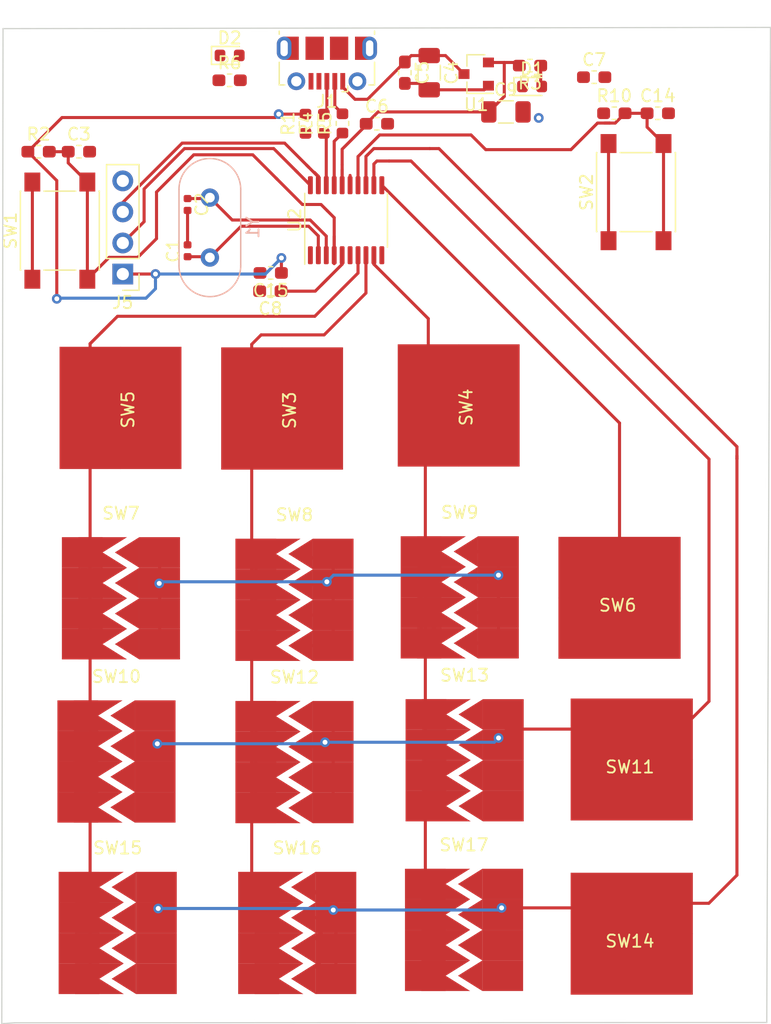
<source format=kicad_pcb>
(kicad_pcb (version 20200829) (generator pcbnew)

  (general
    (thickness 1.6)
  )

  (paper "A4")
  (layers
    (0 "F.Cu" signal)
    (31 "B.Cu" signal)
    (32 "B.Adhes" user)
    (33 "F.Adhes" user)
    (34 "B.Paste" user)
    (35 "F.Paste" user)
    (36 "B.SilkS" user)
    (37 "F.SilkS" user)
    (38 "B.Mask" user)
    (39 "F.Mask" user)
    (40 "Dwgs.User" user)
    (41 "Cmts.User" user)
    (42 "Eco1.User" user)
    (43 "Eco2.User" user)
    (44 "Edge.Cuts" user)
    (45 "Margin" user)
    (46 "B.CrtYd" user)
    (47 "F.CrtYd" user)
    (48 "B.Fab" user)
    (49 "F.Fab" user)
  )

  (setup
    (stackup
      (layer "F.SilkS" (type "Top Silk Screen"))
      (layer "F.Paste" (type "Top Solder Paste"))
      (layer "F.Mask" (type "Top Solder Mask") (color "Green") (thickness 0.01))
      (layer "F.Cu" (type "copper") (thickness 0.035))
      (layer "dielectric 1" (type "core") (thickness 1.51) (material "FR4") (epsilon_r 4.5) (loss_tangent 0.02))
      (layer "B.Cu" (type "copper") (thickness 0.035))
      (layer "B.Mask" (type "Bottom Solder Mask") (color "Green") (thickness 0.01))
      (layer "B.Paste" (type "Bottom Solder Paste"))
      (layer "B.SilkS" (type "Bottom Silk Screen"))
      (copper_finish "None")
      (dielectric_constraints no)
    )
    (pcbplotparams
      (layerselection 0x010fc_ffffffff)
      (usegerberextensions false)
      (usegerberattributes true)
      (usegerberadvancedattributes true)
      (creategerberjobfile true)
      (svguseinch false)
      (svgprecision 6)
      (excludeedgelayer true)
      (linewidth 0.100000)
      (plotframeref false)
      (viasonmask false)
      (mode 1)
      (useauxorigin false)
      (hpglpennumber 1)
      (hpglpenspeed 20)
      (hpglpendiameter 15.000000)
      (psnegative false)
      (psa4output false)
      (plotreference true)
      (plotvalue true)
      (plotinvisibletext false)
      (sketchpadsonfab false)
      (subtractmaskfromsilk false)
      (outputformat 1)
      (mirror false)
      (drillshape 1)
      (scaleselection 1)
      (outputdirectory "")
    )
  )


  (net 0 "")
  (net 1 "GND")
  (net 2 "Net-(C1-Pad1)")
  (net 3 "Net-(C2-Pad1)")
  (net 4 "NRST")
  (net 5 "+3V3")
  (net 6 "Button7")
  (net 7 "Net-(D1-Pad2)")
  (net 8 "Net-(D2-Pad2)")
  (net 9 "Net-(J1-Pad6)")
  (net 10 "Net-(J1-Pad3)")
  (net 11 "Net-(J1-Pad4)")
  (net 12 "+5V")
  (net 13 "Net-(J1-Pad2)")
  (net 14 "SWDIO")
  (net 15 "SWCLK")
  (net 16 "USB_D+")
  (net 17 "USB_D-")
  (net 18 "LED")
  (net 19 "Button2")
  (net 20 "Button3")
  (net 21 "Button1")
  (net 22 "Button4")
  (net 23 "Net-(SW5-Pad2)")
  (net 24 "Net-(SW3-Pad2)")
  (net 25 "Net-(SW4-Pad2)")
  (net 26 "Button5")
  (net 27 "Button6")
  (net 28 "Sampling_cap2")
  (net 29 "Sampling_cap1")
  (net 30 "Net-(C7-Pad1)")
  (net 31 "Net-(SW6-Pad2)")
  (net 32 "Net-(SW11-Pad2)")
  (net 33 "Net-(SW14-Pad2)")

  (module "Capacitor_SMD:C_0402_1005Metric" (layer "F.Cu") (tedit 5B301BBE) (tstamp 00000000-0000-0000-0000-00005f58b566)
    (at 165.1 69.573 90)
    (descr "Capacitor SMD 0402 (1005 Metric), square (rectangular) end terminal, IPC_7351 nominal, (Body size source: http://www.tortai-tech.com/upload/download/2011102023233369053.pdf), generated with kicad-footprint-generator")
    (tags "capacitor")
    (property "Sheet file" "D:/github/Touch-Keypad/touch_keypad.kicad_sch")
    (property "Sheet name" "")
    (path "/00000000-0000-0000-0000-00005f1e5d93")
    (attr smd)
    (fp_text reference "C1" (at 0 -1.17 90) (layer "F.SilkS")
      (effects (font (size 1 1) (thickness 0.15)))
      (tstamp 38dda727-c3f5-4a9a-b1f9-eb1c622d91eb)
    )
    (fp_text value "18pF" (at 0 1.17 90) (layer "F.Fab")
      (effects (font (size 1 1) (thickness 0.15)))
      (tstamp fd374f85-ef55-4992-bc51-442faf0f15bc)
    )
    (fp_text user "${REFERENCE}" (at 0 0 90) (layer "F.Fab")
      (effects (font (size 0.25 0.25) (thickness 0.04)))
      (tstamp bc5fceba-dbe5-4772-a577-e828546d7f72)
    )
    (fp_line (start -0.93 -0.47) (end 0.93 -0.47) (layer "F.CrtYd") (width 0.05) (tstamp 60a190e0-431b-4708-8ffa-3caeaf924dc0))
    (fp_line (start -0.93 0.47) (end -0.93 -0.47) (layer "F.CrtYd") (width 0.05) (tstamp d8f94296-193c-42e9-bd14-f8d95c2d7f27))
    (fp_line (start 0.93 0.47) (end -0.93 0.47) (layer "F.CrtYd") (width 0.05) (tstamp e98b0055-0321-4e2e-98fb-6982eb7ea40c))
    (fp_line (start 0.93 -0.47) (end 0.93 0.47) (layer "F.CrtYd") (width 0.05) (tstamp ea5f7ee2-01ba-46c2-9bf4-fd085007def3))
    (fp_line (start 0.5 0.25) (end -0.5 0.25) (layer "F.Fab") (width 0.1) (tstamp 06bdb32a-71f6-45af-9678-152ff2982f69))
    (fp_line (start 0.5 -0.25) (end 0.5 0.25) (layer "F.Fab") (width 0.1) (tstamp 076f4c42-4f18-42b7-b992-bf48e4d0ff0c))
    (fp_line (start -0.5 0.25) (end -0.5 -0.25) (layer "F.Fab") (width 0.1) (tstamp 92383778-f546-4bff-9dcc-a1fe0d4df323))
    (fp_line (start -0.5 -0.25) (end 0.5 -0.25) (layer "F.Fab") (width 0.1) (tstamp be4d2755-b2e5-49f8-a808-0f9d255f9057))
    (pad "1" smd roundrect (at -0.485 0 90) (size 0.59 0.64) (layers "F.Cu" "F.Paste" "F.Mask") (roundrect_rratio 0.25)
      (net 2 "Net-(C1-Pad1)") (tstamp 2fcf6f74-7622-465d-a5f4-2b08b492b332))
    (pad "2" smd roundrect (at 0.485 0 90) (size 0.59 0.64) (layers "F.Cu" "F.Paste" "F.Mask") (roundrect_rratio 0.25)
      (net 1 "GND") (tstamp d4e32816-ce1e-4403-a299-648588f64b2d))
    (model "${KISYS3DMOD}/Capacitor_SMD.3dshapes/C_0402_1005Metric.wrl"
      (offset (xyz 0 0 0))
      (scale (xyz 1 1 1))
      (rotate (xyz 0 0 0))
    )
  )

  (module "Capacitor_SMD:C_0402_1005Metric" (layer "F.Cu") (tedit 5B301BBE) (tstamp 00000000-0000-0000-0000-00005f58b575)
    (at 165.1 65.786 -90)
    (descr "Capacitor SMD 0402 (1005 Metric), square (rectangular) end terminal, IPC_7351 nominal, (Body size source: http://www.tortai-tech.com/upload/download/2011102023233369053.pdf), generated with kicad-footprint-generator")
    (tags "capacitor")
    (property "Sheet file" "D:/github/Touch-Keypad/touch_keypad.kicad_sch")
    (property "Sheet name" "")
    (path "/00000000-0000-0000-0000-00005f1e5d99")
    (attr smd)
    (fp_text reference "C2" (at 0 -1.17 90) (layer "F.SilkS")
      (effects (font (size 1 1) (thickness 0.15)))
      (tstamp e31e39a4-7b4f-465d-a13c-4d20fbf3a917)
    )
    (fp_text value "18pF" (at 0 1.17 90) (layer "F.Fab")
      (effects (font (size 1 1) (thickness 0.15)))
      (tstamp 01483347-8ea2-43d6-ac84-557f30655341)
    )
    (fp_text user "${REFERENCE}" (at 0 0 90) (layer "F.Fab")
      (effects (font (size 0.25 0.25) (thickness 0.04)))
      (tstamp f20deaf7-30f7-40c0-aa6b-2709b61ee515)
    )
    (fp_line (start 0.93 0.47) (end -0.93 0.47) (layer "F.CrtYd") (width 0.05) (tstamp 346ab441-cc73-4584-93c8-6d6fa7a57ef3))
    (fp_line (start 0.93 -0.47) (end 0.93 0.47) (layer "F.CrtYd") (width 0.05) (tstamp 6b481d1e-5a75-4dbd-ac10-219aa4ffa386))
    (fp_line (start -0.93 0.47) (end -0.93 -0.47) (layer "F.CrtYd") (width 0.05) (tstamp 6d353716-dd04-4a9a-9d33-09ef488ed546))
    (fp_line (start -0.93 -0.47) (end 0.93 -0.47) (layer "F.CrtYd") (width 0.05) (tstamp d24a1f9f-3d27-4edf-a0df-ae485865a1aa))
    (fp_line (start 0.5 0.25) (end -0.5 0.25) (layer "F.Fab") (width 0.1) (tstamp 5ab15086-9b8a-42b2-8cf8-e53dc7250510))
    (fp_line (start 0.5 -0.25) (end 0.5 0.25) (layer "F.Fab") (width 0.1) (tstamp 67b11af2-24c9-4cb3-83bc-adbe0ad57379))
    (fp_line (start -0.5 0.25) (end -0.5 -0.25) (layer "F.Fab") (width 0.1) (tstamp a37bc7ae-0298-47be-918d-d6745e3b04f3))
    (fp_line (start -0.5 -0.25) (end 0.5 -0.25) (layer "F.Fab") (width 0.1) (tstamp bff910ab-fe24-4d54-a737-6fcd6137c91d))
    (pad "1" smd roundrect (at -0.485 0 270) (size 0.59 0.64) (layers "F.Cu" "F.Paste" "F.Mask") (roundrect_rratio 0.25)
      (net 3 "Net-(C2-Pad1)") (tstamp da50fb1c-7ea1-494a-b802-e6472b425c0f))
    (pad "2" smd roundrect (at 0.485 0 270) (size 0.59 0.64) (layers "F.Cu" "F.Paste" "F.Mask") (roundrect_rratio 0.25)
      (net 1 "GND") (tstamp 4f9e6934-2412-4b49-8684-4b30c7ddd072))
    (model "${KISYS3DMOD}/Capacitor_SMD.3dshapes/C_0402_1005Metric.wrl"
      (offset (xyz 0 0 0))
      (scale (xyz 1 1 1))
      (rotate (xyz 0 0 0))
    )
  )

  (module "Capacitor_SMD:C_0603_1608Metric_Pad1.05x0.95mm_HandSolder" (layer "F.Cu") (tedit 5B301BBE) (tstamp 00000000-0000-0000-0000-00005f58b586)
    (at 156.21 61.468)
    (descr "Capacitor SMD 0603 (1608 Metric), square (rectangular) end terminal, IPC_7351 nominal with elongated pad for handsoldering. (Body size source: http://www.tortai-tech.com/upload/download/2011102023233369053.pdf), generated with kicad-footprint-generator")
    (tags "capacitor handsolder")
    (property "Sheet file" "D:/github/Touch-Keypad/touch_keypad.kicad_sch")
    (property "Sheet name" "")
    (path "/00000000-0000-0000-0000-00005f4ad302")
    (attr smd)
    (fp_text reference "C3" (at 0 -1.43) (layer "F.SilkS")
      (effects (font (size 1 1) (thickness 0.15)))
      (tstamp 52306423-ca78-4e39-af78-8f39a7d9f933)
    )
    (fp_text value "C" (at 0 1.43) (layer "F.Fab")
      (effects (font (size 1 1) (thickness 0.15)))
      (tstamp f70fea8a-5ee8-4b7e-8f21-f4f398a6b571)
    )
    (fp_text user "${REFERENCE}" (at 0 0) (layer "F.Fab")
      (effects (font (size 0.4 0.4) (thickness 0.06)))
      (tstamp 178b44f8-5551-4c47-a71a-f1c5873fabcf)
    )
    (fp_line (start -0.171267 -0.51) (end 0.171267 -0.51) (layer "F.SilkS") (width 0.12) (tstamp 05dcfb10-10c0-447e-a7e9-b3e2df4bb162))
    (fp_line (start -0.171267 0.51) (end 0.171267 0.51) (layer "F.SilkS") (width 0.12) (tstamp 6370efab-1230-4a53-ada1-7c46fbb91adb))
    (fp_line (start 1.65 -0.73) (end 1.65 0.73) (layer "F.CrtYd") (width 0.05) (tstamp 21a83b75-c042-42c9-87ce-2a39ea4fd7e2))
    (fp_line (start 1.65 0.73) (end -1.65 0.73) (layer "F.CrtYd") (width 0.05) (tstamp 97c9ea06-c6ac-41f4-8bc9-c994c1c81678))
    (fp_line (start -1.65 -0.73) (end 1.65 -0.73) (layer "F.CrtYd") (width 0.05) (tstamp c3abb3fd-50b0-4d3c-a87a-73a42ab65677))
    (fp_line (start -1.65 0.73) (end -1.65 -0.73) (layer "F.CrtYd") (width 0.05) (tstamp d6ba6f2f-cd3c-4896-8e7e-59719972ceb5))
    (fp_line (start 0.8 -0.4) (end 0.8 0.4) (layer "F.Fab") (width 0.1) (tstamp 59ce7f66-63a3-42e1-adbe-a8086ef20826))
    (fp_line (start 0.8 0.4) (end -0.8 0.4) (layer "F.Fab") (width 0.1) (tstamp 7cbcc86a-99a3-4c38-861c-549a1587d388))
    (fp_line (start -0.8 -0.4) (end 0.8 -0.4) (layer "F.Fab") (width 0.1) (tstamp 9541e9c3-102f-49a7-bfae-a2c7e706df1f))
    (fp_line (start -0.8 0.4) (end -0.8 -0.4) (layer "F.Fab") (width 0.1) (tstamp be42e587-2a53-454f-8258-5658860b4b66))
    (pad "1" smd roundrect (at -0.875 0) (size 1.05 0.95) (layers "F.Cu" "F.Paste" "F.Mask") (roundrect_rratio 0.25)
      (net 4 "NRST") (tstamp a81befce-cd43-4614-80c9-a97893c5eb4c))
    (pad "2" smd roundrect (at 0.875 0) (size 1.05 0.95) (layers "F.Cu" "F.Paste" "F.Mask") (roundrect_rratio 0.25)
      (net 1 "GND") (tstamp 480a450d-4822-4d7b-b830-2007a2c12e89))
    (model "${KISYS3DMOD}/Capacitor_SMD.3dshapes/C_0603_1608Metric.wrl"
      (offset (xyz 0 0 0))
      (scale (xyz 1 1 1))
      (rotate (xyz 0 0 0))
    )
  )

  (module "Capacitor_SMD:C_1206_3216Metric" (layer "F.Cu") (tedit 5B301BBE) (tstamp 00000000-0000-0000-0000-00005f58b597)
    (at 184.875 55.005 -90)
    (descr "Capacitor SMD 1206 (3216 Metric), square (rectangular) end terminal, IPC_7351 nominal, (Body size source: http://www.tortai-tech.com/upload/download/2011102023233369053.pdf), generated with kicad-footprint-generator")
    (tags "capacitor")
    (property "Sheet file" "D:/github/Touch-Keypad/touch_keypad.kicad_sch")
    (property "Sheet name" "")
    (path "/00000000-0000-0000-0000-00005f26360b")
    (attr smd)
    (fp_text reference "C4" (at 0 -1.82 90) (layer "F.SilkS")
      (effects (font (size 1 1) (thickness 0.15)))
      (tstamp a9a2fe00-63b5-4eee-b088-9e0d5f6f4a71)
    )
    (fp_text value "CP" (at 0 1.82 90) (layer "F.Fab")
      (effects (font (size 1 1) (thickness 0.15)))
      (tstamp 46e3279b-2ad6-4b1a-b508-0785deb5bda8)
    )
    (fp_text user "${REFERENCE}" (at 0 0 90) (layer "F.Fab")
      (effects (font (size 0.8 0.8) (thickness 0.12)))
      (tstamp 5f98032f-8357-4796-8727-c8a196d6a597)
    )
    (fp_line (start -0.602064 -0.91) (end 0.602064 -0.91) (layer "F.SilkS") (width 0.12) (tstamp 0da55c6a-f09d-42aa-9d85-87c9de4b41c4))
    (fp_line (start -0.602064 0.91) (end 0.602064 0.91) (layer "F.SilkS") (width 0.12) (tstamp 58fc9a15-d651-42a9-bc39-a8a6ac022483))
    (fp_line (start 2.28 -1.12) (end 2.28 1.12) (layer "F.CrtYd") (width 0.05) (tstamp 09f8fff2-b931-4e66-9e45-a0e69108e6ce))
    (fp_line (start 2.28 1.12) (end -2.28 1.12) (layer "F.CrtYd") (width 0.05) (tstamp 106b485e-c865-48f9-acd7-57e6cdd5821f))
    (fp_line (start -2.28 1.12) (end -2.28 -1.12) (layer "F.CrtYd") (width 0.05) (tstamp 2928e7a2-e238-4c02-bf4f-5ba52dae562e))
    (fp_line (start -2.28 -1.12) (end 2.28 -1.12) (layer "F.CrtYd") (width 0.05) (tstamp 99ffcc4f-cfcd-4924-aaa7-18ba8699a15c))
    (fp_line (start 1.6 -0.8) (end 1.6 0.8) (layer "F.Fab") (width 0.1) (tstamp 30bb804f-64f7-482a-87fa-80d968cfe6c2))
    (fp_line (start 1.6 0.8) (end -1.6 0.8) (layer "F.Fab") (width 0.1) (tstamp 6a464091-2cea-47d6-aa88-dddfb629268d))
    (fp_line (start -1.6 -0.8) (end 1.6 -0.8) (layer "F.Fab") (width 0.1) (tstamp 9b920977-a38e-473a-bd93-ada0594186cb))
    (fp_line (start -1.6 0.8) (end -1.6 -0.8) (layer "F.Fab") (width 0.1) (tstamp f057931a-e5bd-40f9-bd50-7d5e1f2b9ecd))
    (pad "1" smd roundrect (at -1.4 0 270) (size 1.25 1.75) (layers "F.Cu" "F.Paste" "F.Mask") (roundrect_rratio 0.2)
      (net 12 "+5V") (tstamp 7c15f373-b9a5-404c-930f-03576683196d))
    (pad "2" smd roundrect (at 1.4 0 270) (size 1.25 1.75) (layers "F.Cu" "F.Paste" "F.Mask") (roundrect_rratio 0.2)
      (net 1 "GND") (tstamp cd5bf9d0-a0bc-41ce-a4de-6443353e9267))
    (model "${KISYS3DMOD}/Capacitor_SMD.3dshapes/C_1206_3216Metric.wrl"
      (offset (xyz 0 0 0))
      (scale (xyz 1 1 1))
      (rotate (xyz 0 0 0))
    )
  )

  (module "Capacitor_SMD:C_0603_1608Metric_Pad1.05x0.95mm_HandSolder" (layer "F.Cu") (tedit 5B301BBE) (tstamp 00000000-0000-0000-0000-00005f58b5a8)
    (at 182.88 55.005 -90)
    (descr "Capacitor SMD 0603 (1608 Metric), square (rectangular) end terminal, IPC_7351 nominal with elongated pad for handsoldering. (Body size source: http://www.tortai-tech.com/upload/download/2011102023233369053.pdf), generated with kicad-footprint-generator")
    (tags "capacitor handsolder")
    (property "Sheet file" "D:/github/Touch-Keypad/touch_keypad.kicad_sch")
    (property "Sheet name" "")
    (path "/00000000-0000-0000-0000-00005f25537c")
    (attr smd)
    (fp_text reference "C5" (at 0 -1.43 90) (layer "F.SilkS")
      (effects (font (size 1 1) (thickness 0.15)))
      (tstamp beef8038-8899-4def-b729-81915ee7f246)
    )
    (fp_text value "C" (at 0 1.43 90) (layer "F.Fab")
      (effects (font (size 1 1) (thickness 0.15)))
      (tstamp 7f127775-e8f9-4706-9a46-d62e4b9c9c5b)
    )
    (fp_text user "${REFERENCE}" (at 0 0 90) (layer "F.Fab")
      (effects (font (size 0.4 0.4) (thickness 0.06)))
      (tstamp 0cbde892-24db-40bb-a1ec-e0dd1051e2d2)
    )
    (fp_line (start -0.171267 -0.51) (end 0.171267 -0.51) (layer "F.SilkS") (width 0.12) (tstamp 1f64313c-4034-472a-8769-cc0f182cd296))
    (fp_line (start -0.171267 0.51) (end 0.171267 0.51) (layer "F.SilkS") (width 0.12) (tstamp c930f5b2-ed4a-4399-86d2-ab570164c2b0))
    (fp_line (start -1.65 0.73) (end -1.65 -0.73) (layer "F.CrtYd") (width 0.05) (tstamp 24915bd4-41bb-4017-b5b1-27504389657e))
    (fp_line (start 1.65 0.73) (end -1.65 0.73) (layer "F.CrtYd") (width 0.05) (tstamp 44a86c97-a56d-4e63-bb2f-362b8b22393e))
    (fp_line (start -1.65 -0.73) (end 1.65 -0.73) (layer "F.CrtYd") (width 0.05) (tstamp bc10a391-99c6-43a4-b0e0-098f57376379))
    (fp_line (start 1.65 -0.73) (end 1.65 0.73) (layer "F.CrtYd") (width 0.05) (tstamp dd8f6104-22b3-46af-8be5-4503d38d44c5))
    (fp_line (start 0.8 -0.4) (end 0.8 0.4) (layer "F.Fab") (width 0.1) (tstamp 2af475ec-14ad-46ac-b2d6-b9000c14ee8b))
    (fp_line (start 0.8 0.4) (end -0.8 0.4) (layer "F.Fab") (width 0.1) (tstamp 84a7f06b-eedd-4b9f-9f6a-03c9916cac2b))
    (fp_line (start -0.8 -0.4) (end 0.8 -0.4) (layer "F.Fab") (width 0.1) (tstamp 90dbf16d-3698-4ded-956f-022d493274cc))
    (fp_line (start -0.8 0.4) (end -0.8 -0.4) (layer "F.Fab") (width 0.1) (tstamp eaa7ae0d-f447-4b6f-b79d-6a42eb08e3e5))
    (pad "1" smd roundrect (at -0.875 0 270) (size 1.05 0.95) (layers "F.Cu" "F.Paste" "F.Mask") (roundrect_rratio 0.25)
      (net 12 "+5V") (tstamp 642ab6ab-f010-4eb7-9db2-116febd5e4b4))
    (pad "2" smd roundrect (at 0.875 0 270) (size 1.05 0.95) (layers "F.Cu" "F.Paste" "F.Mask") (roundrect_rratio 0.25)
      (net 1 "GND") (tstamp ddc00dd8-76d6-4d3c-ba12-ee6fd31ae677))
    (model "${KISYS3DMOD}/Capacitor_SMD.3dshapes/C_0603_1608Metric.wrl"
      (offset (xyz 0 0 0))
      (scale (xyz 1 1 1))
      (rotate (xyz 0 0 0))
    )
  )

  (module "Capacitor_SMD:C_0603_1608Metric_Pad1.05x0.95mm_HandSolder" (layer "F.Cu") (tedit 5B301BBE) (tstamp 00000000-0000-0000-0000-00005f58b5b9)
    (at 180.594 59.182)
    (descr "Capacitor SMD 0603 (1608 Metric), square (rectangular) end terminal, IPC_7351 nominal with elongated pad for handsoldering. (Body size source: http://www.tortai-tech.com/upload/download/2011102023233369053.pdf), generated with kicad-footprint-generator")
    (tags "capacitor handsolder")
    (property "Sheet file" "D:/github/Touch-Keypad/touch_keypad.kicad_sch")
    (property "Sheet name" "")
    (path "/00000000-0000-0000-0000-00005f47143f")
    (attr smd)
    (fp_text reference "C6" (at 0 -1.43) (layer "F.SilkS")
      (effects (font (size 1 1) (thickness 0.15)))
      (tstamp d0ee84cb-281d-40d1-baba-4e9295478246)
    )
    (fp_text value "100n" (at 0 1.43) (layer "F.Fab")
      (effects (font (size 1 1) (thickness 0.15)))
      (tstamp 05534c72-7769-43ce-9883-3a5212e7f1e5)
    )
    (fp_text user "${REFERENCE}" (at 0 0) (layer "F.Fab")
      (effects (font (size 0.4 0.4) (thickness 0.06)))
      (tstamp 614558cc-7f86-446e-83df-92a3e7a29d66)
    )
    (fp_line (start -0.171267 0.51) (end 0.171267 0.51) (layer "F.SilkS") (width 0.12) (tstamp e39678af-868a-4d99-964b-bd90f4ca7b07))
    (fp_line (start -0.171267 -0.51) (end 0.171267 -0.51) (layer "F.SilkS") (width 0.12) (tstamp e4431cc4-fe0c-41e6-afaa-d55aab1f0b0a))
    (fp_line (start 1.65 0.73) (end -1.65 0.73) (layer "F.CrtYd") (width 0.05) (tstamp 18e18167-29b9-4444-a0c2-495703716881))
    (fp_line (start 1.65 -0.73) (end 1.65 0.73) (layer "F.CrtYd") (width 0.05) (tstamp 27fa3299-b814-4e9d-9256-eaffbb349978))
    (fp_line (start -1.65 0.73) (end -1.65 -0.73) (layer "F.CrtYd") (width 0.05) (tstamp 56ed11ce-77d3-4fdd-aa5b-8adb9736122f))
    (fp_line (start -1.65 -0.73) (end 1.65 -0.73) (layer "F.CrtYd") (width 0.05) (tstamp f1794467-1767-47fc-8175-b3cfc2da3edc))
    (fp_line (start -0.8 -0.4) (end 0.8 -0.4) (layer "F.Fab") (width 0.1) (tstamp 17d93dbb-a565-4ca5-90c3-7a37fe8d57aa))
    (fp_line (start -0.8 0.4) (end -0.8 -0.4) (layer "F.Fab") (width 0.1) (tstamp 1c8cff8e-d3c0-4e97-8e36-2dd8c4f923ad))
    (fp_line (start 0.8 -0.4) (end 0.8 0.4) (layer "F.Fab") (width 0.1) (tstamp 8a570272-ff63-438f-b541-5c9b020ad32c))
    (fp_line (start 0.8 0.4) (end -0.8 0.4) (layer "F.Fab") (width 0.1) (tstamp d715b0a4-2177-4529-9fa3-685657702d4c))
    (pad "1" smd roundrect (at -0.875 0) (size 1.05 0.95) (layers "F.Cu" "F.Paste" "F.Mask") (roundrect_rratio 0.25)
      (net 5 "+3V3") (tstamp 2ce6fa66-7d33-4224-bad5-dea65d4b5d3b))
    (pad "2" smd roundrect (at 0.875 0) (size 1.05 0.95) (layers "F.Cu" "F.Paste" "F.Mask") (roundrect_rratio 0.25)
      (net 1 "GND") (tstamp 64739266-a618-461b-856e-45be159f75c0))
    (model "${KISYS3DMOD}/Capacitor_SMD.3dshapes/C_0603_1608Metric.wrl"
      (offset (xyz 0 0 0))
      (scale (xyz 1 1 1))
      (rotate (xyz 0 0 0))
    )
  )

  (module "Capacitor_SMD:C_0603_1608Metric_Pad1.05x0.95mm_HandSolder" (layer "F.Cu") (tedit 5B301BBE) (tstamp 00000000-0000-0000-0000-00005f58b5ca)
    (at 198.374 55.372)
    (descr "Capacitor SMD 0603 (1608 Metric), square (rectangular) end terminal, IPC_7351 nominal with elongated pad for handsoldering. (Body size source: http://www.tortai-tech.com/upload/download/2011102023233369053.pdf), generated with kicad-footprint-generator")
    (tags "capacitor handsolder")
    (property "Sheet file" "D:/github/Touch-Keypad/touch_keypad.kicad_sch")
    (property "Sheet name" "")
    (path "/00000000-0000-0000-0000-00005f254b2b")
    (attr smd)
    (fp_text reference "C7" (at 0 -1.43) (layer "F.SilkS")
      (effects (font (size 1 1) (thickness 0.15)))
      (tstamp 986a5d22-2a02-4f38-9dce-e86fd88eb314)
    )
    (fp_text value "C" (at 0 1.43) (layer "F.Fab")
      (effects (font (size 1 1) (thickness 0.15)))
      (tstamp cc473d21-e844-48be-84fa-8ed3c272791a)
    )
    (fp_text user "${REFERENCE}" (at 0 0) (layer "F.Fab")
      (effects (font (size 0.4 0.4) (thickness 0.06)))
      (tstamp 55014acc-e495-497c-a42c-860a98bb79a3)
    )
    (fp_line (start -0.171267 0.51) (end 0.171267 0.51) (layer "F.SilkS") (width 0.12) (tstamp 1cdd49f3-940e-4759-a213-d749a945f63a))
    (fp_line (start -0.171267 -0.51) (end 0.171267 -0.51) (layer "F.SilkS") (width 0.12) (tstamp 7acefdf0-ee47-4cfa-9d94-6cd389d85884))
    (fp_line (start 1.65 0.73) (end -1.65 0.73) (layer "F.CrtYd") (width 0.05) (tstamp 5f3dc0c8-a1ea-4ba9-9638-c93a23bdf71f))
    (fp_line (start -1.65 0.73) (end -1.65 -0.73) (layer "F.CrtYd") (width 0.05) (tstamp 61807e4a-d709-4b48-aa09-da0acee109b1))
    (fp_line (start -1.65 -0.73) (end 1.65 -0.73) (layer "F.CrtYd") (width 0.05) (tstamp 6c8e9122-7614-45c0-a354-ea8f3f84bcfe))
    (fp_line (start 1.65 -0.73) (end 1.65 0.73) (layer "F.CrtYd") (width 0.05) (tstamp 8524f213-9fe3-4749-98f6-fe84f7e9ba56))
    (fp_line (start 0.8 0.4) (end -0.8 0.4) (layer "F.Fab") (width 0.1) (tstamp 0cbfd477-0ec4-4982-8fa4-e878a6e1060b))
    (fp_line (start -0.8 -0.4) (end 0.8 -0.4) (layer "F.Fab") (width 0.1) (tstamp 11b2b6de-0513-4a4f-a102-be252c049d35))
    (fp_line (start -0.8 0.4) (end -0.8 -0.4) (layer "F.Fab") (width 0.1) (tstamp 4de3fe26-5666-4845-9e42-09d0da3303a0))
    (fp_line (start 0.8 -0.4) (end 0.8 0.4) (layer "F.Fab") (width 0.1) (tstamp 73e44035-b01b-45d8-9c7f-d58646751dae))
    (pad "1" smd roundrect (at -0.875 0) (size 1.05 0.95) (layers "F.Cu" "F.Paste" "F.Mask") (roundrect_rratio 0.25)
      (net 30 "Net-(C7-Pad1)") (tstamp 937798f8-3e78-4551-909f-83dd319c3645))
    (pad "2" smd roundrect (at 0.875 0) (size 1.05 0.95) (layers "F.Cu" "F.Paste" "F.Mask") (roundrect_rratio 0.25)
      (net 1 "GND") (tstamp 8b1d44fe-9837-4f5d-9240-ce7f5b06f105))
    (model "${KISYS3DMOD}/Capacitor_SMD.3dshapes/C_0603_1608Metric.wrl"
      (offset (xyz 0 0 0))
      (scale (xyz 1 1 1))
      (rotate (xyz 0 0 0))
    )
  )

  (module "Capacitor_SMD:C_0603_1608Metric_Pad1.05x0.95mm_HandSolder" (layer "F.Cu") (tedit 5B301BBE) (tstamp 00000000-0000-0000-0000-00005f58b5db)
    (at 171.875 72.875 180)
    (descr "Capacitor SMD 0603 (1608 Metric), square (rectangular) end terminal, IPC_7351 nominal with elongated pad for handsoldering. (Body size source: http://www.tortai-tech.com/upload/download/2011102023233369053.pdf), generated with kicad-footprint-generator")
    (tags "capacitor handsolder")
    (property "Sheet file" "D:/github/Touch-Keypad/touch_keypad.kicad_sch")
    (property "Sheet name" "")
    (path "/00000000-0000-0000-0000-00005f471439")
    (attr smd)
    (fp_text reference "C8" (at 0 -1.43) (layer "F.SilkS")
      (effects (font (size 1 1) (thickness 0.15)))
      (tstamp a7ae88c1-203c-46d2-99b4-471bbbc16bf4)
    )
    (fp_text value "100n" (at 0 1.43) (layer "F.Fab")
      (effects (font (size 1 1) (thickness 0.15)))
      (tstamp 6296f430-0477-4d82-8547-46a5ed763f2c)
    )
    (fp_text user "${REFERENCE}" (at 0 0) (layer "F.Fab")
      (effects (font (size 0.4 0.4) (thickness 0.06)))
      (tstamp af5e1fea-6c30-4fff-936a-fd5109bedf79)
    )
    (fp_line (start -0.171267 0.51) (end 0.171267 0.51) (layer "F.SilkS") (width 0.12) (tstamp 1f4b8fb3-1c9c-4cfb-91e6-a536014f6189))
    (fp_line (start -0.171267 -0.51) (end 0.171267 -0.51) (layer "F.SilkS") (width 0.12) (tstamp c2b6c091-5d5e-439a-adc6-808aa3a9f911))
    (fp_line (start 1.65 0.73) (end -1.65 0.73) (layer "F.CrtYd") (width 0.05) (tstamp 1fddc3c8-636f-4f45-8782-eb2b070e6ef2))
    (fp_line (start -1.65 -0.73) (end 1.65 -0.73) (layer "F.CrtYd") (width 0.05) (tstamp 3eb69264-0ae3-473a-a822-8b38ed27a823))
    (fp_line (start 1.65 -0.73) (end 1.65 0.73) (layer "F.CrtYd") (width 0.05) (tstamp a8435d30-cc6b-47a5-bf80-bb3e5662edb6))
    (fp_line (start -1.65 0.73) (end -1.65 -0.73) (layer "F.CrtYd") (width 0.05) (tstamp d0aad2ec-47ea-432f-ae9d-82b0497d374a))
    (fp_line (start -0.8 -0.4) (end 0.8 -0.4) (layer "F.Fab") (width 0.1) (tstamp 43178869-a8f4-47c9-b509-a9823ed9ac51))
    (fp_line (start -0.8 0.4) (end -0.8 -0.4) (layer "F.Fab") (width 0.1) (tstamp 6ef25743-ac49-4887-8c79-c3890d0f7a7c))
    (fp_line (start 0.8 -0.4) (end 0.8 0.4) (layer "F.Fab") (width 0.1) (tstamp bc9f1607-2203-478a-a0fe-dab822aaaf26))
    (fp_line (start 0.8 0.4) (end -0.8 0.4) (layer "F.Fab") (width 0.1) (tstamp e32616ce-cd2b-4375-849c-ef1a3242e739))
    (pad "1" smd roundrect (at -0.875 0 180) (size 1.05 0.95) (layers "F.Cu" "F.Paste" "F.Mask") (roundrect_rratio 0.25)
      (net 5 "+3V3") (tstamp efeed9d9-5d48-4716-a6eb-7641ae5e37a9))
    (pad "2" smd roundrect (at 0.875 0 180) (size 1.05 0.95) (layers "F.Cu" "F.Paste" "F.Mask") (roundrect_rratio 0.25)
      (net 1 "GND") (tstamp 02f78528-de96-4ce2-a907-9bec717e2321))
    (model "${KISYS3DMOD}/Capacitor_SMD.3dshapes/C_0603_1608Metric.wrl"
      (offset (xyz 0 0 0))
      (scale (xyz 1 1 1))
      (rotate (xyz 0 0 0))
    )
  )

  (module "Capacitor_SMD:C_1206_3216Metric" (layer "F.Cu") (tedit 5B301BBE) (tstamp 00000000-0000-0000-0000-00005f58b5ec)
    (at 191.154 58.214)
    (descr "Capacitor SMD 1206 (3216 Metric), square (rectangular) end terminal, IPC_7351 nominal, (Body size source: http://www.tortai-tech.com/upload/download/2011102023233369053.pdf), generated with kicad-footprint-generator")
    (tags "capacitor")
    (property "Sheet file" "D:/github/Touch-Keypad/touch_keypad.kicad_sch")
    (property "Sheet name" "")
    (path "/00000000-0000-0000-0000-00005f26443b")
    (attr smd)
    (fp_text reference "C9" (at 0 -1.82) (layer "F.SilkS")
      (effects (font (size 1 1) (thickness 0.15)))
      (tstamp bf4da8a7-082d-4024-aca9-b1e6cd48c117)
    )
    (fp_text value "CP" (at 0 1.82) (layer "F.Fab")
      (effects (font (size 1 1) (thickness 0.15)))
      (tstamp c11954c1-eef9-46d0-9d7f-54fcd0f88d6c)
    )
    (fp_text user "${REFERENCE}" (at 0 0) (layer "F.Fab")
      (effects (font (size 0.8 0.8) (thickness 0.12)))
      (tstamp 9f5d965a-8a20-4241-accd-bd7cdc502910)
    )
    (fp_line (start -0.602064 0.91) (end 0.602064 0.91) (layer "F.SilkS") (width 0.12) (tstamp 48f3c60b-c9d5-4259-8d68-a5c6639f75e6))
    (fp_line (start -0.602064 -0.91) (end 0.602064 -0.91) (layer "F.SilkS") (width 0.12) (tstamp a44d8c0f-5015-43de-a8ed-b71d33567692))
    (fp_line (start -2.28 1.12) (end -2.28 -1.12) (layer "F.CrtYd") (width 0.05) (tstamp 476c8ea2-e188-42fe-b68c-ec10a181cc9f))
    (fp_line (start 2.28 1.12) (end -2.28 1.12) (layer "F.CrtYd") (width 0.05) (tstamp 5435e248-7ac5-44cc-8d3a-29a255fb44d2))
    (fp_line (start -2.28 -1.12) (end 2.28 -1.12) (layer "F.CrtYd") (width 0.05) (tstamp 562d8875-81b9-421a-9c11-3489ef9d6c40))
    (fp_line (start 2.28 -1.12) (end 2.28 1.12) (layer "F.CrtYd") (width 0.05) (tstamp bce9ed36-4255-499c-b2c7-05c81f39cc1b))
    (fp_line (start -1.6 0.8) (end -1.6 -0.8) (layer "F.Fab") (width 0.1) (tstamp a1d8a30e-7395-4aac-97a3-5f282616bd71))
    (fp_line (start 1.6 0.8) (end -1.6 0.8) (layer "F.Fab") (width 0.1) (tstamp b36d7a77-eb95-48f9-8c6b-430f3435b454))
    (fp_line (start -1.6 -0.8) (end 1.6 -0.8) (layer "F.Fab") (width 0.1) (tstamp d702050f-898d-4fec-a90d-246f5de28885))
    (fp_line (start 1.6 -0.8) (end 1.6 0.8) (layer "F.Fab") (width 0.1) (tstamp edcbe591-055f-4ff8-b3c5-17a0c1fd762e))
    (pad "1" smd roundrect (at -1.4 0) (size 1.25 1.75) (layers "F.Cu" "F.Paste" "F.Mask") (roundrect_rratio 0.2)
      (net 5 "+3V3") (tstamp 18ef8eeb-e58c-4f9b-a5ca-940cc8557a60))
    (pad "2" smd roundrect (at 1.4 0) (size 1.25 1.75) (layers "F.Cu" "F.Paste" "F.Mask") (roundrect_rratio 0.2)
      (net 1 "GND") (tstamp f282bda5-63ce-4fd5-a832-36f45a6a8fae))
    (model "${KISYS3DMOD}/Capacitor_SMD.3dshapes/C_1206_3216Metric.wrl"
      (offset (xyz 0 0 0))
      (scale (xyz 1 1 1))
      (rotate (xyz 0 0 0))
    )
  )

  (module "Capacitor_SMD:C_0603_1608Metric_Pad1.05x0.95mm_HandSolder" (layer "F.Cu") (tedit 5B301BBE) (tstamp 00000000-0000-0000-0000-00005f58b60e)
    (at 203.58 58.325)
    (descr "Capacitor SMD 0603 (1608 Metric), square (rectangular) end terminal, IPC_7351 nominal with elongated pad for handsoldering. (Body size source: http://www.tortai-tech.com/upload/download/2011102023233369053.pdf), generated with kicad-footprint-generator")
    (tags "capacitor handsolder")
    (property "Sheet file" "D:/github/Touch-Keypad/touch_keypad.kicad_sch")
    (property "Sheet name" "")
    (path "/00000000-0000-0000-0000-00005f777d77")
    (attr smd)
    (fp_text reference "C14" (at 0 -1.43) (layer "F.SilkS")
      (effects (font (size 1 1) (thickness 0.15)))
      (tstamp e0ffc6f1-927d-467f-af27-89a805556f75)
    )
    (fp_text value "C" (at 0 1.43) (layer "F.Fab")
      (effects (font (size 1 1) (thickness 0.15)))
      (tstamp b3243354-3470-4e85-a647-d2528dc52a54)
    )
    (fp_text user "${REFERENCE}" (at 0 0) (layer "F.Fab")
      (effects (font (size 0.4 0.4) (thickness 0.06)))
      (tstamp 129db878-d46b-462c-b346-1c74f9becdc8)
    )
    (fp_line (start -0.171267 0.51) (end 0.171267 0.51) (layer "F.SilkS") (width 0.12) (tstamp 5f5b2deb-ccfe-4a90-87b3-7a82f9657b98))
    (fp_line (start -0.171267 -0.51) (end 0.171267 -0.51) (layer "F.SilkS") (width 0.12) (tstamp 8b3a3f01-dd47-4b1a-ba50-c19e34d6170b))
    (fp_line (start -1.65 -0.73) (end 1.65 -0.73) (layer "F.CrtYd") (width 0.05) (tstamp 2668aa81-7396-4eb6-b865-7df16d9011da))
    (fp_line (start 1.65 0.73) (end -1.65 0.73) (layer "F.CrtYd") (width 0.05) (tstamp 4e6b3ecc-fd32-49dd-8210-d6cdbe591eeb))
    (fp_line (start 1.65 -0.73) (end 1.65 0.73) (layer "F.CrtYd") (width 0.05) (tstamp 689bb1d9-f3ad-456f-9c15-a53f6b577955))
    (fp_line (start -1.65 0.73) (end -1.65 -0.73) (layer "F.CrtYd") (width 0.05) (tstamp f4748015-9873-4e9f-a2ee-0a0713f5c923))
    (fp_line (start 0.8 0.4) (end -0.8 0.4) (layer "F.Fab") (width 0.1) (tstamp 25f3bebc-053e-4408-a0f9-6595b635de6d))
    (fp_line (start -0.8 -0.4) (end 0.8 -0.4) (layer "F.Fab") (width 0.1) (tstamp 3ac46f26-c4fb-434a-a284-2f623effab66))
    (fp_line (start -0.8 0.4) (end -0.8 -0.4) (layer "F.Fab") (width 0.1) (tstamp 7ec0726e-4716-43a1-9529-a108448a3e84))
    (fp_line (start 0.8 -0.4) (end 0.8 0.4) (layer "F.Fab") (width 0.1) (tstamp e1583bbc-38d6-405e-bead-fe36e3711261))
    (pad "1" smd roundrect (at -0.875 0) (size 1.05 0.95) (layers "F.Cu" "F.Paste" "F.Mask") (roundrect_rratio 0.25)
      (net 6 "Button7") (tstamp eed65ca0-d139-4a8f-a7aa-c8b6fc0da4d2))
    (pad "2" smd roundrect (at 0.875 0) (size 1.05 0.95) (layers "F.Cu" "F.Paste" "F.Mask") (roundrect_rratio 0.25)
      (net 1 "GND") (tstamp 85a8cf8c-c9b5-430a-acea-e84bb85cf722))
    (model "${KISYS3DMOD}/Capacitor_SMD.3dshapes/C_0603_1608Metric.wrl"
      (offset (xyz 0 0 0))
      (scale (xyz 1 1 1))
      (rotate (xyz 0 0 0))
    )
  )

  (module "LED_SMD:LED_0603_1608Metric" (layer "F.Cu") (tedit 5B301BBE) (tstamp 00000000-0000-0000-0000-00005f58b632)
    (at 193.294 56.134)
    (descr "LED SMD 0603 (1608 Metric), square (rectangular) end terminal, IPC_7351 nominal, (Body size source: http://www.tortai-tech.com/upload/download/2011102023233369053.pdf), generated with kicad-footprint-generator")
    (tags "diode")
    (property "Sheet file" "D:/github/Touch-Keypad/touch_keypad.kicad_sch")
    (property "Sheet name" "")
    (path "/00000000-0000-0000-0000-00005f24a4fd")
    (attr smd)
    (fp_text reference "D1" (at 0 -1.43) (layer "F.SilkS")
      (effects (font (size 1 1) (thickness 0.15)))
      (tstamp 7b157f38-2c7f-457b-94ab-0aa92a576538)
    )
    (fp_text value "LED" (at 0 1.43) (layer "F.Fab")
      (effects (font (size 1 1) (thickness 0.15)))
      (tstamp 6c068b9f-52bb-4d1b-a340-8292955c05b7)
    )
    (fp_text user "${REFERENCE}" (at 0 0) (layer "F.Fab")
      (effects (font (size 0.4 0.4) (thickness 0.06)))
      (tstamp 0aab6626-4265-41c0-955f-0f0102a48a7a)
    )
    (fp_line (start -1.485 0.735) (end 0.8 0.735) (layer "F.SilkS") (width 0.12) (tstamp 0535e21a-18ce-4334-93b0-1311d2d8a48a))
    (fp_line (start 0.8 -0.735) (end -1.485 -0.735) (layer "F.SilkS") (width 0.12) (tstamp 5cd8e4a3-6321-404b-86e7-c43d202691e8))
    (fp_line (start -1.485 -0.735) (end -1.485 0.735) (layer "F.SilkS") (width 0.12) (tstamp 995c46e9-b1ba-4063-9609-fa1d987152a9))
    (fp_line (start 1.48 0.73) (end -1.48 0.73) (layer "F.CrtYd") (width 0.05) (tstamp 3002bc56-c889-4513-818e-1411dc7ccfc9))
    (fp_line (start -1.48 0.73) (end -1.48 -0.73) (layer "F.CrtYd") (width 0.05) (tstamp 33507246-23a5-4d0d-9401-bfe3484d5604))
    (fp_line (start 1.48 -0.73) (end 1.48 0.73) (layer "F.CrtYd") (width 0.05) (tstamp c1cfbe18-baf4-4dcd-922b-5a65a491f494))
    (fp_line (start -1.48 -0.73) (end 1.48 -0.73) (layer "F.CrtYd") (width 0.05) (tstamp d6af5998-9969-4765-9208-2b98a321c0fb))
    (fp_line (start 0.8 -0.4) (end -0.5 -0.4) (layer "F.Fab") (width 0.1) (tstamp 0a68fd71-1bff-4a25-bd4d-886e347c0ca1))
    (fp_line (start -0.8 -0.1) (end -0.8 0.4) (layer "F.Fab") (width 0.1) (tstamp 3bda1d3a-a0a4-47da-b5c2-9f3e7cf5ddd4))
    (fp_line (start -0.8 0.4) (end 0.8 0.4) (layer "F.Fab") (width 0.1) (tstamp 47320f2c-2bc4-4d6a-b352-766e1dfab0e3))
    (fp_line (start 0.8 0.4) (end 0.8 -0.4) (layer "F.Fab") (width 0.1) (tstamp e095b389-b299-4755-9681-e6e94a6b7c1e))
    (fp_line (start -0.5 -0.4) (end -0.8 -0.1) (layer "F.Fab") (width 0.1) (tstamp ea333e54-bdbf-432d-bc7f-fe340ed65501))
    (pad "1" smd roundrect (at -0.7875 0) (size 0.875 0.95) (layers "F.Cu" "F.Paste" "F.Mask") (roundrect_rratio 0.25)
      (net 1 "GND") (pinfunction "K") (tstamp aebf196a-0735-4180-b81f-2f531d2e6991))
    (pad "2" smd roundrect (at 0.7875 0) (size 0.875 0.95) (layers "F.Cu" "F.Paste" "F.Mask") (roundrect_rratio 0.25)
      (net 7 "Net-(D1-Pad2)") (pinfunction "A") (tstamp e1f6e222-3b0c-416d-8472-25a860e552ae))
    (model "${KISYS3DMOD}/LED_SMD.3dshapes/LED_0603_1608Metric.wrl"
      (offset (xyz 0 0 0))
      (scale (xyz 1 1 1))
      (rotate (xyz 0 0 0))
    )
  )

  (module "LED_SMD:LED_0603_1608Metric" (layer "F.Cu") (tedit 5B301BBE) (tstamp 00000000-0000-0000-0000-00005f58b645)
    (at 168.543 53.594)
    (descr "LED SMD 0603 (1608 Metric), square (rectangular) end terminal, IPC_7351 nominal, (Body size source: http://www.tortai-tech.com/upload/download/2011102023233369053.pdf), generated with kicad-footprint-generator")
    (tags "diode")
    (property "Sheet file" "D:/github/Touch-Keypad/touch_keypad.kicad_sch")
    (property "Sheet name" "")
    (path "/00000000-0000-0000-0000-00005f8059a3")
    (attr smd)
    (fp_text reference "D2" (at 0 -1.43) (layer "F.SilkS")
      (effects (font (size 1 1) (thickness 0.15)))
      (tstamp 47f4d3dc-e19f-4004-ba2d-2f6fad62ffcb)
    )
    (fp_text value "LED" (at 0 1.43) (layer "F.Fab")
      (effects (font (size 1 1) (thickness 0.15)))
      (tstamp d6e0be11-42b7-46ac-88ca-0d0814dc2494)
    )
    (fp_text user "${REFERENCE}" (at 0 0) (layer "F.Fab")
      (effects (font (size 0.4 0.4) (thickness 0.06)))
      (tstamp 7de9f441-157d-4451-b016-4d3111af4187)
    )
    (fp_line (start -1.485 0.735) (end 0.8 0.735) (layer "F.SilkS") (width 0.12) (tstamp 4d40278c-b475-4800-aeea-f1cedd86650e))
    (fp_line (start 0.8 -0.735) (end -1.485 -0.735) (layer "F.SilkS") (width 0.12) (tstamp 97586c06-f5e1-486d-bc21-59c50411c9d8))
    (fp_line (start -1.485 -0.735) (end -1.485 0.735) (layer "F.SilkS") (width 0.12) (tstamp b0f4e74f-0dd8-44cd-9ae3-e863fdea6939))
    (fp_line (start -1.48 0.73) (end -1.48 -0.73) (layer "F.CrtYd") (width 0.05) (tstamp 5ea9a7bc-fd15-4a6d-b091-24b392e5c77b))
    (fp_line (start 1.48 0.73) (end -1.48 0.73) (layer "F.CrtYd") (width 0.05) (tstamp 936c725f-90e6-41fd-965d-1d2be44f9b39))
    (fp_line (start -1.48 -0.73) (end 1.48 -0.73) (layer "F.CrtYd") (width 0.05) (tstamp a5fe7004-1350-4d1b-aa84-6608ed7af608))
    (fp_line (start 1.48 -0.73) (end 1.48 0.73) (layer "F.CrtYd") (width 0.05) (tstamp f90909a5-0073-4a0a-ae59-bb97e27b4852))
    (fp_line (start 0.8 -0.4) (end -0.5 -0.4) (layer "F.Fab") (width 0.1) (tstamp 152cf6f1-6b3f-47be-bd46-e055f8691b73))
    (fp_line (start -0.8 -0.1) (end -0.8 0.4) (layer "F.Fab") (width 0.1) (tstamp 4ae1cd06-64b6-4392-b5e8-b3b15d5d6b72))
    (fp_line (start -0.5 -0.4) (end -0.8 -0.1) (layer "F.Fab") (width 0.1) (tstamp 65c558f5-a6dd-44f3-8f92-140d56bc7853))
    (fp_line (start -0.8 0.4) (end 0.8 0.4) (layer "F.Fab") (width 0.1) (tstamp 8d6c9433-2c47-4bb1-a667-909ed8bc2f69))
    (fp_line (start 0.8 0.4) (end 0.8 -0.4) (layer "F.Fab") (width 0.1) (tstamp cb9fb0e0-bd16-4777-bfdd-3557e1b1e0ac))
    (pad "1" smd roundrect (at -0.7875 0) (size 0.875 0.95) (layers "F.Cu" "F.Paste" "F.Mask") (roundrect_rratio 0.25)
      (net 1 "GND") (pinfunction "K") (tstamp 17da6922-70c5-4f16-9efa-51617119ab4e))
    (pad "2" smd roundrect (at 0.7875 0) (size 0.875 0.95) (layers "F.Cu" "F.Paste" "F.Mask") (roundrect_rratio 0.25)
      (net 8 "Net-(D2-Pad2)") (pinfunction "A") (tstamp 3d9cd2de-d74a-496c-8590-0f4245d45156))
    (model "${KISYS3DMOD}/LED_SMD.3dshapes/LED_0603_1608Metric.wrl"
      (offset (xyz 0 0 0))
      (scale (xyz 1 1 1))
      (rotate (xyz 0 0 0))
    )
  )

  (module "Connector_USB:USB_Micro-B_Molex-105017-0001" (layer "F.Cu") (tedit 5A1DC0BE) (tstamp 00000000-0000-0000-0000-00005f58b66e)
    (at 176.502 54.2445 180)
    (descr "http://www.molex.com/pdm_docs/sd/1050170001_sd.pdf")
    (tags "Micro-USB SMD Typ-B")
    (property "Sheet file" "D:/github/Touch-Keypad/touch_keypad.kicad_sch")
    (property "Sheet name" "")
    (path "/00000000-0000-0000-0000-00005f23aaa0")
    (attr smd)
    (fp_text reference "J1" (at 0 -3.1125) (layer "F.SilkS")
      (effects (font (size 1 1) (thickness 0.15)))
      (tstamp e2e5db76-47d4-46ef-88c1-3c079a024f16)
    )
    (fp_text value "USB_B_Micro" (at 0.3 4.3375) (layer "F.Fab")
      (effects (font (size 1 1) (thickness 0.15)))
      (tstamp 43ee20de-bf3c-4bb6-beaf-31e492ee5767)
    )
    (fp_text user "PCB Edge" (at 0 2.6875) (layer "Dwgs.User")
      (effects (font (size 0.5 0.5) (thickness 0.08)))
      (tstamp c8986d97-b5c0-4599-83ed-40c97e857a2a)
    )
    (fp_text user "${REFERENCE}" (at 0 0.8875) (layer "F.Fab")
      (effects (font (size 1 1) (thickness 0.15)))
      (tstamp 2fe5dfcb-37c3-4a1c-bd82-2fd93d7edb3d)
    )
    (fp_line (start -1.7 -2.3125) (end -1.7 -1.8625) (layer "F.SilkS") (width 0.12) (tstamp 19bdbfff-9d58-426c-aa18-6163458be5b0))
    (fp_line (start 3.9 -1.7625) (end 3.45 -1.7625) (layer "F.SilkS") (width 0.12) (tstamp 3cf3f06f-f8e2-4366-8ebf-04c3bd5c0453))
    (fp_line (start 3.9 0.0875) (end 3.9 -1.7625) (layer "F.SilkS") (width 0.12) (tstamp 78a96e4c-d50f-41dc-8521-f36c3eba50f8))
    (fp_line (start -3.9 -1.7625) (end -3.45 -1.7625) (layer "F.SilkS") (width 0.12) (tstamp 7f70563c-05e5-49df-b4e1-1e66092b72c5))
    (fp_line (start -1.7 -2.3125) (end -1.25 -2.3125) (layer "F.SilkS") (width 0.12) (tstamp 8a02da13-e6ea-48ce-a7d1-b019bb9094dc))
    (fp_line (start -3.9 2.6375) (end -3.9 2.3875) (layer "F.SilkS") (width 0.12) (tstamp 92ae2330-7dd6-48d7-a061-9b9e6ab0bb56))
    (fp_line (start 3.9 2.6375) (end 3.9 2.3875) (layer "F.SilkS") (width 0.12) (tstamp eb363d00-1023-4763-838b-5fa43781c03e))
    (fp_line (start -3.9 0.0875) (end -3.9 -1.7625) (layer "F.SilkS") (width 0.12) (tstamp ebca0965-d3a7-41dc-ac09-5832582ec037))
    (fp_line (start 4.4 -2.46) (end 4.4 3.64) (layer "F.CrtYd") (width 0.05) (tstamp 49125ece-6236-492f-8e0f-5a19a6fdbf4b))
    (fp_line (start -4.4 3.64) (end -4.4 -2.46) (layer "F.CrtYd") (width 0.05) (tstamp 6e2dd59f-2e25-4f45-bb92-2a966d5a0479))
    (fp_line (start -4.4 3.64) (end 4.4 3.64) (layer "F.CrtYd") (width 0.05) (tstamp d34a1756-0094-4f04-aa6f-caa308348b54))
    (fp_line (start -4.4 -2.46) (end 4.4 -2.46) (layer "F.CrtYd") (width 0.05) (tstamp d7266746-035e-4e5f-97c2-0d8a4d29f402))
    (fp_line (start -1.1 -1.9125) (end -1.3 -1.7125) (layer "F.Fab") (width 0.1) (tstamp 22fa8f53-8309-485f-a187-971d77be3aa2))
    (fp_line (start -1.3 -1.7125) (end -1.5 -1.9125) (layer "F.Fab") (width 0.1) (tstamp 2874c99b-e87c-4bc9-bf76-c1a4011e5789))
    (fp_line (start -3.75 -1.6125) (end 3.75 -1.6125) (layer "F.Fab") (width 0.1) (tstamp 2987f8bb-b7e4-4363-a4f1-047fc1304996))
    (fp_line (start -1.1 -2.1225) (end -1.1 -1.9125) (layer "F.Fab") (width 0.1) (tstamp 5f2f6519-56f7-4279-b9cc-4b362f61d3c1))
    (fp_line (start -1.5 -2.1225) (end -1.1 -2.1225) (layer "F.Fab") (width 0.1) (tstamp 8dbdc2f2-85d0-460d-a85a-1f928fafa936))
    (fp_line (start -3.75 3.3875) (end -3.75 -1.6125) (layer "F.Fab") (width 0.1) (tstamp 90d688f0-7a7e-41a3-841f-193edbf30e2e))
    (fp_line (start -3.75 3.389204) (end 3.75 3.389204) (layer "F.Fab") (width 0.1) (tstamp 963c861e-c42e-442f-8ef1-9cf796446630))
    (fp_line (start 3.75 3.3875) (end 3.75 -1.6125) (layer "F.Fab") (width 0.1) (tstamp 9e45ddde-04c4-49f9-a515-e36bdd369d82))
    (fp_line (start -1.5 -2.1225) (end -1.5 -1.9125) (layer "F.Fab") (width 0.1) (tstamp c0c3b2ba-e294-43e2-9fdf-5ffd9e16aa99))
    (fp_line (start -3 2.689204) (end 3 2.689204) (layer "F.Fab") (width 0.1) (tstamp d8cecd7f-f8c8-41bc-9552-00e835621365))
    (pad "1" smd rect (at -1.3 -1.4625 180) (size 0.4 1.35) (layers "F.Cu" "F.Paste" "F.Mask")
      (net 12 "+5V") (pinfunction "VBUS") (tstamp 3f1783fe-2751-456b-b132-5bcb39ed33a9))
    (pad "2" smd rect (at -0.65 -1.4625 180) (size 0.4 1.35) (layers "F.Cu" "F.Paste" "F.Mask")
      (net 13 "Net-(J1-Pad2)") (pinfunction "D-") (tstamp b7c36ba4-fa85-4beb-9fdd-0a79fc0b3b8e))
    (pad "3" smd rect (at 0 -1.4625 180) (size 0.4 1.35) (layers "F.Cu" "F.Paste" "F.Mask")
      (net 10 "Net-(J1-Pad3)") (pinfunction "D+") (tstamp d6a198ac-cd7c-4c87-a355-1b4f616ca630))
    (pad "4" smd rect (at 0.65 -1.4625 180) (size 0.4 1.35) (layers "F.Cu" "F.Paste" "F.Mask")
      (net 11 "Net-(J1-Pad4)") (pinfunction "ID") (tstamp 1e7f149f-e672-4c26-a174-1ce7dd245197))
    (pad "5" smd rect (at 1.3 -1.4625 180) (size 0.4 1.35) (layers "F.Cu" "F.Paste" "F.Mask")
      (net 1 "GND") (pinfunction "GND") (tstamp 26293cb2-8473-4249-b797-971cec402626))
    (pad "6" thru_hole oval (at 3.5 1.2375 180) (size 1.2 1.9) (drill oval 0.6 1.3) (layers *.Cu *.Mask)
      (net 9 "Net-(J1-Pad6)") (pinfunction "Shield") (tstamp 13c61c39-a74a-4bf4-b01e-3d298559c02d))
    (pad "6" smd rect (at 1 1.2375 180) (size 1.5 1.9) (layers "F.Cu" "F.Paste" "F.Mask")
      (net 9 "Net-(J1-Pad6)") (pinfunction "Shield") (tstamp 1544be43-19ae-4b07-8098-7b1485508847))
    (pad "6" smd rect (at -2.9 1.2375 180) (size 1.2 1.9) (layers "F.Cu" "F.Mask")
      (net 9 "Net-(J1-Pad6)") (pinfunction "Shield") (tstamp 56f8299c-0719-45fd-bd97-430456adc701))
    (pad "6" thru_hole circle (at -2.5 -1.4625 180) (size 1.45 1.45) (drill 0.85) (layers *.Cu *.Mask)
      (net 9 "Net-(J1-Pad6)") (pinfunction "Shield") (tstamp 79a7cbed-5489-463c-bea9-52f71145045b))
    (pad "6" thru_hole circle (at 2.5 -1.4625 180) (size 1.45 1.45) (drill 0.85) (layers *.Cu *.Mask)
      (net 9 "Net-(J1-Pad6)") (pinfunction "Shield") (tstamp 8717614e-2e46-4dda-a901-09a640e8feb3))
    (pad "6" smd rect (at -1 1.2375 180) (size 1.5 1.9) (layers "F.Cu" "F.Paste" "F.Mask")
      (net 9 "Net-(J1-Pad6)") (pinfunction "Shield") (tstamp c4f1f38f-9dea-4405-8e5b-06e11295a501))
    (pad "6" smd rect (at 2.9 1.2375 180) (size 1.2 1.9) (layers "F.Cu" "F.Mask")
      (net 9 "Net-(J1-Pad6)") (pinfunction "Shield") (tstamp c791ccb1-82af-4c99-a82a-0f002d1fe7b0))
    (pad "6" thru_hole oval (at -3.5 1.2375) (size 1.2 1.9) (drill oval 0.6 1.3) (layers *.Cu *.Mask)
      (net 9 "Net-(J1-Pad6)") (pinfunction "Shield") (tstamp f97b58b2-804d-4a6e-8eac-b23f3049e0e5))
    (model "${KISYS3DMOD}/Connector_USB.3dshapes/USB_Micro-B_Molex-105017-0001.wrl"
      (offset (xyz 0 0 0))
      (scale (xyz 1 1 1))
      (rotate (xyz 0 0 0))
    )
  )

  (module "Connector_PinHeader_2.54mm:PinHeader_1x04_P2.54mm_Vertical" (layer "F.Cu") (tedit 59FED5CC) (tstamp 00000000-0000-0000-0000-00005f58b686)
    (at 159.8 71.475 180)
    (descr "Through hole straight pin header, 1x04, 2.54mm pitch, single row")
    (tags "Through hole pin header THT 1x04 2.54mm single row")
    (property "Sheet file" "D:/github/Touch-Keypad/touch_keypad.kicad_sch")
    (property "Sheet name" "")
    (path "/00000000-0000-0000-0000-00005f310e28")
    (attr through_hole)
    (fp_text reference "J5" (at 0 -2.33) (layer "F.SilkS")
      (effects (font (size 1 1) (thickness 0.15)))
      (tstamp 9166f4e0-0bcb-458e-b4eb-799aa9a20e46)
    )
    (fp_text value "Conn_01x04_Female" (at 0 9.95) (layer "F.Fab")
      (effects (font (size 1 1) (thickness 0.15)))
      (tstamp 9c7e92f5-6b2e-4c2e-9607-add305451cc4)
    )
    (fp_text user "${REFERENCE}" (at 0 3.81 90) (layer "F.Fab")
      (effects (font (size 1 1) (thickness 0.15)))
      (tstamp 46e14eff-b13e-4d1c-afbf-8efcdeac2eb1)
    )
    (fp_line (start 1.33 1.27) (end 1.33 8.95) (layer "F.SilkS") (width 0.12) (tstamp 242bba05-c2af-4a87-a7ea-20dc642910b1))
    (fp_line (start -1.33 8.95) (end 1.33 8.95) (layer "F.SilkS") (width 0.12) (tstamp a8e73a63-6aef-499e-9cc7-00536fde3a23))
    (fp_line (start -1.33 1.27) (end 1.33 1.27) (layer "F.SilkS") (width 0.12) (tstamp ac22b0bf-1339-43ea-b8e6-96ca19182cd4))
    (fp_line (start -1.33 1.27) (end -1.33 8.95) (layer "F.SilkS") (width 0.12) (tstamp b212c12e-f86e-434f-a5d4-96ab4b6a626a))
    (fp_line (start -1.33 -1.33) (end 0 -1.33) (layer "F.SilkS") (width 0.12) (tstamp eea3aa7a-4140-403a-998a-afe7643fd59f))
    (fp_line (start -1.33 0) (end -1.33 -1.33) (layer "F.SilkS") (width 0.12) (tstamp fe5acfcc-03c7-433b-a6e6-162d60650ed7))
    (fp_line (start -1.8 9.4) (end 1.8 9.4) (layer "F.CrtYd") (width 0.05) (tstamp 1158f307-f95f-4c64-b26b-2d2fefd7d21a))
    (fp_line (start 1.8 -1.8) (end -1.8 -1.8) (layer "F.CrtYd") (width 0.05) (tstamp 4fb2e882-7846-47d6-b2e6-b00b993ce4bd))
    (fp_line (start 1.8 9.4) (end 1.8 -1.8) (layer "F.CrtYd") (width 0.05) (tstamp 6693e18a-cf17-47db-9a89-58339975ace9))
    (fp_line (start -1.8 -1.8) (end -1.8 9.4) (layer "F.CrtYd") (width 0.05) (tstamp eabc984c-6715-4e97-a91e-d7093badcc5d))
    (fp_line (start -0.635 -1.27) (end 1.27 -1.27) (layer "F.Fab") (width 0.1) (tstamp 2af18248-69f7-4435-b32f-cc074b0d72b1))
    (fp_line (start 1.27 -1.27) (end 1.27 8.89) (layer "F.Fab") (width 0.1) (tstamp 9204fdb0-39a4-440d-8131-a0433f4d24cf))
    (fp_line (start -1.27 8.89) (end -1.27 -0.635) (layer "F.Fab") (width 0.1) (tstamp 98e947c6-e39c-43e3-ac37-5334263bdfb5))
    (fp_line (start -1.27 -0.635) (end -0.635 -1.27) (layer "F.Fab") (width 0.1) (tstamp e46b4f6f-4eb2-4ccf-85db-5bd6f1145a14))
    (fp_line (start 1.27 8.89) (end -1.27 8.89) (layer "F.Fab") (width 0.1) (tstamp f5f97b38-b25a-4234-ac3c-81915c0a8274))
    (pad "1" thru_hole rect (at 0 0 180) (size 1.7 1.7) (drill 1) (layers *.Cu *.Mask)
      (net 5 "+3V3") (pinfunction "Pin_1") (tstamp 261dc17b-d64b-48f3-aefc-cb425a50fcb6))
    (pad "2" thru_hole oval (at 0 2.54 180) (size 1.7 1.7) (drill 1) (layers *.Cu *.Mask)
      (net 15 "SWCLK") (pinfunction "Pin_2") (tstamp 9d92d993-9287-44d8-a425-390ac68402da))
    (pad "3" thru_hole oval (at 0 5.08 180) (size 1.7 1.7) (drill 1) (layers *.Cu *.Mask)
      (net 14 "SWDIO") (pinfunction "Pin_3") (tstamp 4e6ffef0-aeec-4769-95a1-1577c8013a95))
    (pad "4" thru_hole oval (at 0 7.62 180) (size 1.7 1.7) (drill 1) (layers *.Cu *.Mask)
      (net 1 "GND") (pinfunction "Pin_4") (tstamp af681726-7e81-4430-a31b-f53bb03a599c))
    (model "${KISYS3DMOD}/Connector_PinHeader_2.54mm.3dshapes/PinHeader_1x04_P2.54mm_Vertical.wrl"
      (offset (xyz 0 0 0))
      (scale (xyz 1 1 1))
      (rotate (xyz 0 0 0))
    )
  )

  (module "Resistor_SMD:R_0603_1608Metric" (layer "F.Cu") (tedit 5B301BBD) (tstamp 00000000-0000-0000-0000-00005f58b697)
    (at 174.752 59.182 90)
    (descr "Resistor SMD 0603 (1608 Metric), square (rectangular) end terminal, IPC_7351 nominal, (Body size source: http://www.tortai-tech.com/upload/download/2011102023233369053.pdf), generated with kicad-footprint-generator")
    (tags "resistor")
    (property "Sheet file" "D:/github/Touch-Keypad/touch_keypad.kicad_sch")
    (property "Sheet name" "")
    (path "/00000000-0000-0000-0000-00005f97c2d0")
    (attr smd)
    (fp_text reference "R1" (at 0 -1.43 90) (layer "F.SilkS")
      (effects (font (size 1 1) (thickness 0.15)))
      (tstamp 413eaf7a-7494-443a-ba89-296e318af183)
    )
    (fp_text value "1.5k" (at 0 1.43 90) (layer "F.Fab")
      (effects (font (size 1 1) (thickness 0.15)))
      (tstamp 21bc3c9b-d059-4620-9cab-ca6ed76411b6)
    )
    (fp_text user "${REFERENCE}" (at 0 0 90) (layer "F.Fab")
      (effects (font (size 0.4 0.4) (thickness 0.06)))
      (tstamp d103f140-1922-486f-b583-b3ee702d7131)
    )
    (fp_line (start -0.162779 -0.51) (end 0.162779 -0.51) (layer "F.SilkS") (width 0.12) (tstamp 38ac228f-da6e-49b6-83fa-61955d5796f8))
    (fp_line (start -0.162779 0.51) (end 0.162779 0.51) (layer "F.SilkS") (width 0.12) (tstamp 6ea1d3c0-426e-4365-892f-6c59bf18f112))
    (fp_line (start -1.48 -0.73) (end 1.48 -0.73) (layer "F.CrtYd") (width 0.05) (tstamp 62aad854-4c6a-400e-8b20-2a80b56be133))
    (fp_line (start -1.48 0.73) (end -1.48 -0.73) (layer "F.CrtYd") (width 0.05) (tstamp 650a1aec-8d0f-4848-a286-6a198124ced2))
    (fp_line (start 1.48 0.73) (end -1.48 0.73) (layer "F.CrtYd") (width 0.05) (tstamp 7021664f-b170-424f-832b-534cb12019d5))
    (fp_line (start 1.48 -0.73) (end 1.48 0.73) (layer "F.CrtYd") (width 0.05) (tstamp c26137a2-0ef9-45f5-873b-577c13f1c197))
    (fp_line (start -0.8 -0.4) (end 0.8 -0.4) (layer "F.Fab") (width 0.1) (tstamp 3f642215-677c-411c-b35f-3a59c9d81973))
    (fp_line (start -0.8 0.4) (end -0.8 -0.4) (layer "F.Fab") (width 0.1) (tstamp 7d053845-fd5b-41f6-8582-c886167634a0))
    (fp_line (start 0.8 0.4) (end -0.8 0.4) (layer "F.Fab") (width 0.1) (tstamp 982965eb-131e-44b6-8418-310dea3ca21b))
    (fp_line (start 0.8 -0.4) (end 0.8 0.4) (layer "F.Fab") (width 0.1) (tstamp f65e2038-e20c-44f7-8a94-acbb628d2959))
    (pad "1" smd roundrect (at -0.7875 0 90) (size 0.875 0.95) (layers "F.Cu" "F.Paste" "F.Mask") (roundrect_rratio 0.25)
      (net 16 "USB_D+") (tstamp b6713def-d9ab-4dd6-bfc4-dcbe8eedbc34))
    (pad "2" smd roundrect (at 0.7875 0 90) (size 0.875 0.95) (layers "F.Cu" "F.Paste" "F.Mask") (roundrect_rratio 0.25)
      (net 5 "+3V3") (tstamp 13fd8ad2-5d64-4d72-937b-b86996abd52f))
    (model "${KISYS3DMOD}/Resistor_SMD.3dshapes/R_0603_1608Metric.wrl"
      (offset (xyz 0 0 0))
      (scale (xyz 1 1 1))
      (rotate (xyz 0 0 0))
    )
  )

  (module "Resistor_SMD:R_0603_1608Metric_Pad1.05x0.95mm_HandSolder" (layer "F.Cu") (tedit 5B301BBD) (tstamp 00000000-0000-0000-0000-00005f58b6a8)
    (at 152.908 61.468)
    (descr "Resistor SMD 0603 (1608 Metric), square (rectangular) end terminal, IPC_7351 nominal with elongated pad for handsoldering. (Body size source: http://www.tortai-tech.com/upload/download/2011102023233369053.pdf), generated with kicad-footprint-generator")
    (tags "resistor handsolder")
    (property "Sheet file" "D:/github/Touch-Keypad/touch_keypad.kicad_sch")
    (property "Sheet name" "")
    (path "/00000000-0000-0000-0000-00005f4ae03a")
    (attr smd)
    (fp_text reference "R2" (at 0 -1.43) (layer "F.SilkS")
      (effects (font (size 1 1) (thickness 0.15)))
      (tstamp cf4748fe-0c2b-4ee9-84a4-82a114ea167f)
    )
    (fp_text value "R" (at 0 1.43) (layer "F.Fab")
      (effects (font (size 1 1) (thickness 0.15)))
      (tstamp 85d085f2-1712-4984-9087-ce463c220906)
    )
    (fp_text user "${REFERENCE}" (at 0 0) (layer "F.Fab")
      (effects (font (size 0.4 0.4) (thickness 0.06)))
      (tstamp 0611a966-4b2b-42ac-b04f-8373c25de845)
    )
    (fp_line (start -0.171267 -0.51) (end 0.171267 -0.51) (layer "F.SilkS") (width 0.12) (tstamp 3e6dab57-734a-4545-9142-261073562900))
    (fp_line (start -0.171267 0.51) (end 0.171267 0.51) (layer "F.SilkS") (width 0.12) (tstamp 669c1f2a-5630-46cc-8a32-ccbc47b639b7))
    (fp_line (start -1.65 0.73) (end -1.65 -0.73) (layer "F.CrtYd") (width 0.05) (tstamp 40382bfc-7fe2-4c86-9c3a-908997784afc))
    (fp_line (start 1.65 -0.73) (end 1.65 0.73) (layer "F.CrtYd") (width 0.05) (tstamp 5ebccc8b-bee1-41ee-bb2f-a7661496fd87))
    (fp_line (start 1.65 0.73) (end -1.65 0.73) (layer "F.CrtYd") (width 0.05) (tstamp 63e441b0-78f7-4141-8246-5ddbcb1cf40b))
    (fp_line (start -1.65 -0.73) (end 1.65 -0.73) (layer "F.CrtYd") (width 0.05) (tstamp 88cf5237-3721-4da3-a858-90d4b4e55e7e))
    (fp_line (start 0.8 0.4) (end -0.8 0.4) (layer "F.Fab") (width 0.1) (tstamp 2469b518-5d4b-4fe4-a809-183d3e2b79d7))
    (fp_line (start -0.8 -0.4) (end 0.8 -0.4) (layer "F.Fab") (width 0.1) (tstamp 498f4f2e-ebaa-4071-963b-0a7b87e04751))
    (fp_line (start 0.8 -0.4) (end 0.8 0.4) (layer "F.Fab") (width 0.1) (tstamp b58b298b-4b4b-48f8-a739-6c539ea2fdfe))
    (fp_line (start -0.8 0.4) (end -0.8 -0.4) (layer "F.Fab") (width 0.1) (tstamp c3237e1a-745b-4b46-a529-5a2fc3bce82c))
    (pad "1" smd roundrect (at -0.875 0) (size 1.05 0.95) (layers "F.Cu" "F.Paste" "F.Mask") (roundrect_rratio 0.25)
      (net 5 "+3V3") (tstamp 771f17d3-32dd-439d-9dd5-727d6d6c2f8f))
    (pad "2" smd roundrect (at 0.875 0) (size 1.05 0.95) (layers "F.Cu" "F.Paste" "F.Mask") (roundrect_rratio 0.25)
      (net 4 "NRST") (tstamp a2cf6d89-f6f1-406d-92c2-4655572d7d14))
    (model "${KISYS3DMOD}/Resistor_SMD.3dshapes/R_0603_1608Metric.wrl"
      (offset (xyz 0 0 0))
      (scale (xyz 1 1 1))
      (rotate (xyz 0 0 0))
    )
  )

  (module "Resistor_SMD:R_0603_1608Metric_Pad1.05x0.95mm_HandSolder" (layer "F.Cu") (tedit 5B301BBD) (tstamp 00000000-0000-0000-0000-00005f58b6b9)
    (at 193.125 54.425 180)
    (descr "Resistor SMD 0603 (1608 Metric), square (rectangular) end terminal, IPC_7351 nominal with elongated pad for handsoldering. (Body size source: http://www.tortai-tech.com/upload/download/2011102023233369053.pdf), generated with kicad-footprint-generator")
    (tags "resistor handsolder")
    (property "Sheet file" "D:/github/Touch-Keypad/touch_keypad.kicad_sch")
    (property "Sheet name" "")
    (path "/00000000-0000-0000-0000-00005f24b22b")
    (attr smd)
    (fp_text reference "R3" (at 0 -1.43) (layer "F.SilkS")
      (effects (font (size 1 1) (thickness 0.15)))
      (tstamp 0214f708-ae3f-4c25-9cc7-d32585e75d1e)
    )
    (fp_text value "R" (at 0 1.43) (layer "F.Fab")
      (effects (font (size 1 1) (thickness 0.15)))
      (tstamp 758c8539-572b-44fc-ba7a-19bff4711743)
    )
    (fp_text user "${REFERENCE}" (at 0 0) (layer "F.Fab")
      (effects (font (size 0.4 0.4) (thickness 0.06)))
      (tstamp fee88710-b0c6-45b5-acb1-ed3d1d09db58)
    )
    (fp_line (start -0.171267 -0.51) (end 0.171267 -0.51) (layer "F.SilkS") (width 0.12) (tstamp 7f4d72d8-c149-4915-bb50-8914c5f5e78d))
    (fp_line (start -0.171267 0.51) (end 0.171267 0.51) (layer "F.SilkS") (width 0.12) (tstamp fab6d952-cf51-4a7b-bc11-b179996ead96))
    (fp_line (start -1.65 -0.73) (end 1.65 -0.73) (layer "F.CrtYd") (width 0.05) (tstamp 30330cff-d7fc-41c7-a498-6bae7a02c5c6))
    (fp_line (start 1.65 -0.73) (end 1.65 0.73) (layer "F.CrtYd") (width 0.05) (tstamp 5592d341-1589-42a4-95eb-e409ab6c5d25))
    (fp_line (start 1.65 0.73) (end -1.65 0.73) (layer "F.CrtYd") (width 0.05) (tstamp 692e5b9d-7e55-48fa-aec7-d8e2db479b04))
    (fp_line (start -1.65 0.73) (end -1.65 -0.73) (layer "F.CrtYd") (width 0.05) (tstamp aaf1a33c-389d-4ffc-b74f-953072a5c8c4))
    (fp_line (start 0.8 -0.4) (end 0.8 0.4) (layer "F.Fab") (width 0.1) (tstamp 702a66d4-4bbb-433b-a8bd-b4bd03615322))
    (fp_line (start -0.8 0.4) (end -0.8 -0.4) (layer "F.Fab") (width 0.1) (tstamp 8734902e-4c6f-428a-9120-54709b5f915c))
    (fp_line (start -0.8 -0.4) (end 0.8 -0.4) (layer "F.Fab") (width 0.1) (tstamp c5d8dfa9-f0fd-4102-b8d5-2ce7870b4eee))
    (fp_line (start 0.8 0.4) (end -0.8 0.4) (layer "F.Fab") (width 0.1) (tstamp c912b849-4a19-4dd3-a745-c939ed968eb9))
    (pad "1" smd roundrect (at -0.875 0 180) (size 1.05 0.95) (layers "F.Cu" "F.Paste" "F.Mask") (roundrect_rratio 0.25)
      (net 7 "Net-(D1-Pad2)") (tstamp 8925e48f-0bdc-4ef4-ae0b-8f7868515977))
    (pad "2" smd roundrect (at 0.875 0 180) (size 1.05 0.95) (layers "F.Cu" "F.Paste" "F.Mask") (roundrect_rratio 0.25)
      (net 5 "+3V3") (tstamp 4ced886a-9b05-45e8-b61c-3ef43b64eeb7))
    (model "${KISYS3DMOD}/Resistor_SMD.3dshapes/R_0603_1608Metric.wrl"
      (offset (xyz 0 0 0))
      (scale (xyz 1 1 1))
      (rotate (xyz 0 0 0))
    )
  )

  (module "Resistor_SMD:R_0603_1608Metric" (layer "F.Cu") (tedit 5B301BBD) (tstamp 00000000-0000-0000-0000-00005f58b6ca)
    (at 176.252 59.182 90)
    (descr "Resistor SMD 0603 (1608 Metric), square (rectangular) end terminal, IPC_7351 nominal, (Body size source: http://www.tortai-tech.com/upload/download/2011102023233369053.pdf), generated with kicad-footprint-generator")
    (tags "resistor")
    (property "Sheet file" "D:/github/Touch-Keypad/touch_keypad.kicad_sch")
    (property "Sheet name" "")
    (path "/00000000-0000-0000-0000-00005f502dd6")
    (attr smd)
    (fp_text reference "R4" (at 0 -1.43 90) (layer "F.SilkS")
      (effects (font (size 1 1) (thickness 0.15)))
      (tstamp e59dee99-1c95-438a-b1d5-375b286d1479)
    )
    (fp_text value "22R" (at 0 1.43 90) (layer "F.Fab")
      (effects (font (size 1 1) (thickness 0.15)))
      (tstamp 66361324-07e0-4ed3-a6ea-5a096f0f4778)
    )
    (fp_text user "${REFERENCE}" (at 0 0 90) (layer "F.Fab")
      (effects (font (size 0.4 0.4) (thickness 0.06)))
      (tstamp 077590d9-71ba-4da9-ab2a-e492656d263f)
    )
    (fp_line (start -0.162779 -0.51) (end 0.162779 -0.51) (layer "F.SilkS") (width 0.12) (tstamp 476fb49b-cade-43aa-b3f8-5f2c5d81d9f7))
    (fp_line (start -0.162779 0.51) (end 0.162779 0.51) (layer "F.SilkS") (width 0.12) (tstamp d8759cb3-7d70-46fe-b669-a2a66f625962))
    (fp_line (start 1.48 0.73) (end -1.48 0.73) (layer "F.CrtYd") (width 0.05) (tstamp 6d3cc14d-2f21-4bca-925c-3069f63136db))
    (fp_line (start -1.48 0.73) (end -1.48 -0.73) (layer "F.CrtYd") (width 0.05) (tstamp b7cbc508-8671-4eac-be29-a3f1d10ecc22))
    (fp_line (start -1.48 -0.73) (end 1.48 -0.73) (layer "F.CrtYd") (width 0.05) (tstamp f03181ae-af26-4ccd-9ed3-6eb0bf781b90))
    (fp_line (start 1.48 -0.73) (end 1.48 0.73) (layer "F.CrtYd") (width 0.05) (tstamp fc554a82-b3fc-49d2-a60b-92766ba40854))
    (fp_line (start 0.8 0.4) (end -0.8 0.4) (layer "F.Fab") (width 0.1) (tstamp 0ba7d160-3055-4c47-8ada-468f93a6224d))
    (fp_line (start -0.8 0.4) (end -0.8 -0.4) (layer "F.Fab") (width 0.1) (tstamp bc431455-4265-4286-b5d2-f92b3a1ebb3f))
    (fp_line (start 0.8 -0.4) (end 0.8 0.4) (layer "F.Fab") (width 0.1) (tstamp c3e651cc-8081-434b-a84d-88eda4f6dc1e))
    (fp_line (start -0.8 -0.4) (end 0.8 -0.4) (layer "F.Fab") (width 0.1) (tstamp c42d3771-44e0-420a-af84-d091e335a7b5))
    (pad "1" smd roundrect (at -0.7875 0 90) (size 0.875 0.95) (layers "F.Cu" "F.Paste" "F.Mask") (roundrect_rratio 0.25)
      (net 16 "USB_D+") (tstamp c7c91023-f34f-4bda-97c4-264de7b9c066))
    (pad "2" smd roundrect (at 0.7875 0 90) (size 0.875 0.95) (layers "F.Cu" "F.Paste" "F.Mask") (roundrect_rratio 0.25)
      (net 10 "Net-(J1-Pad3)") (tstamp 0ca23589-532e-4978-9696-92d8fadcedc9))
    (model "${KISYS3DMOD}/Resistor_SMD.3dshapes/R_0603_1608Metric.wrl"
      (offset (xyz 0 0 0))
      (scale (xyz 1 1 1))
      (rotate (xyz 0 0 0))
    )
  )

  (module "Resistor_SMD:R_0603_1608Metric" (layer "F.Cu") (tedit 5B301BBD) (tstamp 00000000-0000-0000-0000-00005f58b6db)
    (at 177.777 59.157 90)
    (descr "Resistor SMD 0603 (1608 Metric), square (rectangular) end terminal, IPC_7351 nominal, (Body size source: http://www.tortai-tech.com/upload/download/2011102023233369053.pdf), generated with kicad-footprint-generator")
    (tags "resistor")
    (property "Sheet file" "D:/github/Touch-Keypad/touch_keypad.kicad_sch")
    (property "Sheet name" "")
    (path "/00000000-0000-0000-0000-00005f5095de")
    (attr smd)
    (fp_text reference "R5" (at 0 -1.43 90) (layer "F.SilkS")
      (effects (font (size 1 1) (thickness 0.15)))
      (tstamp 209a783f-6167-4db6-b94c-31adad7d7f1f)
    )
    (fp_text value "22R" (at -0.1 1.6 90) (layer "F.Fab")
      (effects (font (size 1 1) (thickness 0.15)))
      (tstamp 674b2b9e-4765-4a80-bc8b-2355db8aaaaa)
    )
    (fp_text user "${REFERENCE}" (at 0 0 90) (layer "F.Fab")
      (effects (font (size 0.4 0.4) (thickness 0.06)))
      (tstamp cf7a38c7-5c26-455a-9328-b9ce6b7c7700)
    )
    (fp_line (start -0.162779 -0.51) (end 0.162779 -0.51) (layer "F.SilkS") (width 0.12) (tstamp 58753f42-9c3d-4a17-b68a-a7d918c6df09))
    (fp_line (start -0.162779 0.51) (end 0.162779 0.51) (layer "F.SilkS") (width 0.12) (tstamp c90feeaa-b05c-470d-8d00-b1985b32173e))
    (fp_line (start 1.48 -0.73) (end 1.48 0.73) (layer "F.CrtYd") (width 0.05) (tstamp 0e914975-6cac-4e47-b9bf-be6a94d07626))
    (fp_line (start -1.48 -0.73) (end 1.48 -0.73) (layer "F.CrtYd") (width 0.05) (tstamp 463807f6-ac30-4e30-a67b-a5d8665229e3))
    (fp_line (start -1.48 0.73) (end -1.48 -0.73) (layer "F.CrtYd") (width 0.05) (tstamp ca33a89d-e27d-4b7e-969c-da02b504196f))
    (fp_line (start 1.48 0.73) (end -1.48 0.73) (layer "F.CrtYd") (width 0.05) (tstamp ef94e65b-a7dc-4e7f-9a9d-4364712c0579))
    (fp_line (start -0.8 0.4) (end -0.8 -0.4) (layer "F.Fab") (width 0.1) (tstamp 83b3071e-3134-4d4d-97b1-0b1d273712f8))
    (fp_line (start -0.8 -0.4) (end 0.8 -0.4) (layer "F.Fab") (width 0.1) (tstamp b00ab8ce-a18e-40d5-ba31-785f73798a59))
    (fp_line (start 0.8 -0.4) (end 0.8 0.4) (layer "F.Fab") (width 0.1) (tstamp b94351b0-f03c-4325-9f53-9d0730db51f4))
    (fp_line (start 0.8 0.4) (end -0.8 0.4) (layer "F.Fab") (width 0.1) (tstamp f39c5d96-17be-4957-91ee-7ab7efb7f331))
    (pad "1" smd roundrect (at -0.7875 0 90) (size 0.875 0.95) (layers "F.Cu" "F.Paste" "F.Mask") (roundrect_rratio 0.25)
      (net 17 "USB_D-") (tstamp 84fd874c-c2ac-4db7-ab92-28cf3c45658e))
    (pad "2" smd roundrect (at 0.7875 0 90) (size 0.875 0.95) (layers "F.Cu" "F.Paste" "F.Mask") (roundrect_rratio 0.25)
      (net 13 "Net-(J1-Pad2)") (tstamp 8ea4bccb-9c6d-4bde-9d01-0e94ebe0ff73))
    (model "${KISYS3DMOD}/Resistor_SMD.3dshapes/R_0603_1608Metric.wrl"
      (offset (xyz 0 0 0))
      (scale (xyz 1 1 1))
      (rotate (xyz 0 0 0))
    )
  )

  (module "Resistor_SMD:R_0603_1608Metric_Pad1.05x0.95mm_HandSolder" (layer "F.Cu") (tedit 5B301BBD) (tstamp 00000000-0000-0000-0000-00005f58b6ec)
    (at 168.543 55.626)
    (descr "Resistor SMD 0603 (1608 Metric), square (rectangular) end terminal, IPC_7351 nominal with elongated pad for handsoldering. (Body size source: http://www.tortai-tech.com/upload/download/2011102023233369053.pdf), generated with kicad-footprint-generator")
    (tags "resistor handsolder")
    (property "Sheet file" "D:/github/Touch-Keypad/touch_keypad.kicad_sch")
    (property "Sheet name" "")
    (path "/00000000-0000-0000-0000-00005f8059a9")
    (attr smd)
    (fp_text reference "R6" (at 0 -1.43) (layer "F.SilkS")
      (effects (font (size 1 1) (thickness 0.15)))
      (tstamp e2422d63-4f95-4b68-8302-21187af37ecd)
    )
    (fp_text value "R" (at 0 1.43) (layer "F.Fab")
      (effects (font (size 1 1) (thickness 0.15)))
      (tstamp f6449e4d-73f1-4104-89a3-f9d590c09408)
    )
    (fp_text user "${REFERENCE}" (at 0 0) (layer "F.Fab")
      (effects (font (size 0.4 0.4) (thickness 0.06)))
      (tstamp 8f484a31-57d3-4360-9dc5-6b2b144e0ada)
    )
    (fp_line (start -0.171267 0.51) (end 0.171267 0.51) (layer "F.SilkS") (width 0.12) (tstamp 2ba0c16f-73e2-4f2c-b273-371308016a03))
    (fp_line (start -0.171267 -0.51) (end 0.171267 -0.51) (layer "F.SilkS") (width 0.12) (tstamp 347f1c82-a3a5-4ca8-8a72-5abf6c234a8c))
    (fp_line (start -1.65 -0.73) (end 1.65 -0.73) (layer "F.CrtYd") (width 0.05) (tstamp 2cfeeaef-c7c3-4633-96ad-b72719f78554))
    (fp_line (start -1.65 0.73) (end -1.65 -0.73) (layer "F.CrtYd") (width 0.05) (tstamp 41ab50e8-cee0-4255-8c67-de88be892af9))
    (fp_line (start 1.65 -0.73) (end 1.65 0.73) (layer "F.CrtYd") (width 0.05) (tstamp c41af376-7c7d-4c09-9d5d-0331b2138510))
    (fp_line (start 1.65 0.73) (end -1.65 0.73) (layer "F.CrtYd") (width 0.05) (tstamp da3765a9-3b76-44b8-beef-f154a01d2853))
    (fp_line (start -0.8 0.4) (end -0.8 -0.4) (layer "F.Fab") (width 0.1) (tstamp 3e579ceb-2474-461a-b489-3fe2ebb4f498))
    (fp_line (start 0.8 -0.4) (end 0.8 0.4) (layer "F.Fab") (width 0.1) (tstamp 509e5d6a-0c28-4da6-b1a4-9d395f4c25ad))
    (fp_line (start 0.8 0.4) (end -0.8 0.4) (layer "F.Fab") (width 0.1) (tstamp a45d64a8-f194-4e66-82c7-fcbb2e5affe6))
    (fp_line (start -0.8 -0.4) (end 0.8 -0.4) (layer "F.Fab") (width 0.1) (tstamp beb61dde-4d01-4a56-8661-256a010a737b))
    (pad "1" smd roundrect (at -0.875 0) (size 1.05 0.95) (layers "F.Cu" "F.Paste" "F.Mask") (roundrect_rratio 0.25)
      (net 8 "Net-(D2-Pad2)") (tstamp b8c46006-050c-468e-9882-6d8200884cd1))
    (pad "2" smd roundrect (at 0.875 0) (size 1.05 0.95) (layers "F.Cu" "F.Paste" "F.Mask") (roundrect_rratio 0.25)
      (net 18 "LED") (tstamp 1b20d13f-6787-4f39-8099-7be45bdd351e))
    (model "${KISYS3DMOD}/Resistor_SMD.3dshapes/R_0603_1608Metric.wrl"
      (offset (xyz 0 0 0))
      (scale (xyz 1 1 1))
      (rotate (xyz 0 0 0))
    )
  )

  (module "Resistor_SMD:R_0603_1608Metric_Pad1.05x0.95mm_HandSolder" (layer "F.Cu") (tedit 5B301BBD) (tstamp 00000000-0000-0000-0000-00005f58b6fd)
    (at 200.024 58.325)
    (descr "Resistor SMD 0603 (1608 Metric), square (rectangular) end terminal, IPC_7351 nominal with elongated pad for handsoldering. (Body size source: http://www.tortai-tech.com/upload/download/2011102023233369053.pdf), generated with kicad-footprint-generator")
    (tags "resistor handsolder")
    (property "Sheet file" "D:/github/Touch-Keypad/touch_keypad.kicad_sch")
    (property "Sheet name" "")
    (path "/00000000-0000-0000-0000-00005f777d7d")
    (attr smd)
    (fp_text reference "R10" (at 0 -1.43) (layer "F.SilkS")
      (effects (font (size 1 1) (thickness 0.15)))
      (tstamp 3eb49138-fd18-4dd7-b0e3-6be0d1357e34)
    )
    (fp_text value "R" (at 0 1.43) (layer "F.Fab")
      (effects (font (size 1 1) (thickness 0.15)))
      (tstamp 81289a4a-9694-4f56-98ed-d3757d94040e)
    )
    (fp_text user "${REFERENCE}" (at 0 0) (layer "F.Fab")
      (effects (font (size 0.4 0.4) (thickness 0.06)))
      (tstamp ffe97281-313c-4090-abea-101e7946ba2a)
    )
    (fp_line (start -0.171267 -0.51) (end 0.171267 -0.51) (layer "F.SilkS") (width 0.12) (tstamp a7775e6b-5b33-49c9-9aa0-0d2d7a750692))
    (fp_line (start -0.171267 0.51) (end 0.171267 0.51) (layer "F.SilkS") (width 0.12) (tstamp c23b6d69-33d7-465a-ab54-17ab1b937d06))
    (fp_line (start 1.65 -0.73) (end 1.65 0.73) (layer "F.CrtYd") (width 0.05) (tstamp 489ce188-af51-4327-8f85-2ee28fa0127a))
    (fp_line (start 1.65 0.73) (end -1.65 0.73) (layer "F.CrtYd") (width 0.05) (tstamp b1b8a2b4-cf7c-4872-913f-583e95735f10))
    (fp_line (start -1.65 0.73) (end -1.65 -0.73) (layer "F.CrtYd") (width 0.05) (tstamp c9d3e7ce-d288-49b6-910f-c1b328cd0620))
    (fp_line (start -1.65 -0.73) (end 1.65 -0.73) (layer "F.CrtYd") (width 0.05) (tstamp d2487683-abb9-4648-9ee9-694440029727))
    (fp_line (start 0.8 0.4) (end -0.8 0.4) (layer "F.Fab") (width 0.1) (tstamp 832b6c41-9f1b-4ab1-b82f-842bacc63747))
    (fp_line (start -0.8 0.4) (end -0.8 -0.4) (layer "F.Fab") (width 0.1) (tstamp e0dc7bc0-101e-4352-8087-82c9ce4c4438))
    (fp_line (start 0.8 -0.4) (end 0.8 0.4) (layer "F.Fab") (width 0.1) (tstamp ed0daf5a-fd82-4475-99c0-836a6c1b3193))
    (fp_line (start -0.8 -0.4) (end 0.8 -0.4) (layer "F.Fab") (width 0.1) (tstamp f9da7603-56b5-49e0-b273-cbeb1d355f11))
    (pad "1" smd roundrect (at -0.875 0) (size 1.05 0.95) (layers "F.Cu" "F.Paste" "F.Mask") (roundrect_rratio 0.25)
      (net 5 "+3V3") (tstamp 52489d5a-0fdf-4ea4-9d2c-879b434a4963))
    (pad "2" smd roundrect (at 0.875 0) (size 1.05 0.95) (layers "F.Cu" "F.Paste" "F.Mask") (roundrect_rratio 0.25)
      (net 6 "Button7") (tstamp f10593ef-6d58-4d9d-9860-5151e7a915c4))
    (model "${KISYS3DMOD}/Resistor_SMD.3dshapes/R_0603_1608Metric.wrl"
      (offset (xyz 0 0 0))
      (scale (xyz 1 1 1))
      (rotate (xyz 0 0 0))
    )
  )

  (module "Button_Switch_SMD:SW_Push_1P1T_NO_6x6mm_H9.5mm" (layer "F.Cu") (tedit 5CA1CA7F) (tstamp 00000000-0000-0000-0000-00005f58b717)
    (at 154.65 67.925 90)
    (descr "tactile push button, 6x6mm e.g. PTS645xx series, height=9.5mm")
    (tags "tact sw push 6mm smd")
    (property "Sheet file" "D:/github/Touch-Keypad/touch_keypad.kicad_sch")
    (property "Sheet name" "")
    (path "/00000000-0000-0000-0000-00005f4a3ec7")
    (attr smd)
    (fp_text reference "SW1" (at 0 -4.05 90) (layer "F.SilkS")
      (effects (font (size 1 1) (thickness 0.15)))
      (tstamp f13efffa-641d-4936-8306-36cc5254543a)
    )
    (fp_text value "SW_Push" (at 0 4.15 90) (layer "F.Fab")
      (effects (font (size 1 1) (thickness 0.15)))
      (tstamp 90a182e1-f9ae-415c-a538-f84759185429)
    )
    (fp_text user "${REFERENCE}" (at 0 -4.05 90) (layer "F.Fab")
      (effects (font (size 1 1) (thickness 0.15)))
      (tstamp 6ab2432e-8e60-43c3-a77b-69273b64568a)
    )
    (fp_line (start -3.23 -3.23) (end 3.23 -3.23) (layer "F.SilkS") (width 0.12) (tstamp 40f68d88-b2eb-4744-a4f7-725c34bf32f7))
    (fp_line (start 3.23 3.23) (end 3.23 3.2) (layer "F.SilkS") (width 0.12) (tstamp 4411d699-f2a0-4fc9-8b9c-ffb7f835a50b))
    (fp_line (start -3.23 3.23) (end 3.23 3.23) (layer "F.SilkS") (width 0.12) (tstamp 4c4f1605-03c2-490c-b39d-5fbea79c777b))
    (fp_line (start -3.23 -3.2) (end -3.23 -3.23) (layer "F.SilkS") (width 0.12) (tstamp 6ea88730-91c1-4989-889a-c22d55a16152))
    (fp_line (start 3.23 -3.23) (end 3.23 -3.2) (layer "F.SilkS") (width 0.12) (tstamp 7dfacc64-dd2b-4fdb-b492-dadca9080610))
    (fp_line (start -3.23 -1.3) (end -3.23 1.3) (layer "F.SilkS") (width 0.12) (tstamp 98355e45-9566-44ce-8c40-6eaf182893b2))
    (fp_line (start -3.23 3.23) (end -3.23 3.2) (layer "F.SilkS") (width 0.12) (tstamp ce053227-8c2b-4ad1-af15-d39a70c16ebb))
    (fp_line (start 3.23 -1.3) (end 3.23 1.3) (layer "F.SilkS") (width 0.12) (tstamp eec59027-b80e-40c2-89df-1353c5f3737a))
    (fp_line (start 5 3.25) (end 5 -3.25) (layer "F.CrtYd") (width 0.05) (tstamp 26ac962b-ff7d-47da-a1ab-0516af592b55))
    (fp_line (start -5 -3.25) (end 5 -3.25) (layer "F.CrtYd") (width 0.05) (tstamp 4afd1369-87af-40d2-bc3e-249625d3e045))
    (fp_line (start -5 -3.25) (end -5 3.25) (layer "F.CrtYd") (width 0.05) (tstamp 99b76e10-3ade-4add-afd8-7909512d3b64))
    (fp_line (start -5 3.25) (end 5 3.25) (layer "F.CrtYd") (width 0.05) (tstamp b99ea3d6-5957-4e87-873b-731130442b6a))
    (fp_line (start -3 3) (end 3 3) (layer "F.Fab") (width 0.1) (tstamp 23b468fa-3d83-4673-9a64-9e35cf529a13))
    (fp_line (start 3 -3) (end -3 -3) (layer "F.Fab") (width 0.1) (tstamp 47521dd8-4c24-4a24-ba53-097927a1b294))
    (fp_line (start -3 -3) (end -3 3) (layer "F.Fab") (width 0.1) (tstamp 4a5ee8cc-f8c1-4cff-953b-e9baf81fa77c))
    (fp_line (start 3 3) (end 3 -3) (layer "F.Fab") (width 0.1) (tstamp 639c3b5d-823b-4591-9eff-907a7717dcbc))
    (fp_circle (center 0 0) (end 1.75 -0.05) (layer "F.Fab") (width 0.1) (tstamp 75650c0f-b4a4-44c6-bec0-ced05ace258d))
    (pad "1" smd rect (at 3.975 -2.25 90) (size 1.55 1.3) (layers "F.Cu" "F.Paste" "F.Mask")
      (net 1 "GND") (pinfunction "1") (tstamp 082d233b-511f-43ea-8474-c060d01831bf))
    (pad "1" smd rect (at -3.975 -2.25 90) (size 1.55 1.3) (layers "F.Cu" "F.Paste" "F.Mask")
      (net 1 "GND") (pinfunction "1") (tstamp f02e3cd1-9b32-4cc7-a861-c9390b3a8729))
    (pad "2" smd rect (at -3.975 2.25 90) (size 1.55 1.3) (layers "F.Cu" "F.Paste" "F.Mask")
      (net 4 "NRST") (pinfunction "2") (tstamp 42ade069-ec0b-4db8-8afb-0cbbadedc9ee))
    (pad "2" smd rect (at 3.975 2.25 90) (size 1.55 1.3) (layers "F.Cu" "F.Paste" "F.Mask")
      (net 4 "NRST") (pinfunction "2") (tstamp ff16e0c0-0749-465d-a48a-28fecfcdedcf))
    (model "${KISYS3DMOD}/Button_Switch_SMD.3dshapes/SW_PUSH_6mm_H9.5mm.wrl"
      (offset (xyz 0 0 0))
      (scale (xyz 1 1 1))
      (rotate (xyz 0 0 0))
    )
  )

  (module "Button_Switch_SMD:SW_Push_1P1T_NO_6x6mm_H9.5mm" (layer "F.Cu") (tedit 5CA1CA7F) (tstamp 00000000-0000-0000-0000-00005f58b731)
    (at 201.8 64.775 90)
    (descr "tactile push button, 6x6mm e.g. PTS645xx series, height=9.5mm")
    (tags "tact sw push 6mm smd")
    (property "Sheet file" "D:/github/Touch-Keypad/touch_keypad.kicad_sch")
    (property "Sheet name" "")
    (path "/00000000-0000-0000-0000-00005f777d71")
    (attr smd)
    (fp_text reference "SW2" (at 0 -4.05 90) (layer "F.SilkS")
      (effects (font (size 1 1) (thickness 0.15)))
      (tstamp 0cd11abd-a409-40b9-a026-d4efdb23a418)
    )
    (fp_text value "SW_Push" (at 0 4.15 90) (layer "F.Fab")
      (effects (font (size 1 1) (thickness 0.15)))
      (tstamp 87d3b92f-b4dc-4f89-a7b6-b5657cda1661)
    )
    (fp_text user "${REFERENCE}" (at 0 -4.05 90) (layer "F.Fab")
      (effects (font (size 1 1) (thickness 0.15)))
      (tstamp e7f7da68-5f16-4020-a924-772c4d4b5cea)
    )
    (fp_line (start -3.23 -3.23) (end 3.23 -3.23) (layer "F.SilkS") (width 0.12) (tstamp 1767fb1f-784d-4d1b-a5cc-d37cb72d34d9))
    (fp_line (start 3.23 3.23) (end 3.23 3.2) (layer "F.SilkS") (width 0.12) (tstamp 6009f587-c59f-415a-8dfb-338b62bf0783))
    (fp_line (start 3.23 -3.23) (end 3.23 -3.2) (layer "F.SilkS") (width 0.12) (tstamp 66f63032-fbfc-4e30-b6a2-62c7e6abe48d))
    (fp_line (start -3.23 -3.2) (end -3.23 -3.23) (layer "F.SilkS") (width 0.12) (tstamp 7530aa23-a65f-4965-83f6-d76596f757a0))
    (fp_line (start 3.23 -1.3) (end 3.23 1.3) (layer "F.SilkS") (width 0.12) (tstamp 7738cabe-5c4f-4453-8edf-b305c4562ee4))
    (fp_line (start -3.23 3.23) (end -3.23 3.2) (layer "F.SilkS") (width 0.12) (tstamp 8b71c8ba-7687-4643-9527-5cdcd3e4e6f3))
    (fp_line (start -3.23 3.23) (end 3.23 3.23) (layer "F.SilkS") (width 0.12) (tstamp 9636f1b8-e59f-4e8f-8e8d-51b0002364d8))
    (fp_line (start -3.23 -1.3) (end -3.23 1.3) (layer "F.SilkS") (width 0.12) (tstamp cfb1352b-820f-4761-85ec-f3dff657f537))
    (fp_line (start -5 -3.25) (end 5 -3.25) (layer "F.CrtYd") (width 0.05) (tstamp 081a6189-8cca-4c33-942e-14a5b855fc74))
    (fp_line (start -5 -3.25) (end -5 3.25) (layer "F.CrtYd") (width 0.05) (tstamp 6fe76c61-83f9-4ac0-947a-b303b1717ef7))
    (fp_line (start 5 3.25) (end 5 -3.25) (layer "F.CrtYd") (width 0.05) (tstamp 8023196b-7aee-4e08-aebe-23b272a515bd))
    (fp_line (start -5 3.25) (end 5 3.25) (layer "F.CrtYd") (width 0.05) (tstamp 9b57bc09-4113-49e5-a03e-397f7ddbf93c))
    (fp_line (start -3 3) (end 3 3) (layer "F.Fab") (width 0.1) (tstamp 048e8bd1-b4b9-4710-ac05-46bd9b9ea400))
    (fp_line (start -3 -3) (end -3 3) (layer "F.Fab") (width 0.1) (tstamp 16b638bd-75d8-40f3-99d3-f0e0a21b464e))
    (fp_line (start 3 3) (end 3 -3) (layer "F.Fab") (width 0.1) (tstamp 4ea9b2ca-efda-4067-9660-a70ba27ba5a3))
    (fp_line (start 3 -3) (end -3 -3) (layer "F.Fab") (width 0.1) (tstamp 4f6d3da0-dd89-4aea-b551-40d0beb842f1))
    (fp_circle (center 0 0) (end 1.75 -0.05) (layer "F.Fab") (width 0.1) (tstamp 2ac39c29-1cad-43a2-8532-a37d186635a9))
    (pad "1" smd rect (at 3.975 -2.25 90) (size 1.55 1.3) (layers "F.Cu" "F.Paste" "F.Mask")
      (net 1 "GND") (pinfunction "1") (tstamp 78395bf3-a2cf-4318-a950-45182f52d57a))
    (pad "1" smd rect (at -3.975 -2.25 90) (size 1.55 1.3) (layers "F.Cu" "F.Paste" "F.Mask")
      (net 1 "GND") (pinfunction "1") (tstamp b5b55c55-ee3e-4c4e-ada6-976cbd2f082e))
    (pad "2" smd rect (at 3.975 2.25 90) (size 1.55 1.3) (layers "F.Cu" "F.Paste" "F.Mask")
      (net 6 "Button7") (pinfunction "2") (tstamp 43db9a3f-1fd4-487f-984e-afaa623145b4))
    (pad "2" smd rect (at -3.975 2.25 90) (size 1.55 1.3) (layers "F.Cu" "F.Paste" "F.Mask")
      (net 6 "Button7") (pinfunction "2") (tstamp c6e2023e-fbf6-480a-a52f-401e78d9042e))
    (model "${KISYS3DMOD}/Button_Switch_SMD.3dshapes/SW_PUSH_6mm_H9.5mm.wrl"
      (offset (xyz 0 0 0))
      (scale (xyz 1 1 1))
      (rotate (xyz 0 0 0))
    )
  )

  (module "touch_keypad:TouchSlider-2_10x10mm" (layer "F.Cu") (tedit 0) (tstamp 00000000-0000-0000-0000-00005f58b75d)
    (at 159.65 98)
    (property "Sheet file" "D:/github/Touch-Keypad/touch_keypad.kicad_sch")
    (property "Sheet name" "")
    (path "/00000000-0000-0000-0000-00005f83e787")
    (attr smd)
    (fp_text reference "SW7" (at 0 -6.95) (layer "F.SilkS")
      (effects (font (size 1 1) (thickness 0.15)))
      (tstamp 07cb068a-d9b9-45b1-9ddc-032a7e252841)
    )
    (fp_text value "SW_Push" (at 0 -5.65) (layer "F.Fab")
      (effects (font (size 1 1) (thickness 0.15)))
      (tstamp 0cadaa2d-bd59-4fdc-b79f-d129c54aa177)
    )
    (pad "1" smd trapezoid (at -1.5 -0.625) (size 2 1.25) (rect_delta 0 2 ) (layers "F.Cu" "F.Mask")
      (net 21 "Button1") (pinfunction "1") (tstamp 3eb12fa1-a51f-4ed4-a7f3-9711c7c89c9a))
    (pad "1" smd trapezoid (at -1.5 4.375) (size 2 1.25) (rect_delta 0 2 ) (layers "F.Cu" "F.Mask")
      (net 21 "Button1") (pinfunction "1") (tstamp 3f3fcacf-eb3c-406c-9098-6e17999e5643))
    (pad "1" smd trapezoid (at -1.5 -1.875) (size 2 1.25) (rect_delta 0 -2 ) (layers "F.Cu" "F.Mask")
      (net 21 "Button1") (pinfunction "1") (tstamp 57fb12eb-2066-42de-bf8d-e212ec47d925))
    (pad "1" smd rect (at -3.166666 -3.75) (size 3.333333 2.5) (layers "F.Cu" "F.Mask")
      (net 21 "Button1") (pinfunction "1") (tstamp 58f6d953-9f53-45e2-92b2-04b6bc4b743f))
    (pad "1" smd rect (at -3.166666 -1.25) (size 3.333333 2.5) (layers "F.Cu" "F.Mask")
      (net 21 "Button1") (pinfunction "1") (tstamp 640195bd-e355-43a7-aa18-6c61e047d5d7))
    (pad "1" smd rect (at -3.166666 1.25) (size 3.333333 2.5) (layers "F.Cu" "F.Mask")
      (net 21 "Button1") (pinfunction "1") (tstamp 645e0df8-cad8-4aef-b07f-a424427fa313))
    (pad "1" smd trapezoid (at -1.5 0.625) (size 2 1.25) (rect_delta 0 -2 ) (layers "F.Cu" "F.Mask")
      (net 21 "Button1") (pinfunction "1") (tstamp 8cef7a23-017c-4075-a3fb-2e581c1c3f10))
    (pad "1" smd rect (at -3.166666 3.75) (size 3.333333 2.5) (layers "F.Cu" "F.Mask")
      (net 21 "Button1") (pinfunction "1") (tstamp 8fcaaf94-849a-4540-a02a-31c124233ce4))
    (pad "1" smd trapezoid (at -1.5 -3.125) (size 2 1.25) (rect_delta 0 2 ) (layers "F.Cu" "F.Mask")
      (net 21 "Button1") (pinfunction "1") (tstamp 924df1b5-3a15-4ab3-9124-2ac1cae37f44))
    (pad "1" smd trapezoid (at -1.5 3.125) (size 2 1.25) (rect_delta 0 -2 ) (layers "F.Cu" "F.Mask")
      (net 21 "Button1") (pinfunction "1") (tstamp ba88aac0-ecb5-4e97-8348-b17066ed3345))
    (pad "1" smd trapezoid (at -1.5 -4.375) (size 2 1.25) (rect_delta 0 -2 ) (layers "F.Cu" "F.Mask")
      (net 21 "Button1") (pinfunction "1") (tstamp d7c34be5-1d2b-43b2-8b1a-cffdffcca90a))
    (pad "1" smd trapezoid (at -1.5 1.875) (size 2 1.25) (rect_delta 0 2 ) (layers "F.Cu" "F.Mask")
      (net 21 "Button1") (pinfunction "1") (tstamp da068f54-985b-451c-9f3c-77dfe76e5bc2))
    (pad "2" smd trapezoid (at 0.5 -3.75) (size 2 1.25) (rect_delta -1.25 0 ) (layers "F.Cu" "F.Mask")
      (net 22 "Button4") (pinfunction "2") (tstamp 22783d5d-ce8e-4280-97db-f12776e827ec))
    (pad "2" smd trapezoid (at 0.5 -1.25) (size 2 1.25) (rect_delta -1.25 0 ) (layers "F.Cu" "F.Mask")
      (net 22 "Button4") (pinfunction "2") (tstamp 331dad2c-ae7f-4f72-9fb9-9aba15186823))
    (pad "2" smd rect (at 3.166666 3.75) (size 3.333333 2.5) (layers "F.Cu" "F.Mask")
      (net 22 "Button4") (pinfunction "2") (tstamp 5274199f-8885-48aa-91e6-0dbbfe9b447b))
    (pad "2" smd trapezoid (at 0.5 3.75) (size 2 1.25) (rect_delta -1.25 0 ) (layers "F.Cu" "F.Mask")
      (net 22 "Button4") (pinfunction "2") (tstamp 6d8a22d1-1adf-4d60-9f12-144c51988b07))
    (pad "2" smd rect (at 3.166666 1.25) (size 3.333333 2.5) (layers "F.Cu" "F.Mask")
      (net 22 "Button4") (pinfunction "2") (tstamp 9c03f00a-f816-405d-862d-8fa0d96db332))
    (pad "2" smd trapezoid (at 0.5 1.25) (size 2 1.25) (rect_delta -1.25 0 ) (layers "F.Cu" "F.Mask")
      (net 22 "Button4") (pinfunction "2") (tstamp cae9d835-70df-4f10-822e-900dd3fc5bcc))
    (pad "2" smd rect (at 3.166666 -3.75) (size 3.333333 2.5) (layers "F.Cu" "F.Mask")
      (net 22 "Button4") (pinfunction "2") (tstamp d32821a8-f589-4270-b894-574c9ac05f99))
    (pad "2" smd rect (at 3.166666 -1.25) (size 3.333333 2.5) (layers "F.Cu" "F.Mask")
      (net 22 "Button4") (pinfunction "2") (tstamp fc2bdb80-7cd4-4ebd-9825-b2966d61a8d2))
  )

  (module "touch_keypad:TouchSlider-2_10x10mm" (layer "F.Cu") (tedit 0) (tstamp 00000000-0000-0000-0000-00005f58b775)
    (at 173.85 98.125)
    (property "Sheet file" "D:/github/Touch-Keypad/touch_keypad.kicad_sch")
    (property "Sheet name" "")
    (path "/00000000-0000-0000-0000-00005f850e2b")
    (attr smd)
    (fp_text reference "SW8" (at 0 -6.95) (layer "F.SilkS")
      (effects (font (size 1 1) (thickness 0.15)))
      (tstamp daaaf6a0-fa06-467f-a7b6-315ba7c184c9)
    )
    (fp_text value "SW_Push" (at 0 -5.65) (layer "F.Fab")
      (effects (font (size 1 1) (thickness 0.15)))
      (tstamp a85638e5-0608-487e-b8f2-d4df6121c4e8)
    )
    (pad "1" smd trapezoid (at -1.5 -3.125) (size 2 1.25) (rect_delta 0 2 ) (layers "F.Cu" "F.Mask")
      (net 19 "Button2") (pinfunction "1") (tstamp 1e997623-2e7d-4b79-b9ee-eb6484bf18a5))
    (pad "1" smd trapezoid (at -1.5 0.625) (size 2 1.25) (rect_delta 0 -2 ) (layers "F.Cu" "F.Mask")
      (net 19 "Button2") (pinfunction "1") (tstamp 24b2ff87-ce3d-4f14-9af5-ea807b97399d))
    (pad "1" smd trapezoid (at -1.5 -1.875) (size 2 1.25) (rect_delta 0 -2 ) (layers "F.Cu" "F.Mask")
      (net 19 "Button2") (pinfunction "1") (tstamp 3185af54-5069-4a72-a159-c315b516cfa0))
    (pad "1" smd trapezoid (at -1.5 3.125) (size 2 1.25) (rect_delta 0 -2 ) (layers "F.Cu" "F.Mask")
      (net 19 "Button2") (pinfunction "1") (tstamp 36679745-1bda-44ff-8e9f-da03af65252e))
    (pad "1" smd trapezoid (at -1.5 -0.625) (size 2 1.25) (rect_delta 0 2 ) (layers "F.Cu" "F.Mask")
      (net 19 "Button2") (pinfunction "1") (tstamp 52c99547-3ffa-42b3-b3f1-cd453273aa39))
    (pad "1" smd rect (at -3.166666 -3.75) (size 3.333333 2.5) (layers "F.Cu" "F.Mask")
      (net 19 "Button2") (pinfunction "1") (tstamp 63db0f0c-996c-4022-8c6b-d7e7a77e2027))
    (pad "1" smd trapezoid (at -1.5 -4.375) (size 2 1.25) (rect_delta 0 -2 ) (layers "F.Cu" "F.Mask")
      (net 19 "Button2") (pinfunction "1") (tstamp 6f234832-6d48-4021-a653-29fb79e41dfc))
    (pad "1" smd trapezoid (at -1.5 1.875) (size 2 1.25) (rect_delta 0 2 ) (layers "F.Cu" "F.Mask")
      (net 19 "Button2") (pinfunction "1") (tstamp a5b16a59-7edd-47f4-ae13-7ace06e54341))
    (pad "1" smd trapezoid (at -1.5 4.375) (size 2 1.25) (rect_delta 0 2 ) (layers "F.Cu" "F.Mask")
      (net 19 "Button2") (pinfunction "1") (tstamp b41ff687-8e68-423a-a4ce-1e6c6dc569f9))
    (pad "1" smd rect (at -3.166666 -1.25) (size 3.333333 2.5) (layers "F.Cu" "F.Mask")
      (net 19 "Button2") (pinfunction "1") (tstamp ce708269-ec1c-4d7b-a4bc-4d9deb13894c))
    (pad "1" smd rect (at -3.166666 3.75) (size 3.333333 2.5) (layers "F.Cu" "F.Mask")
      (net 19 "Button2") (pinfunction "1") (tstamp de751c71-611b-48ac-a115-fe46832057eb))
    (pad "1" smd rect (at -3.166666 1.25) (size 3.333333 2.5) (layers "F.Cu" "F.Mask")
      (net 19 "Button2") (pinfunction "1") (tstamp fecc6d8f-724d-4e88-8775-ac8a53e9fa7c))
    (pad "2" smd trapezoid (at 0.5 1.25) (size 2 1.25) (rect_delta -1.25 0 ) (layers "F.Cu" "F.Mask")
      (net 22 "Button4") (pinfunction "2") (tstamp 1a46f346-309a-41bb-b4c4-543400ecac89))
    (pad "2" smd rect (at 3.166666 3.75) (size 3.333333 2.5) (layers "F.Cu" "F.Mask")
      (net 22 "Button4") (pinfunction "2") (tstamp 62d381a7-c2e4-45e9-9945-0380dd7d0498))
    (pad "2" smd rect (at 3.166666 -1.25) (size 3.333333 2.5) (layers "F.Cu" "F.Mask")
      (net 22 "Button4") (pinfunction "2") (tstamp 72006df5-dd77-4d70-8efa-59ace281f4c1))
    (pad "2" smd trapezoid (at 0.5 -3.75) (size 2 1.25) (rect_delta -1.25 0 ) (layers "F.Cu" "F.Mask")
      (net 22 "Button4") (pinfunction "2") (tstamp 94249ea8-54bf-424e-b0b5-f2e75023b5db))
    (pad "2" smd trapezoid (at 0.5 3.75) (size 2 1.25) (rect_delta -1.25 0 ) (layers "F.Cu" "F.Mask")
      (net 22 "Button4") (pinfunction "2") (tstamp ab47fc69-32fe-41ac-bf92-8c9954305630))
    (pad "2" smd rect (at 3.166666 -3.75) (size 3.333333 2.5) (layers "F.Cu" "F.Mask")
      (net 22 "Button4") (pinfunction "2") (tstamp ad1c794d-8a0f-44c9-a3e1-8110d6361ed1))
    (pad "2" smd trapezoid (at 0.5 -1.25) (size 2 1.25) (rect_delta -1.25 0 ) (layers "F.Cu" "F.Mask")
      (net 22 "Button4") (pinfunction "2") (tstamp cadb3341-6675-4bb6-b022-adeb3ced71c5))
    (pad "2" smd rect (at 3.166666 1.25) (size 3.333333 2.5) (layers "F.Cu" "F.Mask")
      (net 22 "Button4") (pinfunction "2") (tstamp f9c6a0df-c9ff-4382-a622-2d88315c56a9))
  )

  (module "touch_keypad:TouchSlider-2_10x10mm" (layer "F.Cu") (tedit 0) (tstamp 00000000-0000-0000-0000-00005f58b78d)
    (at 187.375 97.925)
    (property "Sheet file" "D:/github/Touch-Keypad/touch_keypad.kicad_sch")
    (property "Sheet name" "")
    (path "/00000000-0000-0000-0000-00005f854695")
    (attr smd)
    (fp_text reference "SW9" (at 0 -6.95) (layer "F.SilkS")
      (effects (font (size 1 1) (thickness 0.15)))
      (tstamp 0007a2c4-de5d-4810-a5f9-0bc79f53c803)
    )
    (fp_text value "SW_Push" (at 0 -5.65) (layer "F.Fab")
      (effects (font (size 1 1) (thickness 0.15)))
      (tstamp 7084f59a-66b2-43c4-845e-65d13a90ec07)
    )
    (pad "1" smd trapezoid (at -1.5 4.375) (size 2 1.25) (rect_delta 0 2 ) (layers "F.Cu" "F.Mask")
      (net 20 "Button3") (pinfunction "1") (tstamp 2422e710-975d-40a2-8b2d-0b827ffd8929))
    (pad "1" smd rect (at -3.166666 -1.25) (size 3.333333 2.5) (layers "F.Cu" "F.Mask")
      (net 20 "Button3") (pinfunction "1") (tstamp 2cc41b23-ce52-4c4e-8069-64af23790fae))
    (pad "1" smd rect (at -3.166666 -3.75) (size 3.333333 2.5) (layers "F.Cu" "F.Mask")
      (net 20 "Button3") (pinfunction "1") (tstamp 3bb384b1-e37b-450e-bb45-36dbb54fa740))
    (pad "1" smd rect (at -3.166666 3.75) (size 3.333333 2.5) (layers "F.Cu" "F.Mask")
      (net 20 "Button3") (pinfunction "1") (tstamp 5ad901d7-dcc8-475b-a4e6-33d767af3a77))
    (pad "1" smd trapezoid (at -1.5 -0.625) (size 2 1.25) (rect_delta 0 2 ) (layers "F.Cu" "F.Mask")
      (net 20 "Button3") (pinfunction "1") (tstamp 63408bd1-394c-4056-852b-1fb5e2a9686d))
    (pad "1" smd trapezoid (at -1.5 0.625) (size 2 1.25) (rect_delta 0 -2 ) (layers "F.Cu" "F.Mask")
      (net 20 "Button3") (pinfunction "1") (tstamp 8c59283e-60b6-42f9-ba06-91682d26197c))
    (pad "1" smd trapezoid (at -1.5 3.125) (size 2 1.25) (rect_delta 0 -2 ) (layers "F.Cu" "F.Mask")
      (net 20 "Button3") (pinfunction "1") (tstamp a615972e-51bf-4b61-ba57-5fd36fe06eef))
    (pad "1" smd trapezoid (at -1.5 1.875) (size 2 1.25) (rect_delta 0 2 ) (layers "F.Cu" "F.Mask")
      (net 20 "Button3") (pinfunction "1") (tstamp b0365f89-e644-4ada-aefc-875ba57521b7))
    (pad "1" smd trapezoid (at -1.5 -1.875) (size 2 1.25) (rect_delta 0 -2 ) (layers "F.Cu" "F.Mask")
      (net 20 "Button3") (pinfunction "1") (tstamp b4b2e48d-cd25-4a2e-97f0-ca335e0d4a1f))
    (pad "1" smd trapezoid (at -1.5 -3.125) (size 2 1.25) (rect_delta 0 2 ) (layers "F.Cu" "F.Mask")
      (net 20 "Button3") (pinfunction "1") (tstamp cbd22f5c-2585-498b-b934-2249cfd06c44))
    (pad "1" smd trapezoid (at -1.5 -4.375) (size 2 1.25) (rect_delta 0 -2 ) (layers "F.Cu" "F.Mask")
      (net 20 "Button3") (pinfunction "1") (tstamp d75613ec-b994-47e3-aaa4-e8ade5441dfd))
    (pad "1" smd rect (at -3.166666 1.25) (size 3.333333 2.5) (layers "F.Cu" "F.Mask")
      (net 20 "Button3") (pinfunction "1") (tstamp f9d7da77-33e4-4720-afcd-09af86ea2137))
    (pad "2" smd rect (at 3.166666 -1.25) (size 3.333333 2.5) (layers "F.Cu" "F.Mask")
      (net 22 "Button4") (pinfunction "2") (tstamp 1abb570a-8e44-489a-8661-ea3f3bfa9bbe))
    (pad "2" smd rect (at 3.166666 -3.75) (size 3.333333 2.5) (layers "F.Cu" "F.Mask")
      (net 22 "Button4") (pinfunction "2") (tstamp 4cf201c1-4350-4e99-ae3e-7c27741d01c3))
    (pad "2" smd trapezoid (at 0.5 -3.75) (size 2 1.25) (rect_delta -1.25 0 ) (layers "F.Cu" "F.Mask")
      (net 22 "Button4") (pinfunction "2") (tstamp 63d7a800-46d0-44a3-b4a9-91c322c30910))
    (pad "2" smd rect (at 3.166666 3.75) (size 3.333333 2.5) (layers "F.Cu" "F.Mask")
      (net 22 "Button4") (pinfunction "2") (tstamp 655d527d-31b5-4cc4-a547-5b0494f55562))
    (pad "2" smd trapezoid (at 0.5 3.75) (size 2 1.25) (rect_delta -1.25 0 ) (layers "F.Cu" "F.Mask")
      (net 22 "Button4") (pinfunction "2") (tstamp 70b23a14-704f-4e6c-889f-d33fd036ac20))
    (pad "2" smd trapezoid (at 0.5 -1.25) (size 2 1.25) (rect_delta -1.25 0 ) (layers "F.Cu" "F.Mask")
      (net 22 "Button4") (pinfunction "2") (tstamp a7bfd04d-f51e-43e7-98ff-f4458a2c58c0))
    (pad "2" smd trapezoid (at 0.5 1.25) (size 2 1.25) (rect_delta -1.25 0 ) (layers "F.Cu" "F.Mask")
      (net 22 "Button4") (pinfunction "2") (tstamp c19b9e8e-fc35-4d84-8b97-badb7be3778b))
    (pad "2" smd rect (at 3.166666 1.25) (size 3.333333 2.5) (layers "F.Cu" "F.Mask")
      (net 22 "Button4") (pinfunction "2") (tstamp cfd3ec70-88fb-4540-a652-8cece82ce452))
  )

  (module "touch_keypad:TouchSlider-2_10x10mm" (layer "F.Cu") (tedit 0) (tstamp 00000000-0000-0000-0000-00005f58b7a5)
    (at 159.283334 111.35)
    (property "Sheet file" "D:/github/Touch-Keypad/touch_keypad.kicad_sch")
    (property "Sheet name" "")
    (path "/00000000-0000-0000-0000-00005f842ff4")
    (attr smd)
    (fp_text reference "SW10" (at 0 -6.95) (layer "F.SilkS")
      (effects (font (size 1 1) (thickness 0.15)))
      (tstamp 9ed40107-76e0-4d9a-8177-ba54c1e05e63)
    )
    (fp_text value "SW_Push" (at 0 -5.65) (layer "F.Fab")
      (effects (font (size 1 1) (thickness 0.15)))
      (tstamp e918c6e4-0950-4284-a29d-3692f5ed004c)
    )
    (pad "1" smd rect (at -3.166666 3.75) (size 3.333333 2.5) (layers "F.Cu" "F.Mask")
      (net 21 "Button1") (pinfunction "1") (tstamp 06c270f9-a167-4fba-a503-1eaa7a64bf86))
    (pad "1" smd trapezoid (at -1.5 0.625) (size 2 1.25) (rect_delta 0 -2 ) (layers "F.Cu" "F.Mask")
      (net 21 "Button1") (pinfunction "1") (tstamp 0a12df5c-1b4d-4e36-8ad9-82a94458cb39))
    (pad "1" smd trapezoid (at -1.5 -3.125) (size 2 1.25) (rect_delta 0 2 ) (layers "F.Cu" "F.Mask")
      (net 21 "Button1") (pinfunction "1") (tstamp 0c7f2e41-aa49-4c9a-92af-695e083dce43))
    (pad "1" smd rect (at -3.166666 1.25) (size 3.333333 2.5) (layers "F.Cu" "F.Mask")
      (net 21 "Button1") (pinfunction "1") (tstamp 23c33c2f-b54a-41b6-a98d-9bf798357f97))
    (pad "1" smd rect (at -3.166666 -3.75) (size 3.333333 2.5) (layers "F.Cu" "F.Mask")
      (net 21 "Button1") (pinfunction "1") (tstamp 45641bf8-6da1-4c43-aecf-5d6d80af9661))
    (pad "1" smd trapezoid (at -1.5 1.875) (size 2 1.25) (rect_delta 0 2 ) (layers "F.Cu" "F.Mask")
      (net 21 "Button1") (pinfunction "1") (tstamp 65d04175-302a-4c8d-ac9f-393344c7a7ab))
    (pad "1" smd trapezoid (at -1.5 3.125) (size 2 1.25) (rect_delta 0 -2 ) (layers "F.Cu" "F.Mask")
      (net 21 "Button1") (pinfunction "1") (tstamp 72a6b873-ea6e-493d-814e-557199293b7a))
    (pad "1" smd trapezoid (at -1.5 -4.375) (size 2 1.25) (rect_delta 0 -2 ) (layers "F.Cu" "F.Mask")
      (net 21 "Button1") (pinfunction "1") (tstamp 9726d482-a95b-4e26-b066-920171d47973))
    (pad "1" smd rect (at -3.166666 -1.25) (size 3.333333 2.5) (layers "F.Cu" "F.Mask")
      (net 21 "Button1") (pinfunction "1") (tstamp 9a47a8d8-cc02-40ea-acfd-7885a30dd627))
    (pad "1" smd trapezoid (at -1.5 -1.875) (size 2 1.25) (rect_delta 0 -2 ) (layers "F.Cu" "F.Mask")
      (net 21 "Button1") (pinfunction "1") (tstamp de263842-d3b9-42f4-a03e-eb185072f2a3))
    (pad "1" smd trapezoid (at -1.5 4.375) (size 2 1.25) (rect_delta 0 2 ) (layers "F.Cu" "F.Mask")
      (net 21 "Button1") (pinfunction "1") (tstamp ecf9d502-565f-4a24-b35f-523b633ac456))
    (pad "1" smd trapezoid (at -1.5 -0.625) (size 2 1.25) (rect_delta 0 2 ) (layers "F.Cu" "F.Mask")
      (net 21 "Button1") (pinfunction "1") (tstamp f4cfd37d-347c-484c-83b8-0522bfbddccf))
    (pad "2" smd trapezoid (at 0.5 -1.25) (size 2 1.25) (rect_delta -1.25 0 ) (layers "F.Cu" "F.Mask")
      (net 26 "Button5") (pinfunction "2") (tstamp 164279a1-6385-4f21-b339-14703c6d751a))
    (pad "2" smd rect (at 3.166666 3.75) (size 3.333333 2.5) (layers "F.Cu" "F.Mask")
      (net 26 "Button5") (pinfunction "2") (tstamp 4038cd32-0978-4b91-aede-abe825e3c1ac))
    (pad "2" smd rect (at 3.166666 1.25) (size 3.333333 2.5) (layers "F.Cu" "F.Mask")
      (net 26 "Button5") (pinfunction "2") (tstamp 85fdfe2a-9744-46e3-bd33-567c002e072f))
    (pad "2" smd rect (at 3.166666 -1.25) (size 3.333333 2.5) (layers "F.Cu" "F.Mask")
      (net 26 "Button5") (pinfunction "2") (tstamp b3368e19-0111-4d42-9166-205b79ce3317))
    (pad "2" smd trapezoid (at 0.5 3.75) (size 2 1.25) (rect_delta -1.25 0 ) (layers "F.Cu" "F.Mask")
      (net 26 "Button5") (pinfunction "2") (tstamp c0cdc488-5420-4a36-842e-c091b4a2d371))
    (pad "2" smd rect (at 3.166666 -3.75) (size 3.333333 2.5) (layers "F.Cu" "F.Mask")
      (net 26 "Button5") (pinfunction "2") (tstamp d4433461-c538-4611-a9a1-b2102436a315))
    (pad "2" smd trapezoid (at 0.5 -3.75) (size 2 1.25) (rect_delta -1.25 0 ) (layers "F.Cu" "F.Mask")
      (net 26 "Button5") (pinfunction "2") (tstamp e9cc0e6e-4e73-4c7f-b1aa-aebdbb78f293))
    (pad "2" smd trapezoid (at 0.5 1.25) (size 2 1.25) (rect_delta -1.25 0 ) (layers "F.Cu" "F.Mask")
      (net 26 "Button5") (pinfunction "2") (tstamp f493e1e0-85d4-40ad-9cd5-574c517a147d))
  )

  (module "touch_keypad:TouchSlider-2_10x10mm" (layer "F.Cu") (tedit 0) (tstamp 00000000-0000-0000-0000-00005f58b7c2)
    (at 173.85 111.4)
    (property "Sheet file" "D:/github/Touch-Keypad/touch_keypad.kicad_sch")
    (property "Sheet name" "")
    (path "/00000000-0000-0000-0000-00005f84d730")
    (attr smd)
    (fp_text reference "SW12" (at 0 -6.95) (layer "F.SilkS")
      (effects (font (size 1 1) (thickness 0.15)))
      (tstamp afd4f6f7-3b20-4183-bb08-0d184b85b671)
    )
    (fp_text value "SW_Push" (at 0 -5.65) (layer "F.Fab")
      (effects (font (size 1 1) (thickness 0.15)))
      (tstamp ce09ec27-454e-40e5-9280-953c1c91539f)
    )
    (pad "1" smd rect (at -3.166666 -1.25) (size 3.333333 2.5) (layers "F.Cu" "F.Mask")
      (net 19 "Button2") (pinfunction "1") (tstamp 0e78ccae-3eed-4f18-96ba-ab86e3a495f2))
    (pad "1" smd rect (at -3.166666 1.25) (size 3.333333 2.5) (layers "F.Cu" "F.Mask")
      (net 19 "Button2") (pinfunction "1") (tstamp 1a919add-c783-468c-a188-2de8fce331e0))
    (pad "1" smd trapezoid (at -1.5 -3.125) (size 2 1.25) (rect_delta 0 2 ) (layers "F.Cu" "F.Mask")
      (net 19 "Button2") (pinfunction "1") (tstamp 24e3a821-cdab-4afa-902e-e757fa6da7a4))
    (pad "1" smd trapezoid (at -1.5 -0.625) (size 2 1.25) (rect_delta 0 2 ) (layers "F.Cu" "F.Mask")
      (net 19 "Button2") (pinfunction "1") (tstamp 2b0cca2f-8b31-45c8-8baa-6cacff2708af))
    (pad "1" smd rect (at -3.166666 3.75) (size 3.333333 2.5) (layers "F.Cu" "F.Mask")
      (net 19 "Button2") (pinfunction "1") (tstamp 314de1b3-5e41-4c92-9c2b-35ff01ad165d))
    (pad "1" smd trapezoid (at -1.5 -4.375) (size 2 1.25) (rect_delta 0 -2 ) (layers "F.Cu" "F.Mask")
      (net 19 "Button2") (pinfunction "1") (tstamp 4a32bf53-6e55-49c0-9627-b58199828337))
    (pad "1" smd trapezoid (at -1.5 -1.875) (size 2 1.25) (rect_delta 0 -2 ) (layers "F.Cu" "F.Mask")
      (net 19 "Button2") (pinfunction "1") (tstamp 92a15f69-5f17-4934-b721-97568f13fe99))
    (pad "1" smd rect (at -3.166666 -3.75) (size 3.333333 2.5) (layers "F.Cu" "F.Mask")
      (net 19 "Button2") (pinfunction "1") (tstamp 9641d3aa-ae7b-4804-a532-f8b8f19a5a29))
    (pad "1" smd trapezoid (at -1.5 1.875) (size 2 1.25) (rect_delta 0 2 ) (layers "F.Cu" "F.Mask")
      (net 19 "Button2") (pinfunction "1") (tstamp 977fd2fd-7be1-4131-a888-d739c6b4920d))
    (pad "1" smd trapezoid (at -1.5 4.375) (size 2 1.25) (rect_delta 0 2 ) (layers "F.Cu" "F.Mask")
      (net 19 "Button2") (pinfunction "1") (tstamp a13baade-c388-4485-926e-6318da572996))
    (pad "1" smd trapezoid (at -1.5 0.625) (size 2 1.25) (rect_delta 0 -2 ) (layers "F.Cu" "F.Mask")
      (net 19 "Button2") (pinfunction "1") (tstamp e8e077d1-2251-4205-8c04-b361398e889b))
    (pad "1" smd trapezoid (at -1.5 3.125) (size 2 1.25) (rect_delta 0 -2 ) (layers "F.Cu" "F.Mask")
      (net 19 "Button2") (pinfunction "1") (tstamp f1ab3d6d-c424-4180-9bbf-556746f2ce83))
    (pad "2" smd trapezoid (at 0.5 -1.25) (size 2 1.25) (rect_delta -1.25 0 ) (layers "F.Cu" "F.Mask")
      (net 26 "Button5") (pinfunction "2") (tstamp 21ac44f5-e1dd-4df5-bfe0-7c900d921150))
    (pad "2" smd trapezoid (at 0.5 3.75) (size 2 1.25) (rect_delta -1.25 0 ) (layers "F.Cu" "F.Mask")
      (net 26 "Button5") (pinfunction "2") (tstamp 28998b49-105f-48f1-80c5-304706cd20fa))
    (pad "2" smd rect (at 3.166666 -1.25) (size 3.333333 2.5) (layers "F.Cu" "F.Mask")
      (net 26 "Button5") (pinfunction "2") (tstamp 358b53d2-b8fa-4ddb-8435-d1d22feaeb7c))
    (pad "2" smd rect (at 3.166666 1.25) (size 3.333333 2.5) (layers "F.Cu" "F.Mask")
      (net 26 "Button5") (pinfunction "2") (tstamp a0daee5a-26e2-4f67-ada8-49c2a8b15a00))
    (pad "2" smd rect (at 3.166666 -3.75) (size 3.333333 2.5) (layers "F.Cu" "F.Mask")
      (net 26 "Button5") (pinfunction "2") (tstamp b8baf7c0-67b5-41ae-aa82-7dd7bba7de7d))
    (pad "2" smd rect (at 3.166666 3.75) (size 3.333333 2.5) (layers "F.Cu" "F.Mask")
      (net 26 "Button5") (pinfunction "2") (tstamp cc04ceac-eda7-45c8-8b81-52a473dc1867))
    (pad "2" smd trapezoid (at 0.5 -3.75) (size 2 1.25) (rect_delta -1.25 0 ) (layers "F.Cu" "F.Mask")
      (net 26 "Button5") (pinfunction "2") (tstamp cc955180-5ed3-4eb0-80b2-da75396a7ba5))
    (pad "2" smd trapezoid (at 0.5 1.25) (size 2 1.25) (rect_delta -1.25 0 ) (layers "F.Cu" "F.Mask")
      (net 26 "Button5") (pinfunction "2") (tstamp fc35293c-4eaa-4624-bf0c-8a8495787a5a))
  )

  (module "touch_keypad:TouchSlider-2_10x10mm" (layer "F.Cu") (tedit 0) (tstamp 00000000-0000-0000-0000-00005f58b7da)
    (at 187.775 111.25)
    (property "Sheet file" "D:/github/Touch-Keypad/touch_keypad.kicad_sch")
    (property "Sheet name" "")
    (path "/00000000-0000-0000-0000-00005f857cc8")
    (attr smd)
    (fp_text reference "SW13" (at 0 -6.95) (layer "F.SilkS")
      (effects (font (size 1 1) (thickness 0.15)))
      (tstamp a2e80e33-71f2-48e3-a57d-acd684022e14)
    )
    (fp_text value "SW_Push" (at 0 -5.65) (layer "F.Fab")
      (effects (font (size 1 1) (thickness 0.15)))
      (tstamp 75f0aa49-5f11-4134-a50f-69999ec50934)
    )
    (pad "1" smd rect (at -3.166666 3.75) (size 3.333333 2.5) (layers "F.Cu" "F.Mask")
      (net 20 "Button3") (pinfunction "1") (tstamp 07b02bb0-2336-479a-aea6-9f1eac27583d))
    (pad "1" smd trapezoid (at -1.5 3.125) (size 2 1.25) (rect_delta 0 -2 ) (layers "F.Cu" "F.Mask")
      (net 20 "Button3") (pinfunction "1") (tstamp 126c4ba7-8fcc-4ee7-897d-957197e82f74))
    (pad "1" smd trapezoid (at -1.5 -1.875) (size 2 1.25) (rect_delta 0 -2 ) (layers "F.Cu" "F.Mask")
      (net 20 "Button3") (pinfunction "1") (tstamp 3934de6e-a5c8-49f4-81e0-95b455e4ee9c))
    (pad "1" smd trapezoid (at -1.5 4.375) (size 2 1.25) (rect_delta 0 2 ) (layers "F.Cu" "F.Mask")
      (net 20 "Button3") (pinfunction "1") (tstamp 553a010b-8286-4a37-9368-af85462d1039))
    (pad "1" smd rect (at -3.166666 -3.75) (size 3.333333 2.5) (layers "F.Cu" "F.Mask")
      (net 20 "Button3") (pinfunction "1") (tstamp 5880da26-c82b-4072-b119-bfb54412a1c2))
    (pad "1" smd rect (at -3.166666 -1.25) (size 3.333333 2.5) (layers "F.Cu" "F.Mask")
      (net 20 "Button3") (pinfunction "1") (tstamp 5e06b288-b513-4d46-b9c3-7a0454130465))
    (pad "1" smd trapezoid (at -1.5 -3.125) (size 2 1.25) (rect_delta 0 2 ) (layers "F.Cu" "F.Mask")
      (net 20 "Button3") (pinfunction "1") (tstamp 7c3bdf06-ca79-4c06-91ef-144357a243dc))
    (pad "1" smd trapezoid (at -1.5 0.625) (size 2 1.25) (rect_delta 0 -2 ) (layers "F.Cu" "F.Mask")
      (net 20 "Button3") (pinfunction "1") (tstamp 98c3618f-23a0-468c-b9d0-03510c31834f))
    (pad "1" smd rect (at -3.166666 1.25) (size 3.333333 2.5) (layers "F.Cu" "F.Mask")
      (net 20 "Button3") (pinfunction "1") (tstamp cdab13ac-818a-4d5a-9352-46555724158b))
    (pad "1" smd trapezoid (at -1.5 1.875) (size 2 1.25) (rect_delta 0 2 ) (layers "F.Cu" "F.Mask")
      (net 20 "Button3") (pinfunction "1") (tstamp d39d4916-7b7e-4744-818e-dec3097120a5))
    (pad "1" smd trapezoid (at -1.5 -4.375) (size 2 1.25) (rect_delta 0 -2 ) (layers "F.Cu" "F.Mask")
      (net 20 "Button3") (pinfunction "1") (tstamp d852df5b-0ac4-41e8-97f9-d2b64d819903))
    (pad "1" smd trapezoid (at -1.5 -0.625) (size 2 1.25) (rect_delta 0 2 ) (layers "F.Cu" "F.Mask")
      (net 20 "Button3") (pinfunction "1") (tstamp fd0ab7e8-2002-4b93-a33b-560d4f3a016f))
    (pad "2" smd trapezoid (at 0.5 3.75) (size 2 1.25) (rect_delta -1.25 0 ) (layers "F.Cu" "F.Mask")
      (net 26 "Button5") (pinfunction "2") (tstamp 16d173c0-9819-46ee-b39b-e1831d49d521))
    (pad "2" smd rect (at 3.166666 -1.25) (size 3.333333 2.5) (layers "F.Cu" "F.Mask")
      (net 26 "Button5") (pinfunction "2") (tstamp 1b29c962-22a4-463a-9733-b215c644dfa2))
    (pad "2" smd rect (at 3.166666 -3.75) (size 3.333333 2.5) (layers "F.Cu" "F.Mask")
      (net 26 "Button5") (pinfunction "2") (tstamp 2625f2eb-d808-4910-8286-a184ab4b6db5))
    (pad "2" smd trapezoid (at 0.5 -1.25) (size 2 1.25) (rect_delta -1.25 0 ) (layers "F.Cu" "F.Mask")
      (net 26 "Button5") (pinfunction "2") (tstamp 46498aaf-e157-4b41-b6bf-e2e4b5c214bf))
    (pad "2" smd trapezoid (at 0.5 1.25) (size 2 1.25) (rect_delta -1.25 0 ) (layers "F.Cu" "F.Mask")
      (net 26 "Button5") (pinfunction "2") (tstamp 87c55b27-6a1d-41f6-b579-30072584b78d))
    (pad "2" smd rect (at 3.166666 1.25) (size 3.333333 2.5) (layers "F.Cu" "F.Mask")
      (net 26 "Button5") (pinfunction "2") (tstamp 9bf451ba-f284-4869-a3c3-58cf8c28237d))
    (pad "2" smd trapezoid (at 0.5 -3.75) (size 2 1.25) (rect_delta -1.25 0 ) (layers "F.Cu" "F.Mask")
      (net 26 "Button5") (pinfunction "2") (tstamp dc453f34-a919-4545-b1f5-91ac1e4604d4))
    (pad "2" smd rect (at 3.166666 3.75) (size 3.333333 2.5) (layers "F.Cu" "F.Mask")
      (net 26 "Button5") (pinfunction "2") (tstamp ed970fec-1a83-4dbb-b606-8d6bf145dc0b))
  )

  (module "touch_keypad:TouchSlider-2_10x10mm" (layer "F.Cu") (tedit 0) (tstamp 00000000-0000-0000-0000-00005f58b7f7)
    (at 159.383334 125.375)
    (property "Sheet file" "D:/github/Touch-Keypad/touch_keypad.kicad_sch")
    (property "Sheet name" "")
    (path "/00000000-0000-0000-0000-00005f84686e")
    (attr smd)
    (fp_text reference "SW15" (at 0 -6.95) (layer "F.SilkS")
      (effects (font (size 1 1) (thickness 0.15)))
      (tstamp b3b6bf54-7c40-48ac-a8c6-a88102ab4f3d)
    )
    (fp_text value "SW_Push" (at 0 -5.65) (layer "F.Fab")
      (effects (font (size 1 1) (thickness 0.15)))
      (tstamp 444d2cdd-6a4a-4b70-8afb-b9a438a1a2cc)
    )
    (pad "1" smd trapezoid (at -1.5 -3.125) (size 2 1.25) (rect_delta 0 2 ) (layers "F.Cu" "F.Mask")
      (net 21 "Button1") (pinfunction "1") (tstamp 02a3d0a4-10c4-4f4d-a435-a3f9688420e4))
    (pad "1" smd trapezoid (at -1.5 -4.375) (size 2 1.25) (rect_delta 0 -2 ) (layers "F.Cu" "F.Mask")
      (net 21 "Button1") (pinfunction "1") (tstamp 039bcc02-1b9b-42e6-9384-ac745de32136))
    (pad "1" smd trapezoid (at -1.5 1.875) (size 2 1.25) (rect_delta 0 2 ) (layers "F.Cu" "F.Mask")
      (net 21 "Button1") (pinfunction "1") (tstamp 2b0b55f7-48d1-413f-a227-7dd0f0605d21))
    (pad "1" smd rect (at -3.166666 -3.75) (size 3.333333 2.5) (layers "F.Cu" "F.Mask")
      (net 21 "Button1") (pinfunction "1") (tstamp 38e64298-598b-4476-8460-1e9e34173419))
    (pad "1" smd trapezoid (at -1.5 0.625) (size 2 1.25) (rect_delta 0 -2 ) (layers "F.Cu" "F.Mask")
      (net 21 "Button1") (pinfunction "1") (tstamp 4a14573e-bfe7-419e-b572-f8e67283aa16))
    (pad "1" smd rect (at -3.166666 1.25) (size 3.333333 2.5) (layers "F.Cu" "F.Mask")
      (net 21 "Button1") (pinfunction "1") (tstamp 6ee3a3be-1649-456d-aeb8-c44d32f1079c))
    (pad "1" smd rect (at -3.166666 -1.25) (size 3.333333 2.5) (layers "F.Cu" "F.Mask")
      (net 21 "Button1") (pinfunction "1") (tstamp bbc29802-1aef-48ba-b010-d57b6ee53345))
    (pad "1" smd trapezoid (at -1.5 -1.875) (size 2 1.25) (rect_delta 0 -2 ) (layers "F.Cu" "F.Mask")
      (net 21 "Button1") (pinfunction "1") (tstamp bf199759-d2c0-4136-8757-c190743c497c))
    (pad "1" smd rect (at -3.166666 3.75) (size 3.333333 2.5) (layers "F.Cu" "F.Mask")
      (net 21 "Button1") (pinfunction "1") (tstamp c0f3d30f-1f65-4f73-b06c-309f33c854e7))
    (pad "1" smd trapezoid (at -1.5 4.375) (size 2 1.25) (rect_delta 0 2 ) (layers "F.Cu" "F.Mask")
      (net 21 "Button1") (pinfunction "1") (tstamp d5b9cfbe-c0ba-48ed-8fda-bd8afbef6308))
    (pad "1" smd trapezoid (at -1.5 3.125) (size 2 1.25) (rect_delta 0 -2 ) (layers "F.Cu" "F.Mask")
      (net 21 "Button1") (pinfunction "1") (tstamp e9cdfae2-eb1f-4db5-adb2-70ad87ccdb5f))
    (pad "1" smd trapezoid (at -1.5 -0.625) (size 2 1.25) (rect_delta 0 2 ) (layers "F.Cu" "F.Mask")
      (net 21 "Button1") (pinfunction "1") (tstamp fe7291f6-476d-472c-81c9-b1a3c44aa0d3))
    (pad "2" smd rect (at 3.166666 1.25) (size 3.333333 2.5) (layers "F.Cu" "F.Mask")
      (net 27 "Button6") (pinfunction "2") (tstamp 08f68abd-89b6-4a9e-a0b9-bd5a9a5779be))
    (pad "2" smd rect (at 3.166666 -1.25) (size 3.333333 2.5) (layers "F.Cu" "F.Mask")
      (net 27 "Button6") (pinfunction "2") (tstamp 3e491e18-5826-4696-ad12-d4f6cd9c8409))
    (pad "2" smd trapezoid (at 0.5 1.25) (size 2 1.25) (rect_delta -1.25 0 ) (layers "F.Cu" "F.Mask")
      (net 27 "Button6") (pinfunction "2") (tstamp 413d8e80-4924-4a53-a942-8f1ebafb2d58))
    (pad "2" smd trapezoid (at 0.5 3.75) (size 2 1.25) (rect_delta -1.25 0 ) (layers "F.Cu" "F.Mask")
      (net 27 "Button6") (pinfunction "2") (tstamp 6e2b16ae-545e-4ca9-8db7-261adab82d87))
    (pad "2" smd rect (at 3.166666 -3.75) (size 3.333333 2.5) (layers "F.Cu" "F.Mask")
      (net 27 "Button6") (pinfunction "2") (tstamp 829ae8d0-ab57-40bb-b51a-07319b672cc3))
    (pad "2" smd trapezoid (at 0.5 -1.25) (size 2 1.25) (rect_delta -1.25 0 ) (layers "F.Cu" "F.Mask")
      (net 27 "Button6") (pinfunction "2") (tstamp 8e418aff-96ea-46a8-b511-5541dba417b5))
    (pad "2" smd trapezoid (at 0.5 -3.75) (size 2 1.25) (rect_delta -1.25 0 ) (layers "F.Cu" "F.Mask")
      (net 27 "Button6") (pinfunction "2") (tstamp b7ea164e-76d8-4b2a-a251-350ffaf943a7))
    (pad "2" smd rect (at 3.166666 3.75) (size 3.333333 2.5) (layers "F.Cu" "F.Mask")
      (net 27 "Button6") (pinfunction "2") (tstamp cdec68a6-cf42-42d0-80ec-b66b5bec5216))
  )

  (module "touch_keypad:TouchSlider-2_10x10mm" (layer "F.Cu") (tedit 0) (tstamp 00000000-0000-0000-0000-00005f58b80f)
    (at 174.075 125.375)
    (property "Sheet file" "D:/github/Touch-Keypad/touch_keypad.kicad_sch")
    (property "Sheet name" "")
    (path "/00000000-0000-0000-0000-00005f84a071")
    (attr smd)
    (fp_text reference "SW16" (at 0 -6.95) (layer "F.SilkS")
      (effects (font (size 1 1) (thickness 0.15)))
      (tstamp d693f650-28af-43f6-ad7d-ee513708e389)
    )
    (fp_text value "SW_Push" (at 0 -5.65) (layer "F.Fab")
      (effects (font (size 1 1) (thickness 0.15)))
      (tstamp d7e1ebbb-2222-408e-8a62-508550103631)
    )
    (pad "1" smd trapezoid (at -1.5 0.625) (size 2 1.25) (rect_delta 0 -2 ) (layers "F.Cu" "F.Mask")
      (net 19 "Button2") (pinfunction "1") (tstamp 13afde7d-5f68-45b0-9c1e-afce44f7b1e2))
    (pad "1" smd trapezoid (at -1.5 3.125) (size 2 1.25) (rect_delta 0 -2 ) (layers "F.Cu" "F.Mask")
      (net 19 "Button2") (pinfunction "1") (tstamp 143e7707-5129-48de-8794-3a92e5eb25fd))
    (pad "1" smd rect (at -3.166666 -3.75) (size 3.333333 2.5) (layers "F.Cu" "F.Mask")
      (net 19 "Button2") (pinfunction "1") (tstamp 6fb4f2ce-6d2c-4693-9220-436ca95eb161))
    (pad "1" smd rect (at -3.166666 -1.25) (size 3.333333 2.5) (layers "F.Cu" "F.Mask")
      (net 19 "Button2") (pinfunction "1") (tstamp 72a13f55-5a39-4290-b60c-3f1ae75a91be))
    (pad "1" smd trapezoid (at -1.5 1.875) (size 2 1.25) (rect_delta 0 2 ) (layers "F.Cu" "F.Mask")
      (net 19 "Button2") (pinfunction "1") (tstamp 784a0379-cb2b-4afa-b0a4-a591148b941c))
    (pad "1" smd trapezoid (at -1.5 -0.625) (size 2 1.25) (rect_delta 0 2 ) (layers "F.Cu" "F.Mask")
      (net 19 "Button2") (pinfunction "1") (tstamp 7a67bfe8-3319-416e-99ef-fcef2cfec965))
    (pad "1" smd rect (at -3.166666 1.25) (size 3.333333 2.5) (layers "F.Cu" "F.Mask")
      (net 19 "Button2") (pinfunction "1") (tstamp 891528c4-56a5-4747-9008-3ba494c01964))
    (pad "1" smd trapezoid (at -1.5 -3.125) (size 2 1.25) (rect_delta 0 2 ) (layers "F.Cu" "F.Mask")
      (net 19 "Button2") (pinfunction "1") (tstamp 94b806d9-6aee-4f90-90e2-122c1840251e))
    (pad "1" smd rect (at -3.166666 3.75) (size 3.333333 2.5) (layers "F.Cu" "F.Mask")
      (net 19 "Button2") (pinfunction "1") (tstamp 9dc03fc2-ba18-4965-83fe-80a543be08d5))
    (pad "1" smd trapezoid (at -1.5 -1.875) (size 2 1.25) (rect_delta 0 -2 ) (layers "F.Cu" "F.Mask")
      (net 19 "Button2") (pinfunction "1") (tstamp a4b357f2-0920-4f86-9b42-ca64338176ae))
    (pad "1" smd trapezoid (at -1.5 -4.375) (size 2 1.25) (rect_delta 0 -2 ) (layers "F.Cu" "F.Mask")
      (net 19 "Button2") (pinfunction "1") (tstamp bb0c01cd-5f0e-4a5c-806f-49cad3bc153e))
    (pad "1" smd trapezoid (at -1.5 4.375) (size 2 1.25) (rect_delta 0 2 ) (layers "F.Cu" "F.Mask")
      (net 19 "Button2") (pinfunction "1") (tstamp df63456a-2734-4020-a597-8f68b0a3ed4c))
    (pad "2" smd trapezoid (at 0.5 -3.75) (size 2 1.25) (rect_delta -1.25 0 ) (layers "F.Cu" "F.Mask")
      (net 27 "Button6") (pinfunction "2") (tstamp 1b03d6bf-408b-4a32-ad42-e4bfa390fc14))
    (pad "2" smd trapezoid (at 0.5 -1.25) (size 2 1.25) (rect_delta -1.25 0 ) (layers "F.Cu" "F.Mask")
      (net 27 "Button6") (pinfunction "2") (tstamp 3c646823-cfbe-41ad-b15c-c54d27c3814a))
    (pad "2" smd rect (at 3.166666 1.25) (size 3.333333 2.5) (layers "F.Cu" "F.Mask")
      (net 27 "Button6") (pinfunction "2") (tstamp 9bc76f2e-95f7-4440-b1d3-de6306ef03e8))
    (pad "2" smd rect (at 3.166666 -3.75) (size 3.333333 2.5) (layers "F.Cu" "F.Mask")
      (net 27 "Button6") (pinfunction "2") (tstamp af9ab817-c1d5-49ab-9bd3-d0bb322c2847))
    (pad "2" smd trapezoid (at 0.5 1.25) (size 2 1.25) (rect_delta -1.25 0 ) (layers "F.Cu" "F.Mask")
      (net 27 "Button6") (pinfunction "2") (tstamp b2b3c6c8-b7db-41f7-b862-3656935e68e6))
    (pad "2" smd rect (at 3.166666 -1.25) (size 3.333333 2.5) (layers "F.Cu" "F.Mask")
      (net 27 "Button6") (pinfunction "2") (tstamp b5f02412-99f0-470f-8e0b-69eb97d3546a))
    (pad "2" smd rect (at 3.166666 3.75) (size 3.333333 2.5) (layers "F.Cu" "F.Mask")
      (net 27 "Button6") (pinfunction "2") (tstamp e949b310-f0cb-45fe-be62-b276c2a60083))
    (pad "2" smd trapezoid (at 0.5 3.75) (size 2 1.25) (rect_delta -1.25 0 ) (layers "F.Cu" "F.Mask")
      (net 27 "Button6") (pinfunction "2") (tstamp fda7b385-2d77-44f3-b60c-995768875945))
  )

  (module "touch_keypad:TouchSlider-2_10x10mm" (layer "F.Cu") (tedit 0) (tstamp 00000000-0000-0000-0000-00005f58b827)
    (at 187.725 125.125)
    (property "Sheet file" "D:/github/Touch-Keypad/touch_keypad.kicad_sch")
    (property "Sheet name" "")
    (path "/00000000-0000-0000-0000-00005f85b322")
    (attr smd)
    (fp_text reference "SW17" (at 0 -6.95) (layer "F.SilkS")
      (effects (font (size 1 1) (thickness 0.15)))
      (tstamp e060ddb3-200e-4697-a9ae-ff9b731d6012)
    )
    (fp_text value "SW_Push" (at 0 -5.65) (layer "F.Fab")
      (effects (font (size 1 1) (thickness 0.15)))
      (tstamp 72cf13f7-2e5e-4c3b-bee6-f1e322710edb)
    )
    (pad "1" smd rect (at -3.166666 3.75) (size 3.333333 2.5) (layers "F.Cu" "F.Mask")
      (net 20 "Button3") (pinfunction "1") (tstamp 116f83cd-1b67-4693-beaa-f3b687207e00))
    (pad "1" smd rect (at -3.166666 -3.75) (size 3.333333 2.5) (layers "F.Cu" "F.Mask")
      (net 20 "Button3") (pinfunction "1") (tstamp 11ab460c-c293-4547-9490-265de30ec5b8))
    (pad "1" smd trapezoid (at -1.5 1.875) (size 2 1.25) (rect_delta 0 2 ) (layers "F.Cu" "F.Mask")
      (net 20 "Button3") (pinfunction "1") (tstamp 364b1a1f-7205-4a0b-9a1e-49e44dafbca6))
    (pad "1" smd trapezoid (at -1.5 -4.375) (size 2 1.25) (rect_delta 0 -2 ) (layers "F.Cu" "F.Mask")
      (net 20 "Button3") (pinfunction "1") (tstamp 414e58aa-40d0-406b-a179-24b16dfceeba))
    (pad "1" smd trapezoid (at -1.5 -1.875) (size 2 1.25) (rect_delta 0 -2 ) (layers "F.Cu" "F.Mask")
      (net 20 "Button3") (pinfunction "1") (tstamp 46ea4fdc-0eed-4ac3-b5a6-d5d510533b24))
    (pad "1" smd trapezoid (at -1.5 3.125) (size 2 1.25) (rect_delta 0 -2 ) (layers "F.Cu" "F.Mask")
      (net 20 "Button3") (pinfunction "1") (tstamp 5ab1dfb4-6c27-4344-bd35-0cda6f2a82c6))
    (pad "1" smd rect (at -3.166666 -1.25) (size 3.333333 2.5) (layers "F.Cu" "F.Mask")
      (net 20 "Button3") (pinfunction "1") (tstamp 5f6527d7-c3b7-481f-9226-068302bde083))
    (pad "1" smd trapezoid (at -1.5 -0.625) (size 2 1.25) (rect_delta 0 2 ) (layers "F.Cu" "F.Mask")
      (net 20 "Button3") (pinfunction "1") (tstamp 67b947d9-d222-4e37-8310-faca20b13702))
    (pad "1" smd trapezoid (at -1.5 -3.125) (size 2 1.25) (rect_delta 0 2 ) (layers "F.Cu" "F.Mask")
      (net 20 "Button3") (pinfunction "1") (tstamp 9c35d17b-d390-4c51-bdcd-63970c9df303))
    (pad "1" smd trapezoid (at -1.5 0.625) (size 2 1.25) (rect_delta 0 -2 ) (layers "F.Cu" "F.Mask")
      (net 20 "Button3") (pinfunction "1") (tstamp cdf8d747-6e1c-4f5e-8f24-3bb2bbe11225))
    (pad "1" smd rect (at -3.166666 1.25) (size 3.333333 2.5) (layers "F.Cu" "F.Mask")
      (net 20 "Button3") (pinfunction "1") (tstamp d0635bbd-c205-463c-810b-ec56db20178e))
    (pad "1" smd trapezoid (at -1.5 4.375) (size 2 1.25) (rect_delta 0 2 ) (layers "F.Cu" "F.Mask")
      (net 20 "Button3") (pinfunction "1") (tstamp e97484fa-5b6a-4dbd-ac38-a3a9013f3fc4))
    (pad "2" smd rect (at 3.166666 1.25) (size 3.333333 2.5) (layers "F.Cu" "F.Mask")
      (net 27 "Button6") (pinfunction "2") (tstamp 09a91ff0-208e-4adc-8e09-d1d525066a66))
    (pad "2" smd trapezoid (at 0.5 1.25) (size 2 1.25) (rect_delta -1.25 0 ) (layers "F.Cu" "F.Mask")
      (net 27 "Button6") (pinfunction "2") (tstamp 24f231ee-4071-44ad-a886-22b81daff44e))
    (pad "2" smd rect (at 3.166666 3.75) (size 3.333333 2.5) (layers "F.Cu" "F.Mask")
      (net 27 "Button6") (pinfunction "2") (tstamp 3c26485f-0a78-433b-8495-026cd1b66bc2))
    (pad "2" smd rect (at 3.166666 -3.75) (size 3.333333 2.5) (layers "F.Cu" "F.Mask")
      (net 27 "Button6") (pinfunction "2") (tstamp 82bc4848-759d-41b4-a47f-532e1c3790ca))
    (pad "2" smd rect (at 3.166666 -1.25) (size 3.333333 2.5) (layers "F.Cu" "F.Mask")
      (net 27 "Button6") (pinfunction "2") (tstamp aa7e0216-5b8a-45c2-bb54-fbc4d7341fbd))
    (pad "2" smd trapezoid (at 0.5 3.75) (size 2 1.25) (rect_delta -1.25 0 ) (layers "F.Cu" "F.Mask")
      (net 27 "Button6") (pinfunction "2") (tstamp bcebc31e-42cc-400d-a887-848d3ce13f5c))
    (pad "2" smd trapezoid (at 0.5 -1.25) (size 2 1.25) (rect_delta -1.25 0 ) (layers "F.Cu" "F.Mask")
      (net 27 "Button6") (pinfunction "2") (tstamp d9b69d6c-a7cd-4b24-9365-e62bcd95516e))
    (pad "2" smd trapezoid (at 0.5 -3.75) (size 2 1.25) (rect_delta -1.25 0 ) (layers "F.Cu" "F.Mask")
      (net 27 "Button6") (pinfunction "2") (tstamp de18e128-fa03-4c3e-aa7d-e031c519155b))
  )

  (module "Package_SO:TSSOP-20_4.4x6.5mm_P0.65mm" (layer "F.Cu") (tedit 5E476F32) (tstamp 00000000-0000-0000-0000-00005f58b863)
    (at 178.075 67.075 90)
    (descr "TSSOP, 20 Pin (JEDEC MO-153 Var AC https://www.jedec.org/document_search?search_api_views_fulltext=MO-153), generated with kicad-footprint-generator ipc_gullwing_generator.py")
    (tags "TSSOP SO")
    (property "Sheet file" "D:/github/Touch-Keypad/touch_keypad.kicad_sch")
    (property "Sheet name" "")
    (path "/00000000-0000-0000-0000-00005f65b582")
    (attr smd)
    (fp_text reference "U2" (at 0 -4.2 90) (layer "F.SilkS")
      (effects (font (size 1 1) (thickness 0.15)))
      (tstamp e696b40c-4f61-4e7e-a367-712bb30f336c)
    )
    (fp_text value "STM32F042F6Px" (at 0 4.2 90) (layer "F.Fab")
      (effects (font (size 1 1) (thickness 0.15)))
      (tstamp 40f4dc9a-c9ed-4896-9f98-e5e06cbf8e8d)
    )
    (fp_text user "${REFERENCE}" (at 0 0 90) (layer "F.Fab")
      (effects (font (size 1 1) (thickness 0.15)))
      (tstamp 8dd18b05-c6ae-46d7-a653-5d7356da4b2e)
    )
    (fp_line (start 0 3.385) (end 2.2 3.385) (layer "F.SilkS") (width 0.12) (tstamp 10863092-5cc9-4df5-8683-20f7518d0e4d))
    (fp_line (start 0 -3.385) (end 2.2 -3.385) (layer "F.SilkS") (width 0.12) (tstamp 40569505-cf46-4435-acb9-8e7b1af91942))
    (fp_line (start 0 -3.385) (end -3.6 -3.385) (layer "F.SilkS") (width 0.12) (tstamp de1b013f-01a3-45cc-a9d3-cfe09f28d171))
    (fp_line (start 0 3.385) (end -2.2 3.385) (layer "F.SilkS") (width 0.12) (tstamp ecc0d994-1273-4f65-a353-13835f834162))
    (fp_line (start 3.85 3.5) (end 3.85 -3.5) (layer "F.CrtYd") (width 0.05) (tstamp 30005433-cfd5-41f9-b153-0b289f2f6492))
    (fp_line (start -3.85 3.5) (end 3.85 3.5) (layer "F.CrtYd") (width 0.05) (tstamp a8051760-8e78-460b-9257-94bf95b4cc05))
    (fp_line (start 3.85 -3.5) (end -3.85 -3.5) (layer "F.CrtYd") (width 0.05) (tstamp c770ab75-d884-4306-a87d-f39a820a6d03))
    (fp_line (start -3.85 -3.5) (end -3.85 3.5) (layer "F.CrtYd") (width 0.05) (tstamp fc963aae-8af7-47c9-b9d8-fc11956dc76a))
    (fp_line (start 2.2 3.25) (end -2.2 3.25) (layer "F.Fab") (width 0.1) (tstamp 97121b81-c645-422f-bdd3-945dc17b6432))
    (fp_line (start -2.2 -2.25) (end -1.2 -3.25) (layer "F.Fab") (width 0.1) (tstamp a72a1c52-806d-4a05-940f-b58e4a828b69))
    (fp_line (start -1.2 -3.25) (end 2.2 -3.25) (layer "F.Fab") (width 0.1) (tstamp c31374d7-65c1-401c-b271-e0ff2ed5481b))
    (fp_line (start 2.2 -3.25) (end 2.2 3.25) (layer "F.Fab") (width 0.1) (tstamp ec8b77bc-0f16-4fbf-b88a-4efc7122d412))
    (fp_line (start -2.2 3.25) (end -2.2 -2.25) (layer "F.Fab") (width 0.1) (tstamp f6a8c9e4-d6a4-4da5-8d72-3e391d3556ad))
    (pad "1" smd roundrect (at -2.8625 -2.925 90) (size 1.475 0.4) (layers "F.Cu" "F.Paste" "F.Mask") (roundrect_rratio 0.25)
      (net 18 "LED") (pinfunction "PB8") (tstamp 4aaeb6ea-d3ce-4eff-b127-db7dd09ddc98))
    (pad "2" smd roundrect (at -2.8625 -2.275 90) (size 1.475 0.4) (layers "F.Cu" "F.Paste" "F.Mask") (roundrect_rratio 0.25)
      (net 2 "Net-(C1-Pad1)") (pinfunction "PF0") (tstamp 080ad727-5e83-4fe6-802a-80c9e6f3bd6f))
    (pad "3" smd roundrect (at -2.8625 -1.625 90) (size 1.475 0.4) (layers "F.Cu" "F.Paste" "F.Mask") (roundrect_rratio 0.25)
      (net 3 "Net-(C2-Pad1)") (pinfunction "PF1") (tstamp 516a0da3-9739-4966-a8f7-98f97a184abc))
    (pad "4" smd roundrect (at -2.8625 -0.975 90) (size 1.475 0.4) (layers "F.Cu" "F.Paste" "F.Mask") (roundrect_rratio 0.25)
      (net 4 "NRST") (pinfunction "NRST") (tstamp e0d00cbc-852b-436b-a778-b66dc213d9f4))
    (pad "5" smd roundrect (at -2.8625 -0.325 90) (size 1.475 0.4) (layers "F.Cu" "F.Paste" "F.Mask") (roundrect_rratio 0.25)
      (net 5 "+3V3") (pinfunction "VDDA") (tstamp 8bb31802-36c9-4ecd-9fe2-c1dd110decf9))
    (pad "6" smd roundrect (at -2.8625 0.325 90) (size 1.475 0.4) (layers "F.Cu" "F.Paste" "F.Mask") (roundrect_rratio 0.25)
      (net 29 "Sampling_cap1") (pinfunction "PA0") (tstamp e6dc64b2-b0b8-4aef-b9b5-22706c47d973))
    (pad "7" smd roundrect (at -2.8625 0.975 90) (size 1.475 0.4) (layers "F.Cu" "F.Paste" "F.Mask") (roundrect_rratio 0.25)
      (net 21 "Button1") (pinfunction "PA1") (tstamp cec25417-3a8d-4440-9b57-a6c516ae060b))
    (pad "8" smd roundrect (at -2.8625 1.625 90) (size 1.475 0.4) (layers "F.Cu" "F.Paste" "F.Mask") (roundrect_rratio 0.25)
      (net 19 "Button2") (pinfunction "PA2") (tstamp 26cd1532-7751-4463-bdac-7cd1b7d23e19))
    (pad "9" smd roundrect (at -2.8625 2.275 90) (size 1.475 0.4) (layers "F.Cu" "F.Paste" "F.Mask") (roundrect_rratio 0.25)
      (net 20 "Button3") (pinfunction "PA3") (tstamp fec78d4f-5f4e-42c0-a43b-177d15188fa4))
    (pad "10" smd roundrect (at -2.8625 2.925 90) (size 1.475 0.4) (layers "F.Cu" "F.Paste" "F.Mask") (roundrect_rratio 0.25)
      (net 28 "Sampling_cap2") (pinfunction "PA4") (tstamp d7d1f9e6-a497-4cc6-8c48-1c00ff36beef))
    (pad "11" smd roundrect (at 2.8625 2.925 90) (size 1.475 0.4) (layers "F.Cu" "F.Paste" "F.Mask") (roundrect_rratio 0.25)
      (net 22 "Button4") (pinfunction "PA5") (tstamp 41219f69-282e-477f-9813-30e381bcbc27))
    (pad "12" smd roundrect (at 2.8625 2.275 90) (size 1.475 0.4) (layers "F.Cu" "F.Paste" "F.Mask") (roundrect_rratio 0.25)
      (net 26 "Button5") (pinfunction "PA6") (tstamp 1ecbbe42-230d-43c1-a1f3-c8b1b988ff89))
    (pad "13" smd roundrect (at 2.8625 1.625 90) (size 1.475 0.4) (layers "F.Cu" "F.Paste" "F.Mask") (roundrect_rratio 0.25)
      (net 27 "Button6") (pinfunction "PA7") (tstamp 1ebb0ae8-3e57-48df-8235-e06c44c338c5))
    (pad "14" smd roundrect (at 2.8625 0.975 90) (size 1.475 0.4) (layers "F.Cu" "F.Paste" "F.Mask") (roundrect_rratio 0.25)
      (net 6 "Button7") (pinfunction "PB1") (tstamp 9ba6fe91-67f4-4220-9df6-4730fc81dad3))
    (pad "15" smd roundrect (at 2.8625 0.325 90) (size 1.475 0.4) (layers "F.Cu" "F.Paste" "F.Mask") (roundrect_rratio 0.25)
      (net 1 "GND") (pinfunction "VSS") (tstamp e2233184-88e8-411f-ac95-714abd3de37e))
    (pad "16" smd roundrect (at 2.8625 -0.325 90) (size 1.475 0.4) (layers "F.Cu" "F.Paste" "F.Mask") (roundrect_rratio 0.25)
      (net 5 "+3V3") (pinfunction "VDD") (tstamp 29928a6d-b6f7-45cc-bb2a-11b9b4f46dd1))
    (pad "17" smd roundrect (at 2.8625 -0.975 90) (size 1.475 0.4) (layers "F.Cu" "F.Paste" "F.Mask") (roundrect_rratio 0.25)
      (net 17 "USB_D-") (pinfunction "PA9/PA11") (tstamp 94fd14cf-317d-4c76-b47f-5044c9fb9ae5))
    (pad "18" smd roundrect (at 2.8625 -1.625 90) (size 1.475 0.4) (layers "F.Cu" "F.Paste" "F.Mask") (roundrect_rratio 0.25)
      (net 16 "USB_D+") (pinfunction "PA10/PA12") (tstamp 1127b9bf-b973-4888-a942-0bf22f167407))
    (pad "19" smd roundrect (at 2.8625 -2.275 90) (size 1.475 0.4) (layers "F.Cu" "F.Paste" "F.Mask") (roundrect_rratio 0.25)
      (net 14 "SWDIO") (pinfunction "PA13") (tstamp 66b177ba-378a-48e4-a4b1-559ba95b91b9))
    (pad "20" smd roundrect (at 2.8625 -2.925 90) (size 1.475 0.4) (layers "F.Cu" "F.Paste" "F.Mask") (roundrect_rratio 0.25)
      (net 15 "SWCLK") (pinfunction "PA14") (tstamp 608c0ef8-a2aa-447f-9c00-05788decdd76))
    (model "${KISYS3DMOD}/Package_SO.3dshapes/TSSOP-20_4.4x6.5mm_P0.65mm.wrl"
      (offset (xyz 0 0 0))
      (scale (xyz 1 1 1))
      (rotate (xyz 0 0 0))
    )
  )

  (module "touch_keypad:cap_button" (layer "F.Cu") (tedit 5F58B151) (tstamp 00000000-0000-0000-0000-00005f59291c)
    (at 172.95 82.625 90)
    (property "Sheet file" "D:/github/Touch-Keypad/touch_keypad.kicad_sch")
    (property "Sheet name" "")
    (path "/00000000-0000-0000-0000-00005f823933")
    (attr through_hole)
    (fp_text reference "SW3" (at 0 0.5 90) (layer "F.SilkS")
      (effects (font (size 1 1) (thickness 0.15)))
      (tstamp ce98ef2f-5db0-44f1-bffc-af2fbdbb8b6f)
    )
    (fp_text value "SW_Push" (at 0 -0.5 90) (layer "F.Fab")
      (effects (font (size 1 1) (thickness 0.15)))
      (tstamp febb1a5a-26ac-466d-ba9c-40d1aca59230)
    )
    (pad "1" smd rect (at 0.15 -2.6 90) (size 10 5) (layers "F.Cu" "F.Paste" "F.Mask")
      (net 19 "Button2") (pinfunction "1") (tstamp 83dded3f-1137-4d54-8128-c21a96bde352))
    (pad "2" smd rect (at 0.15 2.375 90) (size 10 5) (layers "F.Cu" "F.Paste" "F.Mask")
      (net 24 "Net-(SW3-Pad2)") (pinfunction "2") (tstamp aa4c60fb-574c-4dff-bf7b-f89b4e2ec5c5))
  )

  (module "touch_keypad:cap_button" (layer "F.Cu") (tedit 5F58B151) (tstamp 00000000-0000-0000-0000-00005f592922)
    (at 187.4 82.375 90)
    (property "Sheet file" "D:/github/Touch-Keypad/touch_keypad.kicad_sch")
    (property "Sheet name" "")
    (path "/00000000-0000-0000-0000-00005f82716f")
    (attr through_hole)
    (fp_text reference "SW4" (at 0 0.5 90) (layer "F.SilkS")
      (effects (font (size 1 1) (thickness 0.15)))
      (tstamp 96bf2222-9422-4d1e-9db3-89a41ca74827)
    )
    (fp_text value "SW_Push" (at 0 -0.5 90) (layer "F.Fab")
      (effects (font (size 1 1) (thickness 0.15)))
      (tstamp 680fcf34-03a3-46b7-aeca-b6c8cc616322)
    )
    (pad "1" smd rect (at 0.15 -2.6 90) (size 10 5) (layers "F.Cu" "F.Paste" "F.Mask")
      (net 20 "Button3") (pinfunction "1") (tstamp 100caa4b-f18e-4b78-9baf-aa7efb23cd6e))
    (pad "2" smd rect (at 0.15 2.375 90) (size 10 5) (layers "F.Cu" "F.Paste" "F.Mask")
      (net 25 "Net-(SW4-Pad2)") (pinfunction "2") (tstamp e7d7eb32-6c33-4782-b562-b6580bfb4db8))
  )

  (module "touch_keypad:cap_button" (layer "F.Cu") (tedit 5F58B151) (tstamp 00000000-0000-0000-0000-00005f592928)
    (at 159.725 82.575 90)
    (property "Sheet file" "D:/github/Touch-Keypad/touch_keypad.kicad_sch")
    (property "Sheet name" "")
    (path "/00000000-0000-0000-0000-00005f81568e")
    (attr through_hole)
    (fp_text reference "SW5" (at 0 0.5 90) (layer "F.SilkS")
      (effects (font (size 1 1) (thickness 0.15)))
      (tstamp 55a43948-9830-421d-9702-00c873fe630b)
    )
    (fp_text value "SW_Push" (at 0 -0.5 90) (layer "F.Fab")
      (effects (font (size 1 1) (thickness 0.15)))
      (tstamp 88109886-0f50-4a26-8fc0-f4a94f76e301)
    )
    (pad "1" smd rect (at 0.15 -2.6 90) (size 10 5) (layers "F.Cu" "F.Paste" "F.Mask")
      (net 21 "Button1") (pinfunction "1") (tstamp e5647553-3ef0-4487-920a-a0efc5d281d9))
    (pad "2" smd rect (at 0.15 2.375 90) (size 10 5) (layers "F.Cu" "F.Paste" "F.Mask")
      (net 23 "Net-(SW5-Pad2)") (pinfunction "2") (tstamp 40df5bd8-bd7f-41e1-9c67-ee37e3e5fe98))
  )

  (module "touch_keypad:cap_button" (layer "F.Cu") (tedit 5F58B151) (tstamp 00000000-0000-0000-0000-00005f59292e)
    (at 200.3 98.075)
    (property "Sheet file" "D:/github/Touch-Keypad/touch_keypad.kicad_sch")
    (property "Sheet name" "")
    (path "/00000000-0000-0000-0000-00005f82a899")
    (attr through_hole)
    (fp_text reference "SW6" (at 0 0.5) (layer "F.SilkS")
      (effects (font (size 1 1) (thickness 0.15)))
      (tstamp d87dea40-77b0-4fcb-ae4a-71b26ac5968b)
    )
    (fp_text value "SW_Push" (at 0 -0.5) (layer "F.Fab")
      (effects (font (size 1 1) (thickness 0.15)))
      (tstamp 0e63f195-c451-460f-b4c1-0baec5185739)
    )
    (pad "1" smd rect (at 0.15 -2.6) (size 10 5) (layers "F.Cu" "F.Paste" "F.Mask")
      (net 22 "Button4") (pinfunction "1") (tstamp 1031c2ec-b004-498d-9a67-06d5383ba64c))
    (pad "2" smd rect (at 0.15 2.375) (size 10 5) (layers "F.Cu" "F.Paste" "F.Mask")
      (net 31 "Net-(SW6-Pad2)") (pinfunction "2") (tstamp 6664c357-5fed-4987-9b73-7795bb2f9616))
  )

  (module "touch_keypad:cap_button" (layer "F.Cu") (tedit 5F58B151) (tstamp 00000000-0000-0000-0000-00005f5929ec)
    (at 201.3 111.3)
    (property "Sheet file" "D:/github/Touch-Keypad/touch_keypad.kicad_sch")
    (property "Sheet name" "")
    (path "/00000000-0000-0000-0000-00005f83265e")
    (attr through_hole)
    (fp_text reference "SW11" (at 0 0.5) (layer "F.SilkS")
      (effects (font (size 1 1) (thickness 0.15)))
      (tstamp 03d4cd0c-1860-42ee-b37f-d838c27bfa73)
    )
    (fp_text value "SW_Push" (at 0 -0.5) (layer "F.Fab")
      (effects (font (size 1 1) (thickness 0.15)))
      (tstamp b6137286-3549-4fe1-8ba4-1fffa2be5caf)
    )
    (pad "1" smd rect (at 0.15 -2.6) (size 10 5) (layers "F.Cu" "F.Paste" "F.Mask")
      (net 26 "Button5") (pinfunction "1") (tstamp 5ed8005a-0130-401e-9067-460999a48b24))
    (pad "2" smd rect (at 0.15 2.375) (size 10 5) (layers "F.Cu" "F.Paste" "F.Mask")
      (net 32 "Net-(SW11-Pad2)") (pinfunction "2") (tstamp 5b714c52-6c33-41d3-9996-b237f0504e2c))
  )

  (module "touch_keypad:cap_button" (layer "F.Cu") (tedit 5F58B151) (tstamp 00000000-0000-0000-0000-00005f592a4e)
    (at 201.3 125.55)
    (property "Sheet file" "D:/github/Touch-Keypad/touch_keypad.kicad_sch")
    (property "Sheet name" "")
    (path "/00000000-0000-0000-0000-00005f83adb0")
    (attr through_hole)
    (fp_text reference "SW14" (at 0 0.5) (layer "F.SilkS")
      (effects (font (size 1 1) (thickness 0.15)))
      (tstamp 27484bfc-f565-41f6-83be-1b81f1d37b25)
    )
    (fp_text value "SW_Push" (at 0 -0.5) (layer "F.Fab")
      (effects (font (size 1 1) (thickness 0.15)))
      (tstamp edbaeb0a-d9db-4574-9460-15b5f3163177)
    )
    (pad "1" smd rect (at 0.15 -2.6) (size 10 5) (layers "F.Cu" "F.Paste" "F.Mask")
      (net 27 "Button6") (pinfunction "1") (tstamp 0c7540e8-cf52-481f-8596-3b5faf5e88ae))
    (pad "2" smd rect (at 0.15 2.375) (size 10 5) (layers "F.Cu" "F.Paste" "F.Mask")
      (net 33 "Net-(SW14-Pad2)") (pinfunction "2") (tstamp e8269137-cfbe-48a7-bf88-58b524ea0af0))
  )

  (module "Capacitor_SMD:C_0603_1608Metric_Pad1.05x0.95mm_HandSolder" (layer "F.Cu") (tedit 5B301BBE) (tstamp 70fe4b2b-d7cd-4ab8-be7d-359aca245a9d)
    (at 171.905 71.385 180)
    (descr "Capacitor SMD 0603 (1608 Metric), square (rectangular) end terminal, IPC_7351 nominal with elongated pad for handsoldering. (Body size source: http://www.tortai-tech.com/upload/download/2011102023233369053.pdf), generated with kicad-footprint-generator")
    (tags "capacitor handsolder")
    (property "Sheet file" "D:/github/Touch-Keypad/touch_keypad.kicad_sch")
    (property "Sheet name" "")
    (path "/00000000-0000-0000-0000-00005f3fc447")
    (attr smd)
    (fp_text reference "C15" (at 0 -1.43) (layer "F.SilkS")
      (effects (font (size 1 1) (thickness 0.15)))
      (tstamp 6738c5ed-15f1-4e71-ae99-6d4b669db050)
    )
    (fp_text value "1u" (at 0 1.43) (layer "F.Fab")
      (effects (font (size 1 1) (thickness 0.15)))
      (tstamp ed3c6b15-c38e-41aa-9312-78f096de12c6)
    )
    (fp_text user "${REFERENCE}" (at 0 0) (layer "F.Fab")
      (effects (font (size 0.4 0.4) (thickness 0.06)))
      (tstamp fcd0f9a3-366f-425e-8b40-78983223c8f0)
    )
    (fp_line (start -0.171267 -0.51) (end 0.171267 -0.51) (layer "F.SilkS") (width 0.12) (tstamp 1ed79e87-27a0-4110-8edf-5455cf8bfbd8))
    (fp_line (start -0.171267 0.51) (end 0.171267 0.51) (layer "F.SilkS") (width 0.12) (tstamp 568fe13c-5f0a-4050-9db8-ebcb684d0dd3))
    (fp_line (start 1.65 0.73) (end -1.65 0.73) (layer "F.CrtYd") (width 0.05) (tstamp 36d75869-54ea-415c-b3c9-3dd0904cd53e))
    (fp_line (start -1.65 -0.73) (end 1.65 -0.73) (layer "F.CrtYd") (width 0.05) (tstamp 7d5a077a-660e-4059-ae28-703a57bbbbe5))
    (fp_line (start 1.65 -0.73) (end 1.65 0.73) (layer "F.CrtYd") (width 0.05) (tstamp cc2350b5-5fb9-4442-a858-bb512727672e))
    (fp_line (start -1.65 0.73) (end -1.65 -0.73) (layer "F.CrtYd") (width 0.05) (tstamp fff43f77-30ff-4e5f-a53c-e37fa7acef20))
    (fp_line (start 0.8 -0.4) (end 0.8 0.4) (layer "F.Fab") (width 0.1) (tstamp 17f2538c-3789-45f0-9baf-5b528c724b63))
    (fp_line (start -0.8 -0.4) (end 0.8 -0.4) (layer "F.Fab") (width 0.1) (tstamp 643751e8-8eeb-4208-8430-ba176cf0217a))
    (fp_line (start -0.8 0.4) (end -0.8 -0.4) (layer "F.Fab") (width 0.1) (tstamp 73455cd9-222a-4050-9c91-c87d57b8ac8e))
    (fp_line (start 0.8 0.4) (end -0.8 0.4) (layer "F.Fab") (width 0.1) (tstamp a34a66d7-83ff-42f2-88ea-40b95c38b297))
    (pad "1" smd roundrect (at -0.875 0 180) (size 1.05 0.95) (layers "F.Cu" "F.Paste" "F.Mask") (roundrect_rratio 0.25)
      (net 5 "+3V3") (tstamp 69e74e1f-5308-4ae9-bb12-12b59e97ed00))
    (pad "2" smd roundrect (at 0.875 0 180) (size 1.05 0.95) (layers "F.Cu" "F.Paste" "F.Mask") (roundrect_rratio 0.25)
      (net 1 "GND") (tstamp b9283e7b-43e8-40b9-abfc-2e9a552d1d09))
    (model "${KISYS3DMOD}/Capacitor_SMD.3dshapes/C_0603_1608Metric.wrl"
      (offset (xyz 0 0 0))
      (scale (xyz 1 1 1))
      (rotate (xyz 0 0 0))
    )
  )

  (module "Package_TO_SOT_SMD:SOT-23" (layer "F.Cu") (tedit 5A02FF57) (tstamp df442a7a-0ceb-49ce-992c-5082d4702601)
    (at 188.722 55.118 180)
    (descr "SOT-23, Standard")
    (tags "SOT-23")
    (property "Sheet file" "D:/github/Touch-Keypad/touch_keypad.kicad_sch")
    (property "Sheet name" "")
    (path "/5fe62725-3a7a-4e77-a05d-ec56cb1b0417")
    (attr smd)
    (fp_text reference "U1" (at 0 -2.5) (layer "F.SilkS")
      (effects (font (size 1 1) (thickness 0.15)))
      (tstamp abe00bdc-6fac-44f1-a691-a87523abe751)
    )
    (fp_text value "MCP1700-1802E_SOT23" (at 0 2.5) (layer "F.Fab")
      (effects (font (size 1 1) (thickness 0.15)))
      (tstamp 7c7f5366-dc0f-42f1-86b9-064c44257aaa)
    )
    (fp_text user "${REFERENCE}" (at 0 0 90) (layer "F.Fab")
      (effects (font (size 0.5 0.5) (thickness 0.075)))
      (tstamp 1ec9ed6a-6cd0-417b-9b2a-80c492635bf6)
    )
    (fp_line (start 0.76 -1.58) (end 0.76 -0.65) (layer "F.SilkS") (width 0.12) (tstamp 368e3e72-daa5-44ab-aa1b-392eeb2b0f06))
    (fp_line (start 0.76 1.58) (end 0.76 0.65) (layer "F.SilkS") (width 0.12) (tstamp 8563ff5d-172b-4a13-8842-65279297fe35))
    (fp_line (start 0.76 -1.58) (end -1.4 -1.58) (layer "F.SilkS") (width 0.12) (tstamp 90943406-613e-4296-b0d4-56f3f0b2e0d3))
    (fp_line (start 0.76 1.58) (end -0.7 1.58) (layer "F.SilkS") (width 0.12) (tstamp a592f522-1d06-445e-be06-ebe8d5a3a164))
    (fp_line (start 1.7 -1.75) (end 1.7 1.75) (layer "F.CrtYd") (width 0.05) (tstamp 71a355be-87e2-445f-82ce-1c9cf1ef2532))
    (fp_line (start -1.7 -1.75) (end 1.7 -1.75) (layer "F.CrtYd") (width 0.05) (tstamp 7e8207fe-17c5-4d07-9c91-259387425753))
    (fp_line (start -1.7 1.75) (end -1.7 -1.75) (layer "F.CrtYd") (width 0.05) (tstamp 8cd0bdf5-5d31-4a0c-89ea-c41502043fcb))
    (fp_line (start 1.7 1.75) (end -1.7 1.75) (layer "F.CrtYd") (width 0.05) (tstamp e089a14e-4a63-4af3-ae31-24588a485e0b))
    (fp_line (start -0.7 -0.95) (end -0.7 1.5) (layer "F.Fab") (width 0.1) (tstamp 55a6e3ba-14c1-49dd-82bc-51beb4017a9a))
    (fp_line (start -0.15 -1.52) (end 0.7 -1.52) (layer "F.Fab") (width 0.1) (tstamp 6cdf9e80-7fc9-4613-9595-e9fe47ee66ac))
    (fp_line (start -0.7 -0.95) (end -0.15 -1.52) (layer "F.Fab") (width 0.1) (tstamp 786dd573-c211-4bfd-9f2c-f9f4410defee))
    (fp_line (start -0.7 1.52) (end 0.7 1.52) (layer "F.Fab") (width 0.1) (tstamp 99b67a05-009f-4f9f-88c2-4d37476261bf))
    (fp_line (start 0.7 -1.52) (end 0.7 1.52) (layer "F.Fab") (width 0.1) (tstamp fa0d6a00-88a1-4425-8c30-25bee7209937))
    (pad "1" smd rect (at -1 -0.95 180) (size 0.9 0.8) (layers "F.Cu" "F.Paste" "F.Mask")
      (net 1 "GND") (pinfunction "GND") (tstamp 720425b5-2582-435e-b4d6-87ff102b8ecd))
    (pad "2" smd rect (at -1 0.95 180) (size 0.9 0.8) (layers "F.Cu" "F.Paste" "F.Mask")
      (net 5 "+3V3") (pinfunction "VO") (tstamp 5f5dcd06-88e3-4369-ab1d-08e9df07f6d3))
    (pad "3" smd rect (at 1 0 180) (size 0.9 0.8) (layers "F.Cu" "F.Paste" "F.Mask")
      (net 12 "+5V") (pinfunction "VI") (tstamp 462c693e-63c6-4487-ba4f-41662942d9fe))
    (model "${KISYS3DMOD}/Package_TO_SOT_SMD.3dshapes/SOT-23.wrl"
      (offset (xyz 0 0 0))
      (scale (xyz 1 1 1))
      (rotate (xyz 0 0 0))
    )
  )

  (module "Crystal:Crystal_HC18-U_Vertical" (layer "B.Cu") (tedit 5A1AD3B7) (tstamp 9cb5d531-880f-48bf-a75f-1c56a016e55f)
    (at 166.925 70.125 90)
    (descr "Crystal THT HC-18/U, http://5hertz.com/pdfs/04404_D.pdf")
    (tags "THT crystalHC-18/U")
    (property "Sheet file" "D:/github/Touch-Keypad/touch_keypad.kicad_sch")
    (property "Sheet name" "")
    (path "/84ff81f3-d85c-44b7-a420-80131e8edb0a")
    (attr through_hole)
    (fp_text reference "Y1" (at 2.45 3.525 270) (layer "B.SilkS")
      (effects (font (size 1 1) (thickness 0.15)) (justify mirror))
      (tstamp 0ec7819a-c40a-476c-aa77-8a67b0ad3abc)
    )
    (fp_text value "Crystal" (at 2.45 -3.525 270) (layer "B.Fab")
      (effects (font (size 1 1) (thickness 0.15)) (justify mirror))
      (tstamp 44b8ea34-7409-4a78-8f43-7fcffada55f5)
    )
    (fp_text user "${REFERENCE}" (at 2.45 0 270) (layer "B.Fab")
      (effects (font (size 1 1) (thickness 0.15)) (justify mirror))
      (tstamp 3c9832d8-07cc-4ecf-8c4d-a95bd11e80ab)
    )
    (fp_line (start -0.675 -2.525) (end 5.575 -2.525) (layer "B.SilkS") (width 0.12) (tstamp 270304b1-539e-4ed9-977e-b21023f8b036))
    (fp_line (start -0.675 2.525) (end 5.575 2.525) (layer "B.SilkS") (width 0.12) (tstamp ed92f910-6417-461c-8fc7-6929aff473d3))
    (fp_arc (start -0.675 0) (end -0.675 2.525) (angle 180) (layer "B.SilkS") (width 0.12) (tstamp 3fab7a9c-9d2f-459e-b98d-74fde15a8d3c))
    (fp_arc (start 5.575 0) (end 5.575 2.525) (angle -180) (layer "B.SilkS") (width 0.12) (tstamp f95866e2-56ff-4899-83fd-25ad9ba47d55))
    (fp_line (start -3.5 2.8) (end -3.5 -2.8) (layer "B.CrtYd") (width 0.05) (tstamp 01657350-e48b-4897-b1c3-add45d7f521b))
    (fp_line (start 8.4 -2.8) (end 8.4 2.8) (layer "B.CrtYd") (width 0.05) (tstamp 4ed63748-8ded-494f-802e-332d1fc59e40))
    (fp_line (start -3.5 -2.8) (end 8.4 -2.8) (layer "B.CrtYd") (width 0.05) (tstamp de38a269-b227-41e2-b453-d1640dce65c6))
    (fp_line (start 8.4 2.8) (end -3.5 2.8) (layer "B.CrtYd") (width 0.05) (tstamp f8ef8e76-d984-4db2-97e1-dcd210a8ccec))
    (fp_line (start -0.675 2.325) (end 5.575 2.325) (layer "B.Fab") (width 0.1) (tstamp 13ecbce6-9568-49fe-855a-dd458d3790c7))
    (fp_line (start -0.55 -2) (end 5.45 -2) (layer "B.Fab") (width 0.1) (tstamp 8e2b479d-1ddc-4892-9b85-fa0ac27009be))
    (fp_line (start -0.55 2) (end 5.45 2) (layer "B.Fab") (width 0.1) (tstamp d0ee3c8c-51a3-4e87-a0fe-c1d0c62b9d7c))
    (fp_line (start -0.675 -2.325) (end 5.575 -2.325) (layer "B.Fab") (width 0.1) (tstamp d5cf290b-9398-4e53-b56d-79b1bd37b2ce))
    (fp_arc (start -0.675 0) (end -0.675 2.325) (angle 180) (layer "B.Fab") (width 0.1) (tstamp 1735672c-e196-44e0-a754-50cd825740ce))
    (fp_arc (start -0.55 0) (end -0.55 2) (angle 180) (layer "B.Fab") (width 0.1) (tstamp 2701d882-4d63-4c28-83f6-93ae9d75f5cf))
    (fp_arc (start 5.575 0) (end 5.575 2.325) (angle -180) (layer "B.Fab") (width 0.1) (tstamp 39ae59a9-ec3e-49df-b13f-f4e6ed3ba518))
    (fp_arc (start 5.45 0) (end 5.45 2) (angle -180) (layer "B.Fab") (width 0.1) (tstamp dbeabdd2-a06d-43a9-b947-aa61b1a56a7f))
    (pad "1" thru_hole circle (at 0 0 90) (size 1.5 1.5) (drill 0.8) (layers *.Cu *.Mask)
      (net 2 "Net-(C1-Pad1)") (pinfunction "1") (tstamp e4013e42-0297-48c4-97b7-e78db99a998f))
    (pad "2" thru_hole circle (at 4.9 0 90) (size 1.5 1.5) (drill 0.8) (layers *.Cu *.Mask)
      (net 3 "Net-(C2-Pad1)") (pinfunction "2") (tstamp 1ae259bd-2115-48f7-abb8-6f5abab5946c))
    (model "${KISYS3DMOD}/Crystal.3dshapes/Crystal_HC18-U_Vertical.wrl"
      (offset (xyz 0 0 0))
      (scale (xyz 1 1 1))
      (rotate (xyz 0 0 0))
    )
  )

  (gr_line (start 150.95 132.725) (end 212.5 132.7) (layer "Edge.Cuts") (width 0.1) (tstamp 18cdbf4e-4c7f-4fc3-8b67-508a5cce4ce3))
  (gr_line (start 150.95 132.725) (end 149.9 132.8) (layer "Edge.Cuts") (width 0.1) (tstamp 3193cb99-e821-45fc-8d19-6ddd4e350944))
  (gr_line (start 150 51.4) (end 149.9 132.8) (layer "Edge.Cuts") (width 0.1) (tstamp 3b912c71-e9a6-43a9-b804-41eefe133b77))
  (gr_line (start 212.5 132.7) (end 212.8 52.4) (layer "Edge.Cuts") (width 0.1) (tstamp 4a0b4e87-bae0-48d0-abce-4efea6e7aa47))
  (gr_line (start 212.8 51.3) (end 150 51.4) (layer "Edge.Cuts") (width 0.1) (tstamp 7d7d1280-a126-49fc-b117-6d4c616674ac))
  (gr_line (start 212.8 52.4) (end 212.8 51.3) (layer "Edge.Cuts") (width 0.1) (tstamp fce8f533-054c-45cd-950d-570ec060889e))

  (segment (start 199.55 68.75) (end 199.55 60.8) (width 0.25) (layer "F.Cu") (net 1) (tstamp 0057299d-4606-477c-bcb8-a707d6e12854))
  (segment (start 181.469 59.45141) (end 181.469 59.182) (width 0.25) (layer "F.Cu") (net 1) (tstamp 38df0eee-2973-488c-9ec7-287c33126654))
  (segment (start 165.1 66.271) (end 165.1 69.088) (width 0.25) (layer "F.Cu") (net 1) (tstamp 8a3cf0c6-3031-4862-8463-7ec77c05a516))
  (segment (start 178.4 64.2125) (end 178.4 63.408) (width 0.25) (layer "F.Cu") (net 1) (tstamp 91297c96-9ffd-42aa-a51b-0d36a8723605))
  (segment (start 152.4 63.95) (end 152.4 71.9) (width 0.25) (layer "F.Cu") (net 1) (tstamp 93149fc5-542f-4e99-8340-f0e6541a7ea0))
  (segment (start 189.385 56.405) (end 189.722 56.068) (width 0.25) (layer "F.Cu") (net 1) (tstamp 9c76b8f0-9a06-46da-8ada-157b727beac6))
  (segment (start 184.875 56.405) (end 189.385 56.405) (width 0.25) (layer "F.Cu") (net 1) (tstamp cc4dcff5-7031-4350-a067-10679b03b087))
  (segment (start 184.35 55.88) (end 184.875 56.405) (width 0.25) (layer "F.Cu") (net 1) (tstamp ebcc076d-310d-48fc-ab81-24cd4bc75c69))
  (segment (start 182.88 55.88) (end 184.35 55.88) (width 0.25) (layer "F.Cu") (net 1) (tstamp f5439dbd-f5be-4259-b816-65c473ca49f3))
  (segment (start 166.925 70.125) (end 168.978 68.072) (width 0.25) (layer "F.Cu") (net 2) (tstamp 25ec4c9e-bec0-41a2-b2fb-af9c7e0a82a2))
  (segment (start 175.006 67.564) (end 175.8 68.358) (width 0.25) (layer "F.Cu") (net 2) (tstamp 29a7101d-6cff-4aca-991e-8ce1a63bd03b))
  (segment (start 168.978 68.072) (end 169.486 67.564) (width 0.25) (layer "F.Cu") (net 2) (tstamp 2f7a23ea-7004-4bbf-a7f7-753f6961e9d1))
  (segment (start 166.858 70.058) (end 166.925 70.125) (width 0.25) (layer "F.Cu") (net 2) (tstamp 44fc9f05-490a-4f9b-8599-0c73de45afe5))
  (segment (start 175.8 68.358) (end 175.8 69.9375) (width 0.25) (layer "F.Cu") (net 2) (tstamp 5cb06ebd-1e48-4769-b87a-17e68e8a9f56))
  (segment (start 169.486 67.564) (end 175.006 67.564) (width 0.25) (layer "F.Cu") (net 2) (tstamp 8d8bab61-d95b-43a7-bdb0-579850438520))
  (segment (start 165.1 70.058) (end 166.858 70.058) (width 0.25) (layer "F.Cu") (net 2) (tstamp b9be1c9e-316b-4c25-a771-74a2794f6648))
  (segment (start 176.45 69.9375) (end 176.45 68.37159) (width 0.25) (layer "F.Cu") (net 3) (tstamp 033c2a26-00d4-4b7e-8b84-877f196b7ac6))
  (segment (start 166.849 65.301) (end 166.925 65.225) (width 0.25) (layer "F.Cu") (net 3) (tstamp 0d4cee63-e2ac-40f5-8776-80f021e81a7f))
  (segment (start 165.1 65.301) (end 166.849 65.301) (width 0.25) (layer "F.Cu") (net 3) (tstamp 4a80e62b-1a52-44d3-a26f-ae5b522ebe04))
  (segment (start 175.13441 67.056) (end 168.756 67.056) (width 0.25) (layer "F.Cu") (net 3) (tstamp 4e1b3ba5-ed3a-4436-bfc7-06e999f0ad30))
  (segment (start 168.756 67.056) (end 166.925 65.225) (width 0.25) (layer "F.Cu") (net 3) (tstamp 73b636ba-d83c-40f8-aabc-fc62f9451969))
  (segment (start 176.45 68.37159) (end 175.13441 67.056) (width 0.25) (layer "F.Cu") (net 3) (tstamp 9404ff19-68b0-464a-a31e-1d844a0e750f))
  (segment (start 153.783 61.468) (end 155.335 61.468) (width 0.25) (layer "F.Cu") (net 4) (tstamp 06f5447a-39f9-472d-bca0-727f4d9ebedc))
  (segment (start 158.689999 70.110001) (end 156.9 71.9) (width 0.25) (layer "F.Cu") (net 4) (tstamp 0a26eb37-6390-493d-ba2d-d2fdb0a210dd))
  (segment (start 177.1 70.627734) (end 177.1 69.9375) (width 0.25) (layer "F.Cu") (net 4) (tstamp 0d1e4e32-e347-4ae6-aa7b-173e8e217b0d))
  (segment (start 177.1 66.864) (end 176.53 66.294) (width 0.25) (layer "F.Cu") (net 4) (tstamp 17c0f317-b9a2-42a6-830e-cacf05881e63))
  (segment (start 174.50082 65.786) (end 172.34041 63.62559) (width 0.25) (layer "F.Cu") (net 4) (tstamp 1a48e3d1-aabf-4747-b6a2-e2bfda43a94c))
  (segment (start 172.34041 63.62559) (end 170.43682 61.722) (width 0.25) (layer "F.Cu") (net 4) (tstamp 2f2e1530-2cf2-4371-926c-320ce626c530))
  (segment (start 176.53 66.294) (end 176.022 65.786) (width 0.25) (layer "F.Cu") (net 4) (tstamp 3a16ca29-02aa-44ed-9e52-2c2c352773d8))
  (segment (start 162.56 68.58) (end 161.029999 70.110001) (width 0.25) (layer "F.Cu") (net 4) (tstamp 45747bbc-ef25-4e80-b208-60a1a6723c94))
  (segment (start 176.022 65.786) (end 174.50082 65.786) (width 0.25) (layer "F.Cu") (net 4) (tstamp 55e4d5ea-0e50-4286-a505-fce3b5a7c0b1))
  (segment (start 162.56 64.77) (end 162.56 68.58) (width 0.25) (layer "F.Cu") (net 4) (tstamp 55e6e7ee-f077-4ee9-888b-4b7c3d34086e))
  (segment (start 155.335 62.385) (end 156.9 63.95) (width 0.25) (layer "F.Cu") (net 4) (tstamp 646b358b-a8be-4c76-a633-0ac7743fec6d))
  (segment (start 172.46882 63.754) (end 172.34041 63.62559) (width 0.25) (layer "F.Cu") (net 4) (tstamp 68beaf09-f246-4632-be5a-5a2a49280609))
  (segment (start 170.43682 61.722) (end 165.608 61.722) (width 0.25) (layer "F.Cu") (net 4) (tstamp 80508e31-0f5e-47e1-8d77-5836eb60e9df))
  (segment (start 155.335 61.468) (end 155.335 62.385) (width 0.25) (layer "F.Cu") (net 4) (tstamp 8137b27c-b972-4e84-8a69-32e5ee2348e1))
  (segment (start 165.608 61.722) (end 162.56 64.77) (width 0.25) (layer "F.Cu") (net 4) (tstamp 81482142-e26e-49e4-940f-fc9c239a3376))
  (segment (start 177.1 69.9375) (end 177.1 66.864) (width 0.25) (layer "F.Cu") (net 4) (tstamp 96108e32-0c97-4c05-be1a-3dd8d025fb8b))
  (segment (start 160.280001 70.110001) (end 158.689999 70.110001) (width 0.25) (layer "F.Cu") (net 4) (tstamp b0b79e3a-1e6d-4f65-a224-f1219f7aba91))
  (segment (start 177.1 69.9375) (end 177.1 68.38518) (width 0.25) (layer "F.Cu") (net 4) (tstamp bed96020-6fd2-4872-b9db-cb2be842b6de))
  (segment (start 160.280001 70.110001) (end 161.029999 70.110001) (width 0.25) (layer "F.Cu") (net 4) (tstamp d6e227d2-e69c-41cd-bbea-f9394d77c7d9))
  (segment (start 156.9 71.9) (end 156.9 63.95) (width 0.25) (layer "F.Cu") (net 4) (tstamp d82375cb-89cb-44f7-b1f1-49ef55392b85))
  (segment (start 160.448997 70.110001) (end 160.280001 70.110001) (width 0.25) (layer "F.Cu") (net 4) (tstamp f4bca5a7-2109-4761-a516-c720bba18554))
  (segment (start 154.397999 71.408001) (end 154.4 71.410002) (width 0.25) (layer "F.Cu") (net 5) (tstamp 00ea49dd-04c5-4265-a3b8-3b62bccb73c3))
  (segment (start 191.993 54.168) (end 192.25 54.425) (width 0.25) (layer "F.Cu") (net 5) (tstamp 0a35a632-c5e4-425c-9b8f-683efe83e119))
  (segment (start 154.827 58.674) (end 172.281 58.674) (width 0.25) (layer "F.Cu") (net 5) (tstamp 0df402a5-805b-4be6-83af-58ddcba2c961))
  (segment (start 177.75 62.534) (end 177.75 61.264) (width 0.25) (layer "F.Cu") (net 5) (tstamp 1231a335-8bd2-46e2-8ada-a03ad1f9c0a4))
  (segment (start 190.497001 57.470999) (end 189.754 58.214) (width 0.25) (layer "F.Cu") (net 5) (tstamp 15a683e5-5de0-4b9e-998d-0bb6cb963dd2))
  (segment (start 154.4 71.410002) (end 154.4 73.5) (width 0.25) (layer "F.Cu") (net 5) (tstamp 1ecec0db-5d2a-4942-962a-c715ecd29fee))
  (segment (start 172.78 70.16) (end 172.78 71.385) (width 0.25) (layer "F.Cu") (net 5) (tstamp 2d446396-c92e-4313-a6bb-801375afec5f))
  (segment (start 172.75 72.875) (end 175.55 72.875) (width 0.25) (layer "F.Cu") (net 5) (tstamp 32892bbd-e5a5-4808-ace6-c619361aaa2f))
  (segment (start 152.033 61.468) (end 154.397999 63.832999) (width 0.25) (layer "F.Cu") (net 5) (tstamp 3296eb07-6fd0-4101-9e76-e973da79320b))
  (segment (start 189.722 54.168) (end 191.018 54.168) (width 0.25) (layer "F.Cu") (net 5) (tstamp 448a6023-f09f-4fa0-97b2-3d38c97cdb6c))
  (segment (start 172.75 72.875) (end 172.75 72.33) (width 0.25) (layer "F.Cu") (net 5) (tstamp 4a3f3868-ef93-4ece-9fa5-4c6be9a1866b))
  (segment (start 191.018 56.95) (end 189.754 58.214) (width 0.25) (layer "F.Cu") (net 5) (tstamp 52e01e3f-168a-45b3-9295-303e1af05175))
  (segment (start 152.033 61.468) (end 154.827 58.674) (width 0.25) (layer "F.Cu") (net 5) (tstamp 552f619a-fb9c-4ab4-8a4c-25a6cf9a761c))
  (segment (start 179.719 59.295) (end 179.719 59.182) (width 0.25) (layer "F.Cu") (net 5) (tstamp 5e38be6e-edba-4fa3-96ba-84a68c8640c2))
  (segment (start 177.75 61.264) (end 179.719 59.295) (width 0.25) (layer "F.Cu") (net 5) (tstamp 68118fb1-619b-4d7f-829a-3dc6c9a90173))
  (segment (start 177.75 70.651) (end 177.75 69.9375) (width 0.25) (layer "F.Cu") (net 5) (tstamp 6f0c7cbc-5c19-4488-95ac-f2264f50659b))
  (segment (start 175.55 72.875) (end 176.6125 71.8125) (width 0.25) (layer "F.Cu") (net 5) (tstamp 8610f935-d1bb-42a9-ba93-0b82f5a0a9b7))
  (segment (start 191.018 54.168) (end 191.993 54.168) (width 0.25) (layer "F.Cu") (net 5) (tstamp 870ff15e-0998-4fb3-b70c-e4bdbc50ae28))
  (segment (start 176.6125 71.8125) (end 176.035 72.39) (width 0.25) (layer "F.Cu") (net 5) (tstamp 8c5f9bf1-a842-41de-a142-0c67f346a857))
  (segment (start 159.8 71.475) (end 162.475 71.475) (width 0.25) (layer "F.Cu") (net 5) (tstamp 95db386a-1052-4596-9c9a-83f492b96cd5))
  (segment (start 191.018 54.168) (end 191.018 56.95) (width 0.25) (layer "F.Cu") (net 5) (tstamp 9a22e549-4e1a-489d-8d09-72c17955bc0c))
  (segment (start 177.75 64.2125) (end 177.75 62.929) (width 0.25) (layer "F.Cu") (net 5) (tstamp 9f9d5385-00b9-4190-a570-ed0a3bb6c16e))
  (segment (start 172.281 58.674) (end 172.5605 58.3945) (width 0.25) (layer "F.Cu") (net 5) (tstamp a4e7d0ed-65ea-4a79-91fc-b8e9ba2578e3))
  (segment (start 189.754 58.214) (end 180.687 58.214) (width 0.25) (layer "F.Cu") (net 5) (tstamp a8095efe-65d7-4011-a8e2-33f854d53429))
  (segment (start 175.19 72.875) (end 172.75 72.875) (width 0.25) (layer "F.Cu") (net 5) (tstamp a934e066-ac68-440a-abc3-4bab73ccf4ff))
  (segment (start 177.75 69.9375) (end 177.75 70.675) (width 0.25) (layer "F.Cu") (net 5) (tstamp bfc2e509-3856-4947-b2c0-476f5bb5dde4))
  (segment (start 177.75 64.2125) (end 177.75 62.534) (width 0.25) (layer "F.Cu") (net 5) (tstamp c2750c21-8426-4b98-871b-ffb988105ae4))
  (segment (start 177.75 70.675) (end 176.6125 71.8125) (width 0.25) (layer "F.Cu") (net 5) (tstamp cbb79238-c1b0-475f-8a70-c27e3879e4da))
  (segment (start 174.752 58.3945) (end 172.5605 58.3945) (width 0.25) (layer "F.Cu") (net 5) (tstamp cbe2189d-8870-45ff-9250-be3f6e0bdb16))
  (segment (start 180.687 58.214) (end 179.719 59.182) (width 0.25) (layer "F.Cu") (net 5) (tstamp d7a75564-c0c6-4737-a9fd-e76b54cda616))
  (segment (start 154.397999 63.832999) (end 154.397999 71.408001) (width 0.25) (layer "F.Cu") (net 5) (tstamp d915eadb-091f-42b4-b7f9-8cf8e0e6ac90))
  (via (at 154.4 73.5) (size 0.8) (drill 0.4) (layers "F.Cu" "B.Cu") (net 5) (tstamp 7dede620-31e8-4542-a39b-26671bd526df))
  (via (at 162.475 71.475) (size 0.8) (drill 0.4) (layers "F.Cu" "B.Cu") (net 5) (tstamp a0719047-8ce2-4f23-b3e0-82d875bfedaa))
  (via (at 172.78 70.16) (size 0.8) (drill 0.4) (layers "F.Cu" "B.Cu") (net 5) (tstamp b9eab70d-42de-4319-a9d3-8b89136bf844))
  (via (at 172.5605 58.3945) (size 0.8) (drill 0.4) (layers "F.Cu" "B.Cu") (net 5) (tstamp bc15858b-0069-4c06-bfcc-620683befca2))
  (via (at 193.839 58.706) (size 0.8) (drill 0.4) (layers "F.Cu" "B.Cu") (net 5) (tstamp c74dbc85-8990-478f-9419-fbb3a4ca49f1))
  (segment (start 171.375 71.475) (end 171.15 71.475) (width 0.25) (layer "B.Cu") (net 5) (tstamp 089d4f02-2793-4c1e-b6de-03f3885c61dd))
  (segment (start 161.7 73.45) (end 154.4 73.45) (width 0.25) (layer "B.Cu") (net 5) (tstamp 1ffc7698-5b6d-46c3-b16b-0f65c69dd4f3))
  (segment (start 162.475 72.125) (end 162.475 72.040685) (width 0.25) (layer "B.Cu") (net 5) (tstamp 820eb68e-b2f4-4c2b-b2c0-288a0bf04731))
  (segment (start 162.475 72.675) (end 161.7 73.45) (width 0.25) (layer "B.Cu") (net 5) (tstamp a87f7c60-38d0-4ccd-8e81-588763b61a95))
  (segment (start 162.475 72.040685) (end 162.475 72.675) (width 0.25) (layer "B.Cu") (net 5) (tstamp adc26d0e-98e7-4f6f-a1b4-745ace95f336))
  (segment (start 172.78 70.16) (end 171.465 71.475) (width 0.25) (layer "B.Cu") (net 5) (tstamp ae047ddf-fca3-472f-852f-85c171a7c433))
  (segment (start 171.15 71.475) (end 162.475 71.475) (width 0.25) (layer "B.Cu") (net 5) (tstamp d8c23e77-bb53-4522-8d8e-b8dc08451169))
  (segment (start 162.475 71.475) (end 162.475 72.125) (width 0.25) (layer "B.Cu") (net 5) (tstamp e43c72f3-6d72-45da-8d8b-657c7174ae30))
  (segment (start 171.465 71.475) (end 171.15 71.475) (width 0.25) (layer "B.Cu") (net 5) (tstamp eb1e9bdf-9217-42dc-b8f5-c322ffed291b))
  (segment (start 189.500514 61.30001) (end 196.47499 61.30001) (width 0.25) (layer "F.Cu") (net 6) (tstamp 06d0733d-3f83-4b60-87a0-00dd0e984d11))
  (segment (start 198.64999 59.12501) (end 199.64999 59.12501) (width 0.25) (layer "F.Cu") (net 6) (tstamp 09f4d8a8-51f7-4763-b5e2-adc1590a0572))
  (segment (start 199.214988 59.12501) (end 199.64999 59.12501) (width 0.25) (layer "F.Cu") (net 6) (tstamp 37c70362-6fe4-45b2-84b7-bb164be78b8c))
  (segment (start 202.705 59.455) (end 204.05 60.8) (width 0.25) (layer "F.Cu") (net 6) (tstamp 5b122b01-0072-400c-81a7-f5b3e25b763b))
  (segment (start 200.899 58.325) (end 202.705 58.325) (width 0.25) (layer "F.Cu") (net 6) (tstamp 6db89672-6d7e-49d4-a556-5b91661f509f))
  (segment (start 200.09899 59.12501) (end 200.899 58.325) (width 0.25) (layer "F.Cu") (net 6) (tstamp 73657103-a80e-45ad-8d72-da3ac865f2fb))
  (segment (start 196.47499 61.30001) (end 198.64999 59.12501) (width 0.25) (layer "F.Cu") (net 6) (tstamp 77a4e049-ad89-4483-9640-cc5078c1cdf8))
  (segment (start 180.81759 60.1) (end 188.300504 60.1) (width 0.25) (layer "F.Cu") (net 6) (tstamp 97843b84-e533-48b3-92e7-ee792b75d937))
  (segment (start 179.05 64.2125) (end 179.05 63.475) (width 0.25) (layer "F.Cu") (net 6) (tstamp b4e4f77b-a8b7-430e-91a7-644467c184d5))
  (segment (start 188.300504 60.1) (end 189.500514 61.30001) (width 0.25) (layer "F.Cu") (net 6) (tstamp b5dd0a8b-88a5-42bd-ab6f-20da90480ab7))
  (segment (start 179.05 61.86759) (end 180.81759 60.1) (width 0.25) (layer "F.Cu") (net 6) (tstamp c3b83892-cf4d-44d9-9b71-5ca7a1afb06e))
  (segment (start 202.705 58.325) (end 202.705 59.455) (width 0.25) (layer "F.Cu") (net 6) (tstamp c7feb444-7b8d-4580-83d4-d41a48008785))
  (segment (start 199.64999 59.12501) (end 200.09899 59.12501) (width 0.25) (layer "F.Cu") (net 6) (tstamp cd6d3b01-5828-41f6-b7e4-91bcc65561fb))
  (segment (start 179.05 64.2125) (end 179.05 61.86759) (width 0.25) (layer "F.Cu") (net 6) (tstamp e0d7f16f-2e2b-4e91-83b3-cd884bf1d984))
  (segment (start 204.05 60.8) (end 204.05 68.75) (width 0.25) (layer "F.Cu") (net 6) (tstamp e7fb78d2-db91-49d0-b565-49a3dd0d0a6a))
  (segment (start 194 56.0525) (end 194.0815 56.134) (width 0.25) (layer "F.Cu") (net 7) (tstamp a1c012f0-ac75-48d9-81b8-b6bb51add706))
  (segment (start 194 54.425) (end 194 56.0525) (width 0.25) (layer "F.Cu") (net 7) (tstamp e6146f19-f44f-4e10-aeb3-5bf576c4c97d))
  (segment (start 176.502 58.1445) (end 176.502 55.707) (width 0.25) (layer "F.Cu") (net 10) (tstamp 2dc5a43e-e260-4d87-9dc8-f39982c8ab91))
  (segment (start 176.252 58.3945) (end 176.502 58.1445) (width 0.25) (layer "F.Cu") (net 10) (tstamp 98479775-588a-4f43-b1f1-588f3178fa07))
  (segment (start 186.209 53.605) (end 184.875 53.605) (width 0.25) (layer "F.Cu") (net 12) (tstamp 2396abce-da54-4681-b212-1de0803671cd))
  (segment (start 177.802 56.182) (end 177.802 55.707) (width 0.25) (layer "F.Cu") (net 12) (tstamp 80aebcb4-ff98-4aa7-8d00-5eeac5fc8324))
  (segment (start 186.436 53.832) (end 186.209 53.605) (width 0.25) (layer "F.Cu") (net 12) (tstamp 90ce2e39-95d3-455e-a73c-052acbc83a59))
  (segment (start 178.802 57.182) (end 177.802 56.182) (width 0.25) (layer "F.Cu") (net 12) (tstamp bc088a99-1c37-4b51-b495-d347adfabde0))
  (segment (start 179.828 57.182) (end 178.802 57.182) (width 0.25) (layer "F.Cu") (net 12) (tstamp bc51ea3d-b345-4599-af15-c6ea3cc8eaac))
  (segment (start 184.875 53.605) (end 183.405 53.605) (width 0.25) (layer "F.Cu") (net 12) (tstamp d48152dc-923e-4043-82d3-dedaf42ae98c))
  (segment (start 187.722 55.118) (end 186.436 53.832) (width 0.25) (layer "F.Cu") (net 12) (tstamp db471006-b8f4-48c1-abb8-7c39e886ca42))
  (segment (start 182.88 54.13) (end 179.828 57.182) (width 0.25) (layer "F.Cu") (net 12) (tstamp df64407f-1b47-4f48-bf14-138b7b98dc26))
  (segment (start 183.405 53.605) (end 182.88 54.13) (width 0.25) (layer "F.Cu") (net 12) (tstamp e4c494a6-4967-4e21-bee6-20f319274d0c))
  (segment (start 177.152 55.707) (end 177.152 57.7445) (width 0.25) (layer "F.Cu") (net 13) (tstamp babb3d61-e999-4221-abea-f01526453d99))
  (segment (start 177.152 57.7445) (end 177.777 58.3695) (width 0.25) (layer "F.Cu") (net 13) (tstamp c24c93d6-8f56-4d15-81dc-059d785ced9d))
  (segment (start 174.819724 62.54199) (end 175.010867 62.733133) (width 0.25) (layer "F.Cu") (net 14) (tstamp 02e0de1b-3afd-4a5d-84c7-3b6a5955cf8d))
  (segment (start 164.6596 60.76399) (end 173.041724 60.76399) (width 0.25) (layer "F.Cu") (net 14) (tstamp 07549588-5bf4-459c-8e3f-ff487352e28e))
  (segment (start 175.8 63.522266) (end 175.8 64.2125) (width 0.25) (layer "F.Cu") (net 14) (tstamp 0f41835f-4e02-484d-95b3-30f0197b614a))
  (segment (start 159.8 66.395) (end 160.22001 65.97499) (width 0.25) (layer "F.Cu") (net 14) (tstamp 2e11c071-4e80-488c-b5e6-f5959e14c45f))
  (segment (start 159.8 66.395) (end 159.8 65.62359) (width 0.25) (layer "F.Cu") (net 14) (tstamp 925bb883-82f8-425a-84a6-15ee9ba81d2d))
  (segment (start 175.8 63.475) (end 175.47499 63.14999) (width 0.25) (layer "F.Cu") (net 14) (tstamp aa5d64fa-93df-4696-b41d-a5e642cfbf38))
  (segment (start 175.010867 62.733133) (end 175.8 63.522266) (width 0.25) (layer "F.Cu") (net 14) (tstamp bb735482-4ba9-44c6-acbf-dea324033f20))
  (segment (start 173.041724 60.76399) (end 175.010867 62.733133) (width 0.25) (layer "F.Cu") (net 14) (tstamp e266a90c-7785-4d09-92db-85c88c9d3338))
  (segment (start 159.8 65.62359) (end 164.6596 60.76399) (width 0.25) (layer "F.Cu") (net 14) (tstamp e53cc1e1-a72f-458f-86ee-7780dbcfd55a))
  (segment (start 175.8 64.2125) (end 175.8 63.475) (width 0.25) (layer "F.Cu") (net 14) (tstamp fe25e73c-b80b-4563-b28a-ad41169eacb4))
  (segment (start 174.08675 63.14925) (end 173.9295 62.992) (width 0.25) (layer "F.Cu") (net 15) (tstamp 11778477-815b-4961-a748-691f1e42991e))
  (segment (start 172.1515 61.214) (end 164.846 61.214) (width 0.25) (layer "F.Cu") (net 15) (tstamp 3eda3499-1c10-4c13-95fe-c9f0a16ba578))
  (segment (start 161.544 67.191) (end 159.8 68.935) (width 0.25) (layer "F.Cu") (net 15) (tstamp 7dc24f00-7765-44a8-8a04-6b3c29d773b9))
  (segment (start 164.846 61.214) (end 161.544 64.516) (width 0.25) (layer "F.Cu") (net 15) (tstamp 945a32e2-ac9a-4e93-a740-c50f72dbb910))
  (segment (start 159.8 68.8) (end 159.8 68.935) (width 0.25) (layer "F.Cu") (net 15) (tstamp 9f111d83-7837-4a4a-928c-6f80f6027fe3))
  (segment (start 174.95 64.0125) (end 175.15 64.2125) (width 0.25) (layer "F.Cu") (net 15) (tstamp d9e77030-18a0-40de-ab96-4806ce213816))
  (segment (start 175.15 64.2125) (end 174.08675 63.14925) (width 0.25) (layer "F.Cu") (net 15) (tstamp e9b031c5-a5bd-4064-ac91-f4f7e77e858d))
  (segment (start 174.08675 63.14925) (end 172.1515 61.214) (width 0.25) (layer "F.Cu") (net 15) (tstamp f216affe-fee7-4ac4-be34-23a7f5ce984e))
  (segment (start 161.544 64.516) (end 161.544 67.191) (width 0.25) (layer "F.Cu") (net 15) (tstamp fd053f29-3c9a-42ca-ba84-31b088e7c8f7))
  (segment (start 176.45 64.2125) (end 176.45 63.475) (width 0.25) (layer "F.Cu") (net 16) (tstamp 2cc2728b-3e05-424d-adf7-258ae9d65b84))
  (segment (start 176.45 60.1675) (end 176.45 64.2125) (width 0.25) (layer "F.Cu") (net 16) (tstamp 9f3769e2-1bf4-449c-8c55-b636f1b112b4))
  (segment (start 176.252 59.9695) (end 176.45 60.1675) (width 0.25) (layer "F.Cu") (net 16) (tstamp ebdfeac8-35c2-46eb-aa33-17b4daca5277))
  (segment (start 177.1 60.6215) (end 177.777 59.9445) (width 0.25) (layer "F.Cu") (net 17) (tstamp 77ffd1fa-6174-4f7c-9e13-139e245cbdf7))
  (segment (start 177.1 64.2125) (end 177.1 60.6215) (width 0.25) (layer "F.Cu") (net 17) (tstamp 820f90f4-0a58-4e08-a844-e358bac3a0ed))
  (segment (start 177.1 64.2125) (end 177.1 63.475) (width 0.25) (layer "F.Cu") (net 17) (tstamp 9f8ba0ed-3489-4ed0-9755-e1623b35be59))
  (segment (start 179.7 73.03) (end 176.276 76.454) (width 0.25) (layer "F.Cu") (net 19) (tstamp 0e0be9a1-8407-4c83-b051-c709ced2af94))
  (segment (start 170.683334 114.108334) (end 172.35 115.775) (width 0.25) (layer "F.Cu") (net 19) (tstamp 21c32077-33b5-45ee-818e-da666467715c))
  (segment (start 171.95 124.125) (end 172.575 123.5) (width 0.25) (layer "F.Cu") (net 19) (tstamp 262921ab-e99e-4ba8-ad63-705ee8ef5c00))
  (segment (start 170.35 77.225) (end 170.35 82.475) (width 0.25) (layer "F.Cu") (net 19) (tstamp 2e6f1a70-ed9d-4bd0-8431-8cd32680b7ed))
  (segment (start 170.908334 124.125) (end 171.95 124.125) (width 0.25) (layer "F.Cu") (net 19) (tstamp 4baf139f-95ac-4784-98fb-7b6c27c53bce))
  (segment (start 170.683334 107.366666) (end 171.025 107.025) (width 0.25) (layer "F.Cu") (net 19) (tstamp 757fe893-f203-4d27-b822-4b9eb806d645))
  (segment (start 171.121 76.454) (end 170.35 77.225) (width 0.25) (layer "F.Cu") (net 19) (tstamp 802c309f-4d83-401c-a7c6-0738b0d8a373))
  (segment (start 170.683334 107.65) (end 170.683334 114.108334) (width 0.25) (layer "F.Cu") (net 19) (tstamp 8e65c7cf-96c8-4824-850a-ebadd339d54a))
  (segment (start 170.35 82.475) (end 170.35 123.566666) (width 0.25) (layer "F.Cu") (net 19) (tstamp a87e3cbf-b3c8-4802-8166-46743b777daa))
  (segment (start 171.95 121.625) (end 172.575 122.25) (width 0.25) (layer "F.Cu") (net 19) (tstamp ba78e64a-1c45-435e-9c36-99b42c933136))
  (segment (start 176.276 76.454) (end 171.121 76.454) (width 0.25) (layer "F.Cu") (net 19) (tstamp c1eabf03-da2b-4155-9ff0-0a5f23719dca))
  (segment (start 170.908334 121.625) (end 171.95 121.625) (width 0.25) (layer "F.Cu") (net 19) (tstamp caaf1592-8f90-4303-a203-a44f51ca1c80))
  (segment (start 170.683334 107.65) (end 170.683334 107.366666) (width 0.25) (layer "F.Cu") (net 19) (tstamp dab92f40-e0bb-452d-a9ca-35be7ec33735))
  (segment (start 179.7 69.9375) (end 179.7 73.03) (width 0.25) (layer "F.Cu") (net 19) (tstamp df520f43-a336-4797-85dc-185e2c4a78bd))
  (segment (start 171.025 107.025) (end 172.35 107.025) (width 0.25) (layer "F.Cu") (net 19) (tstamp ec0431a8-4efc-47f9-b5bc-dba9bd56c68d))
  (segment (start 170.683334 94.375) (end 170.683334 101.875) (width 0.25) (layer "F.Cu") (net 19) (tstamp ef5fa01c-5ac9-44c5-b336-1743bcf84369))
  (segment (start 170.35 82.475) (end 170.35 77.925) (width 0.25) (layer "F.Cu") (net 19) (tstamp f2ecd1c8-fa26-469a-a87f-593b2e67268d))
  (segment (start 171.95 121.625) (end 172.575 121) (width 0.25) (layer "F.Cu") (net 19) (tstamp f666e859-78c9-410e-a961-068a37df01db))
  (segment (start 170.35 123.566666) (end 170.908334 124.125) (width 0.25) (layer "F.Cu") (net 19) (tstamp fa9f43df-b737-4b7d-b15a-9338b7c7075f))
  (segment (start 180.35 70.675) (end 184.8 75.125) (width 0.25) (layer "F.Cu") (net 20) (tstamp 3d5b61b7-9859-4309-b446-6241bd07b20a))
  (segment (start 184.558334 82.466666) (end 184.8 82.225) (width 0.25) (layer "F.Cu") (net 20) (tstamp 43aac216-47b7-4e36-ac11-02c617995e7d))
  (segment (start 184.558334 123.875) (end 184.558334 82.466666) (width 0.25) (layer "F.Cu") (net 20) (tstamp 514b08c2-594e-4aa3-9981-abb6daefb745))
  (segment (start 184.208334 94.175) (end 184.208334 101.675) (width 0.25) (layer "F.Cu") (net 20) (tstamp 54bb9965-8907-4cba-bc11-e782568fc277))
  (segment (start 184.208334 101.675) (end 185.25 101.675) (width 0.25) (layer "F.Cu") (net 20) (tstamp 69d9acda-5450-42c6-8461-1e893bbb0fc2))
  (segment (start 184.8 77.6) (end 184.8 82.225) (width 0.25) (layer "F.Cu") (net 20) (tstamp 7606d1d8-5698-4de9-853d-6d1d584579c1))
  (segment (start 184.208334 94.175) (end 184.208334 99.383334) (width 0.25) (layer "F.Cu") (net 20) (tstamp 9bef1f95-c3b9-49de-8c2e-bcf44a7eec60))
  (segment (start 184.208334 99.383334) (end 185.875 101.05) (width 0.25) (layer "F.Cu") (net 20) (tstamp a7e07cdd-bf35-4a2a-8c84-bd1dd44628a5))
  (segment (start 185.25 101.675) (end 185.875 101.05) (width 0.25) (layer "F.Cu") (net 20) (tstamp c26112cd-14d6-470b-a053-9e27df46d2eb))
  (segment (start 184.8 75.125) (end 184.8 82.225) (width 0.25) (layer "F.Cu") (net 20) (tstamp eb7a6046-b78e-4716-b531-419b73d2827e))
  (segment (start 180.35 69.9375) (end 180.35 70.675) (width 0.25) (layer "F.Cu") (net 20) (tstamp f9348984-698a-4285-8664-7962f530b86e))
  (segment (start 158.044 76.256) (end 157.125 77.175) (width 0.25) (layer "F.Cu") (net 21) (tstamp 32679e5f-874b-498b-ad16-021bc545c2e6))
  (segment (start 176.276 74.168) (end 175.514 74.93) (width 0.25) (layer "F.Cu") (net 21) (tstamp 3aa5ca42-f526-4328-a49c-a0f550062753))
  (segment (start 155.533334 126.625) (end 156.008334 126.15) (width 0.25) (layer "F.Cu") (net 21) (tstamp 3d530f28-5bdd-4aad-a2ab-f0d98b0721a1))
  (segment (start 157.125 82.425) (end 157.125 127.958334) (width 0.25) (layer "F.Cu") (net 21) (tstamp 622d5db5-5caf-4fa7-b6ae-36d59315df69))
  (segment (start 176.276 74.168) (end 179.05 71.394) (width 0.25) (layer "F.Cu") (net 21) (tstamp 6436f24c-a5c3-4780-bca3-0bde19ea242c))
  (segment (start 157.125 127.958334) (end 156.433334 128.65) (width 0.25) (layer "F.Cu") (net 21) (tstamp 8713e211-77cf-4cd9-bdc5-45cffaf833a2))
  (segment (start 159.37 74.93) (end 157.125 77.175) (width 0.25) (layer "F.Cu") (net 21) (tstamp 8798fe0f-d6e4-455d-b87a-f77a9da0f5f3))
  (segment (start 158.862 75.438) (end 158.044 76.256) (width 0.25) (layer "F.Cu") (net 21) (tstamp 9032ac8b-6b32-4687-9f50-414643704b15))
  (segment (start 157.125 77.175) (end 157.125 82.425) (width 0.25) (layer "F.Cu") (net 21) (tstamp 9166ea05-a5db-4c66-a5e9-b2df7ec31598))
  (segment (start 175.514 74.93) (end 159.37 74.93) (width 0.25) (layer "F.Cu") (net 21) (tstamp af96c670-50ea-427e-afe1-bc9567802901))
  (segment (start 179.05 71.394) (end 179.05 69.9375) (width 0.25) (layer "F.Cu") (net 21) (tstamp be580159-b966-4c9f-b51c-e9bbf3f51567))
  (segment (start 158.325 75.975) (end 158.044 76.256) (width 0.25) (layer "F.Cu") (net 21) (tstamp f4e13e74-9612-46df-8a62-cf1e4188eba9))
  (segment (start 190.541666 96.108334) (end 190.541666 95.132031) (width 0.25) (layer "F.Cu") (net 22) (tstamp 00000000-0000-0000-0000-00005f5950c7))
  (segment (start 162.783333 96.783333) (end 162.816666 96.75) (width 0.25) (layer "F.Cu") (net 22) (tstamp 00000000-0000-0000-0000-00005f5950ca))
  (segment (start 176.691657 94.700009) (end 177.016666 94.375) (width 0.25) (layer "F.Cu") (net 22) (tstamp 05aba361-eff6-46c1-a9f9-693c3f680453))
  (segment (start 162.816666 94.25) (end 162.816666 101.75) (width 0.25) (layer "F.Cu") (net 22) (tstamp 09f92d46-44fe-4f50-bdf0-4226a3be235f))
  (segment (start 187.875 96.675) (end 189.975 96.675) (width 0.25) (layer "F.Cu") (net 22) (tstamp 0f1cce9b-4941-4abe-a7c2-fc464ec774e9))
  (segment (start 187.875 94.175) (end 190.541666 94.175) (width 0.25) (layer "F.Cu") (net 22) (tstamp 259a9a78-c431-4fb1-a4ac-db1169e86a0e))
  (segment (start 174.35 96.875) (end 177.016666 96.875) (width 0.25) (layer "F.Cu") (net 22) (tstamp 3343d780-e465-439a-9018-02c371f90894))
  (segment (start 177.016666 94.375) (end 177.016666 101.875) (width 0.25) (layer "F.Cu") (net 22) (tstamp 37190625-0612-456c-a4a9-b7a1caa0805c))
  (segment (start 200.45 83.6625) (end 200.45 95.475) (width 0.25) (layer "F.Cu") (net 22) (tstamp 46859839-b631-4cd9-9903-21e2100fa108))
  (segment (start 200.45 95.475) (end 201.45 95.475) (width 0.25) (layer "F.Cu") (net 22) (tstamp 4d89df49-993b-4de4-9e65-9c855aeaa0fa))
  (segment (start 174.35 99.375) (end 177.016666 99.375) (width 0.25) (layer "F.Cu") (net 22) (tstamp 510b1f20-1ac2-49a4-bfe5-7d98afb0a29c))
  (segment (start 187.875 101.675) (end 190.541666 101.675) (width 0.25) (layer "F.Cu") (net 22) (tstamp 584e4f3c-b120-4d6c-8a5a-07ae9b53f835))
  (segment (start 187.875 99.175) (end 190.541666 99.175) (width 0.25) (layer "F.Cu") (net 22) (tstamp 5929e044-1509-411e-ad2f-331f4f0e6afc))
  (segment (start 190.541666 94.175) (end 190.541666 101.675) (width 0.25) (layer "F.Cu") (net 22) (tstamp 5c9b880d-c99c-44cc-97bb-6fa1f4c5aaa9))
  (segment (start 174.35 94.375) (end 174.675009 94.700009) (width 0.25) (layer "F.Cu") (net 22) (tstamp 7a9f655a-6bc2-4214-a2c5-b7c6682dd8a3))
  (segment (start 162.166666 97.4) (end 162.783333 96.783333) (width 0.25) (layer "F.Cu") (net 22) (tstamp 7d99d0eb-8bc7-40ea-892d-85ab89fa3ca0))
  (segment (start 190.541666 96.675) (end 190.541666 96.108334) (width 0.25) (layer "F.Cu") (net 22) (tstamp 8887020a-84a2-4a32-bddc-5a7de9f1a320))
  (segment (start 190.816666 96.4) (end 190.541666 96.675) (width 0.25) (layer "F.Cu") (net 22) (tstamp 8da22f82-d519-42bc-b950-ec9bbef29e8b))
  (segment (start 200.45 95.475) (end 201.775 95.475) (width 0.25) (layer "F.Cu") (net 22) (tstamp 9e8ef75f-6ccb-4b4b-a04a-3667967828d8))
  (segment (start 174.35 96.875) (end 176.275 96.875) (width 0.25) (layer "F.Cu") (net 22) (tstamp b299d35d-75a0-4fbd-a12e-b56d47cd4636))
  (segment (start 178.116667 93.274999) (end 177.016666 94.375) (width 0.25) (layer "F.Cu") (net 22) (tstamp b6241276-dd57-4711-90b6-108389fe052a))
  (segment (start 181 64.2125) (end 200.45 83.6625) (width 0.25) (layer "F.Cu") (net 22) (tstamp b9b05833-9e82-493a-bc6c-95a4d199c089))
  (segment (start 174.675009 94.700009) (end 176.691657 94.700009) (width 0.25) (layer "F.Cu") (net 22) (tstamp e0725de5-35b2-4715-91a5-d9af8717a1eb))
  (segment (start 189.975 96.675) (end 190.541666 96.108334) (width 0.25) (layer "F.Cu") (net 22) (tstamp e6dff9a7-3d37-4151-a392-5f8f2e4cca04))
  (segment (start 191.116666 96.1) (end 190.541666 96.675) (width 0.25) (layer "F.Cu") (net 22) (tstamp ea2b9386-ed38-4f48-8474-dae25d993741))
  (segment (start 176.275 96.875) (end 176.5 96.65) (width 0.25) (layer "F.Cu") (net 22) (tstamp f2d15552-0868-4a44-bd6f-d92a950b8d1f))
  (segment (start 174.35 101.875) (end 177.016666 101.875) (width 0.25) (layer "F.Cu") (net 22) (tstamp f8bba441-14d9-4f28-acff-aabd1871b9b6))
  (via (at 176.5 96.65) (size 0.8) (drill 0.4) (layers "F.Cu" "B.Cu") (net 22) (tstamp 13c44fa1-9965-45f7-992b-98a6d646b743))
  (via (at 190.541666 96.108334) (size 0.8) (drill 0.4) (layers "F.Cu" "B.Cu") (net 22) (tstamp 35ec3247-984d-4ffb-b525-8892f9c374d5))
  (via (at 162.783333 96.783333) (size 0.8) (drill 0.4) (layers "F.Cu" "B.Cu") (net 22) (tstamp e0c47e73-ed84-44fd-b34c-f79e02b5cd4d))
  (segment (start 162.916666 96.65) (end 162.783333 96.783333) (width 0.25) (layer "B.Cu") (net 22) (tstamp 9cf7f022-23a5-4bfa-be1e-dd3ad64b8d6c))
  (segment (start 177.041666 96.108334) (end 176.5 96.65) (width 0.25) (layer "B.Cu") (net 22) (tstamp a56b7e2a-63eb-452e-8d99-04cdb8ce6d49))
  (segment (start 176.5 96.65) (end 162.916666 96.65) (width 0.25) (layer "B.Cu") (net 22) (tstamp d2dc5d62-1a46-4d49-bad1-cf4275c7deb2))
  (segment (start 190.541666 96.108334) (end 177.041666 96.108334) (width 0.25) (layer "B.Cu") (net 22) (tstamp f8db9831-c781-4abe-ae80-7da0d6c77a53))
  (segment (start 164.341666 84.666666) (end 162.1 82.425) (width 0.25) (layer "F.Cu") (net 23) (tstamp 2fff5799-a0ab-4f94-8ef4-b3f9f27ce5b3))
  (segment (start 200.15 110) (end 201.45 108.7) (width 0.25) (layer "F.Cu") (net 26) (tstamp 273a0651-0840-4388-97c7-836b032a416a))
  (segment (start 181.595 62.23) (end 180.594 62.23) (width 0.25) (layer "F.Cu") (net 26) (tstamp 4444f4a7-8d49-42b3-acb1-8e908a670c9e))
  (segment (start 177.016666 107.65) (end 177.016666 115.15) (width 0.25) (layer "F.Cu") (net 26) (tstamp 4cad2dd3-9e51-4493-81f5-d32942c166fe))
  (segment (start 183.388 62.23) (end 181.595 62.23) (width 0.25) (layer "F.Cu") (net 26) (tstamp 5b09443f-38ec-4999-b364-2881c1a3adb7))
  (segment (start 180.35 62.474) (end 180.35 64.2125) (width 0.25) (layer "F.Cu") (net 26) (tstamp 6cb44a88-35be-4762-9c7d-bfedbbc6c791))
  (segment (start 201.45 108.7) (end 191.275 108.7) (width 0.25) (layer "F.Cu") (net 26) (tstamp 73b1309c-df45-4248-ad64-cdf5a6ac323c))
  (segment (start 183.642 62.484) (end 183.388 62.23) (width 0.25) (layer "F.Cu") (net 26) (tstamp 7765e207-528e-44d8-bab4-765c38de34fa))
  (segment (start 201.45 108.7) (end 205.498 108.7) (width 0.25) (layer "F.Cu") (net 26) (tstamp 77a204da-56c7-4e8e-ba0d-64c5c8fd4dc0))
  (segment (start 191.275 108.7) (end 190.55 109.425) (width 0.25) (layer "F.Cu") (net 26) (tstamp 7ece4fe4-d85f-4a2f-9ccf-ce6a73f9b4ae))
  (segment (start 180.594 62.23) (end 180.35 62.474) (width 0.25) (layer "F.Cu") (net 26) (tstamp 90fd3ad5-f8c5-4664-a61e-cd26910364b2))
  (segment (start 202.35 109.6) (end 201.45 108.7) (width 0.25) (layer "F.Cu") (net 26) (tstamp 94ead233-8522-4d4d-bc43-d43217097a29))
  (segment (start 206.502 85.344) (end 183.642 62.484) (width 0.25) (layer "F.Cu") (net 26) (tstamp a0eaf497-231b-4808-bc84-b9ffa67409c9))
  (segment (start 207.772 106.426) (end 207.772 86.614) (width 0.25) (layer "F.Cu") (net 26) (tstamp b2f7b7f3-a60e-45b7-9278-e7c105425224))
  (segment (start 205.498 108.7) (end 207.772 106.426) (width 0.25) (layer "F.Cu") (net 26) (tstamp b52a3204-4fe6-4883-809d-e7bbabd48368))
  (segment (start 207.772 86.614) (end 206.502 85.344) (width 0.25) (layer "F.Cu") (net 26) (tstamp b7b3b0c0-a795-4a32-b365-34be63c32d60))
  (segment (start 201.45 108.7) (end 202.958 108.7) (width 0.25) (layer "F.Cu") (net 26) (tstamp f381718a-3a0d-4da4-becf-7a251647f503))
  (segment (start 174.35 110.15) (end 177.016666 110.15) (width 0.25) (layer "F.Cu") (net 26) (tstamp fe3cd352-8ba1-479c-b7bb-29d4e00a4a5e))
  (via (at 176.35 109.775) (size 0.8) (drill 0.4) (layers "F.Cu" "B.Cu") (net 26) (tstamp 867111c2-a368-41de-aed1-528cc60fdef4))
  (via (at 190.55 109.425) (size 0.8) (drill 0.4) (layers "F.Cu" "B.Cu") (net 26) (tstamp 9e452108-1047-4bb1-9603-737e2e82695e))
  (via (at 162.625 109.9) (size 0.8) (drill 0.4) (layers "F.Cu" "B.Cu") (net 26) (tstamp c27d07ae-1c0c-4edf-a701-ba427fd8e26c))
  (segment (start 176.35 109.775) (end 190.2 109.775) (width 0.25) (layer "B.Cu") (net 26) (tstamp 289a366d-f45c-47fc-a1cc-9064c80f8cdf))
  (segment (start 190.2 109.775) (end 190.55 109.425) (width 0.25) (layer "B.Cu") (net 26) (tstamp 2e7ef0c3-c1ac-47ae-8eec-69510544a862))
  (segment (start 176.2 109.775) (end 176.35 109.775) (width 0.25) (layer "B.Cu") (net 26) (tstamp 306bc884-007d-458d-86bd-70eb82e9eda6))
  (segment (start 162.625 109.9) (end 176.075 109.9) (width 0.25) (layer "B.Cu") (net 26) (tstamp 4088e2db-c9a6-4c1e-98ba-5516d1656b7c))
  (segment (start 176.075 109.9) (end 176.2 109.775) (width 0.25) (layer "B.Cu") (net 26) (tstamp a4af1a61-b2f5-4eda-9c7d-56b6eda5324b))
  (segment (start 174.575 129.125) (end 177.241666 126.458334) (width 0.25) (layer "F.Cu") (net 27) (tstamp 00e87fb2-10a0-46e3-bb8b-131d92e9af3a))
  (segment (start 210.058 86.338002) (end 210.058 86.592) (width 0.25) (layer "F.Cu") (net 27) (tstamp 0213276a-31e2-48f2-a069-4eb8195877ba))
  (segment (start 175.15 121.625) (end 177.025 123.5) (width 0.25) (layer "F.Cu") (net 27) (tstamp 1a5d9975-fc12-44a7-8ccf-851e4353c971))
  (segment (start 177.241666 126.458334) (end 177.241666 124.125) (width 0.25) (layer "F.Cu") (net 27) (tstamp 21e6a412-35f6-4c39-bdba-5520a07a48f8))
  (segment (start 210.058 86.592) (end 210.058 120.65) (width 0.25) (layer "F.Cu") (net 27) (tstamp 228730fd-9260-43f5-8b09-67ec5e430dea))
  (segment (start 179.7 61.854) (end 179.832 61.722) (width 0.25) (layer "F.Cu") (net 27) (tstamp 35feb4a6-7d0d-4d9b-bf3b-ee9f1b67b3bf))
  (segment (start 195.326 70.866) (end 210.058 85.598) (width 0.25) (layer "F.Cu") (net 27) (tstamp 371367a9-6647-4e1c-b5dd-13dec5b160c3))
  (segment (start 190.8 123.325) (end 201.075 123.325) (width 0.25) (layer "F.Cu") (net 27) (tstamp 4a729bbc-6351-43bd-816e-bd099703fe92))
  (segment (start 207.758 122.95) (end 201.45 122.95) (width 0.25) (layer "F.Cu") (net 27) (tstamp 5d527213-2108-4105-972b-1358c585dfa6))
  (segment (start 174.575 126.625) (end 174.741666 126.625) (width 0.25) (layer "F.Cu") (net 27) (tstamp 7400d34e-3b0e-438e-a958-cd9eb96ab517))
  (segment (start 184.912 61.214) (end 185.674 61.214) (width 0.25) (layer "F.Cu") (net 27) (tstamp 825c13c9-1717-430a-88b3-1047d1cab409))
  (segment (start 174.741666 126.625) (end 177.241666 124.125) (width 0.25) (layer "F.Cu") (net 27) (tstamp 8332d513-9314-413e-835c-2b6c98e37173))
  (segment (start 179.832 61.722) (end 180.34 61.214) (width 0.25) (layer "F.Cu") (net 27) (tstamp 9dcc4166-f01c-4601-8feb-14259712e12a))
  (segment (start 185.674 61.214) (end 195.326 70.866) (width 0.25) (layer "F.Cu") (net 27) (tstamp b05d8caa-ae88-4c3e-be30-caa9e3fbb218))
  (segment (start 210.058 120.65) (end 207.758 122.95) (width 0.25) (layer "F.Cu") (net 27) (tstamp be8cc605-5f1d-48eb-8d71-7f0c931941df))
  (segment (start 177.241666 121.625) (end 177.241666 129.125) (width 0.25) (layer "F.Cu") (net 27) (tstamp bf8e1f0a-e6ad-4e99-ad01-d8fb8942391c))
  (segment (start 174.575 121.625) (end 175.15 121.625) (width 0.25) (layer "F.Cu") (net 27) (tstamp cb1dfe9d-5d72-44e7-8949-a4cdd0bfb86c))
  (segment (start 201.075 123.325) (end 201.45 122.95) (width 0.25) (layer "F.Cu") (net 27) (tstamp d708448d-d630-475d-b303-1584701a0252))
  (segment (start 174.575 124.125) (end 177.241666 124.125) (width 0.25) (layer "F.Cu") (net 27) (tstamp d72fc311-9b1a-4be9-b95b-711209a16e6f))
  (segment (start 210.058 85.598) (end 210.058 86.592) (width 0.25) (layer "F.Cu") (net 27) (tstamp d7305cfe-d468-4262-a6c0-1b1003182ae6))
  (segment (start 179.7 64.2125) (end 179.7 61.854) (width 0.25) (layer "F.Cu") (net 27) (tstamp db97776c-8c2b-42cc-91f4-078b406251c7))
  (segment (start 180.34 61.214) (end 184.912 61.214) (width 0.25) (layer "F.Cu") (net 27) (tstamp eea58a32-937c-44e7-ae87-219c39852bb4))
  (via (at 177.025 123.5) (size 0.8) (drill 0.4) (layers "F.Cu" "B.Cu") (net 27) (tstamp 5c0ce0d8-45c4-475f-b914-d5affee6a8d1))
  (via (at 190.8 123.325) (size 0.8) (drill 0.4) (layers "F.Cu" "B.Cu") (net 27) (tstamp 5c47b812-191e-4ab9-8d9b-2c2a69a382bd))
  (via (at 162.7 123.375) (size 0.8) (drill 0.4) (layers "F.Cu" "B.Cu") (net 27) (tstamp a50f6752-09d0-4858-ae4c-ed7be885c5f8))
  (segment (start 162.7 123.375) (end 176.9 123.375) (width 0.25) (layer "B.Cu") (net 27) (tstamp 5baad094-2d04-4579-b831-f8fd8aa1064e))
  (segment (start 190.625 123.5) (end 190.8 123.325) (width 0.25) (layer "B.Cu") (net 27) (tstamp 84e3d2a7-53bb-49e3-8012-46eadbef5f63))
  (segment (start 176.9 123.375) (end 177.025 123.5) (width 0.25) (layer "B.Cu") (net 27) (tstamp 8be8ee34-3536-4364-af86-c4944141607b))
  (segment (start 177.025 123.5) (end 190.625 123.5) (width 0.25) (layer "B.Cu") (net 27) (tstamp a01217b4-ba79-417d-9bf2-0bef35ea3d55))

  (zone (net 0) (net_name "") (layer "F.Cu") (tstamp 1a6e9d34-9e5c-479e-8dd7-d585a3ba63b2) (hatch edge 0.508)
    (connect_pads (clearance 0))
    (min_thickness 0.254)
    (keepout (tracks allowed) (vias allowed) (pads allowed ) (copperpour not_allowed) (footprints allowed))
    (fill (thermal_gap 0.508) (thermal_bridge_width 0.508))
    (polygon
      (pts
        (xy 169.75 62.2)
        (xy 169.65 66.55)
        (xy 175 66.4)
        (xy 176.7 68)
        (xy 176.7 70.65)
        (xy 175.6 70.75)
        (xy 175.4 68.6)
        (xy 174.3 67.95)
        (xy 169.65 68.15)
        (xy 169.55 73.6)
        (xy 165.9 73.75)
        (xy 164.05 71)
        (xy 164.1 63.6)
        (xy 165.65 62.15)
      )
    )
  )
)

</source>
